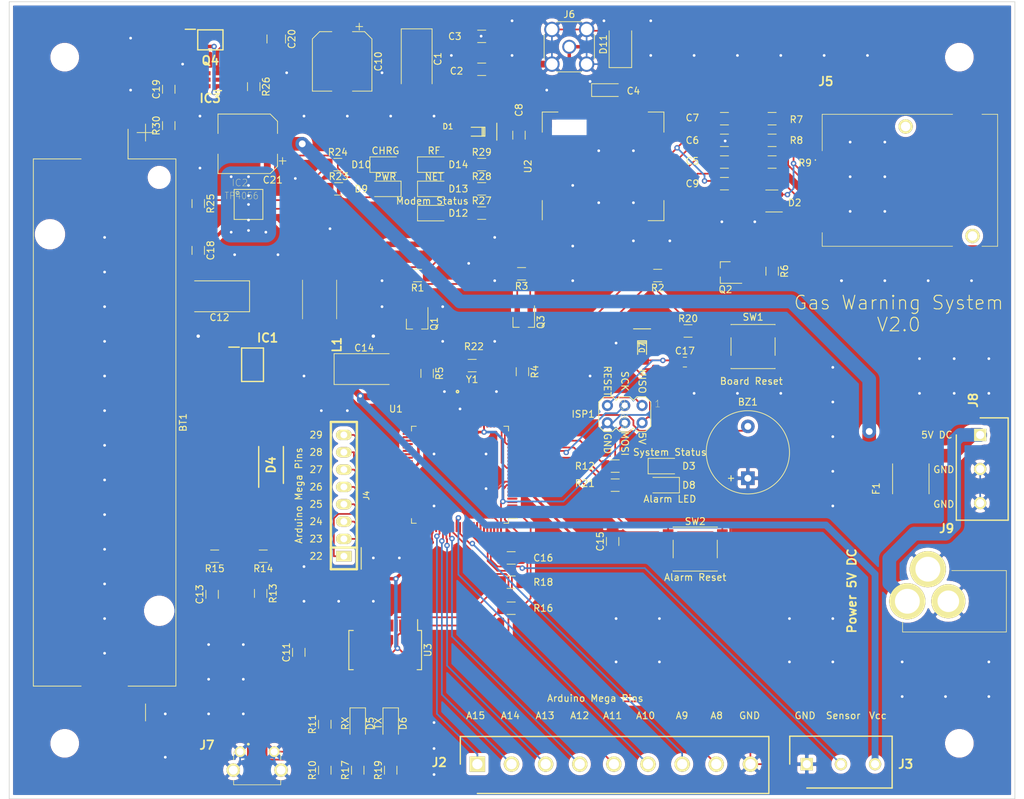
<source format=kicad_pcb>
(kicad_pcb (version 20171130) (host pcbnew "(5.1.4)-1")
  (title_block (title "Gas Warning System") (date 2019-12-09) (rev 1.0))
  (layers (0 F.Cu signal) (31 B.Cu signal) (34 B.Paste user) (35 F.Paste user) (36 B.SilkS user) (37 F.SilkS user) (38 B.Mask user) (39 F.Mask user) (44 Edge.Cuts user))
  (net 0 "")
  (net 1 +4V)
  (net 2 "Net-(BT1-Pad2)")
  (net 3 Earth)
  (net 4 "Net-(BZ1-Pad2)")
  (net 5 "Net-(C4-Pad1)")
  (net 6 "Net-(C5-Pad1)")
  (net 7 "Net-(C6-Pad1)")
  (net 8 "Net-(C7-Pad1)")
  (net 9 "Net-(C9-Pad1)")
  (net 10 "Net-(C11-Pad1)")
  (net 11 "Net-(C13-Pad1)")
  (net 12 +5V)
  (net 13 "Net-(C16-Pad1)")
  (net 14 "Net-(C17-Pad1)")
  (net 15 "Net-(C19-Pad2)")
  (net 16 "Net-(D2-Pad3)")
  (net 17 "Net-(D2-Pad4)")
  (net 18 "Net-(D2-Pad5)")
  (net 19 "Net-(D3-Pad2)")
  (net 20 "Net-(D5-Pad2)")
  (net 21 "Net-(D5-Pad1)")
  (net 22 "Net-(D6-Pad1)")
  (net 23 "Net-(D6-Pad2)")
  (net 24 "Net-(D8-Pad2)")
  (net 25 "Net-(D9-Pad1)")
  (net 26 "Net-(D10-Pad1)")
  (net 27 "Net-(D11-Pad1)")
  (net 28 "Net-(D12-Pad2)")
  (net 29 "Net-(D13-Pad2)")
  (net 30 "Net-(D14-Pad2)")
  (net 31 "Net-(F1-Pad1)")
  (net 32 "Net-(IC1-Pad1)")
  (net 33 "Net-(IC1-Pad2)")
  (net 34 "Net-(IC1-Pad7)")
  (net 35 "Net-(IC1-Pad8)")
  (net 36 "Net-(IC2-Pad7)")
  (net 37 "Net-(IC2-Pad6)")
  (net 38 "Net-(IC2-Pad2)")
  (net 39 "Net-(IC3-Pad1)")
  (net 40 "Net-(IC3-Pad2)")
  (net 41 "Net-(IC3-Pad3)")
  (net 42 "Net-(IC3-Pad4)")
  (net 43 "Net-(ISP1-Pad3)")
  (net 44 "Net-(ISP1-Pad4)")
  (net 45 "Net-(ISP1-Pad1)")
  (net 46 "Net-(J2-Pad1)")
  (net 47 "Net-(J2-Pad2)")
  (net 48 "Net-(J2-Pad3)")
  (net 49 "Net-(J2-Pad4)")
  (net 50 "Net-(J2-Pad5)")
  (net 51 "Net-(J2-Pad6)")
  (net 52 "Net-(J2-Pad7)")
  (net 53 "Net-(J2-Pad8)")
  (net 54 "Net-(J3-Pad2)")
  (net 55 "Net-(J4-Pad1)")
  (net 56 "Net-(J4-Pad2)")
  (net 57 "Net-(J4-Pad3)")
  (net 58 "Net-(J4-Pad4)")
  (net 59 "Net-(J4-Pad5)")
  (net 60 "Net-(J4-Pad6)")
  (net 61 "Net-(J4-Pad7)")
  (net 62 "Net-(J4-Pad8)")
  (net 63 "Net-(J5-Pad4)")
  (net 64 "Net-(J5-Pad6)")
  (net 65 "Net-(J5-Pad7)")
  (net 66 "Net-(J5-Pad8)")
  (net 67 "Net-(J5-PadMH1)")
  (net 68 "Net-(J5-PadMH2)")
  (net 69 "Net-(J7-Pad1)")
  (net 70 "Net-(J7-Pad2)")
  (net 71 "Net-(J7-Pad3)")
  (net 72 "Net-(J7-Pad4)")
  (net 73 "Net-(J7-Pad10)")
  (net 74 "Net-(J7-Pad11)")
  (net 75 "Net-(Q1-Pad1)")
  (net 76 "Net-(Q1-Pad2)")
  (net 77 UART_RXD)
  (net 78 "Net-(Q2-Pad3)")
  (net 79 "Net-(Q2-Pad1)")
  (net 80 "Net-(Q3-Pad2)")
  (net 81 UART_TXD)
  (net 82 "Net-(Q4-Pad1)")
  (net 83 "Net-(Q4-Pad8)")
  (net 84 "Net-(R2-Pad2)")
  (net 85 "Net-(R10-Pad2)")
  (net 86 "Net-(R12-Pad2)")
  (net 87 "Net-(R16-Pad2)")
  (net 88 "Net-(R16-Pad1)")
  (net 89 "Net-(R18-Pad1)")
  (net 90 "Net-(R18-Pad2)")
  (net 91 "Net-(R21-Pad2)")
  (net 92 "Net-(R22-Pad1)")
  (net 93 "Net-(R22-Pad2)")
  (net 94 "Net-(R27-Pad2)")
  (net 95 "Net-(R28-Pad2)")
  (net 96 "Net-(R29-Pad2)")
  (net 97 "Net-(SW2-Pad1)")
  (net 98 "Net-(U1-Pad1)")
  (net 99 "Net-(U1-Pad4)")
  (net 100 "Net-(U1-Pad5)")
  (net 101 "Net-(U1-Pad6)")
  (net 102 "Net-(U1-Pad7)")
  (net 103 "Net-(U1-Pad8)")
  (net 104 "Net-(U1-Pad9)")
  (net 105 "Net-(U1-Pad12)")
  (net 106 "Net-(U1-Pad13)")
  (net 107 "Net-(U1-Pad14)")
  (net 108 "Net-(U1-Pad16)")
  (net 109 "Net-(U1-Pad19)")
  (net 110 "Net-(U1-Pad25)")
  (net 111 "Net-(U1-Pad26)")
  (net 112 "Net-(U1-Pad27)")
  (net 113 "Net-(U1-Pad28)")
  (net 114 "Net-(U1-Pad29)")
  (net 115 "Net-(U1-Pad35)")
  (net 116 "Net-(U1-Pad36)")
  (net 117 "Net-(U1-Pad37)")
  (net 118 "Net-(U1-Pad38)")
  (net 119 "Net-(U1-Pad39)")
  (net 120 "Net-(U1-Pad40)")
  (net 121 "Net-(U1-Pad41)")
  (net 122 "Net-(U1-Pad42)")
  (net 123 "Net-(U1-Pad43)")
  (net 124 "Net-(U1-Pad44)")
  (net 125 "Net-(U1-Pad47)")
  (net 126 "Net-(U1-Pad48)")
  (net 127 "Net-(U1-Pad49)")
  (net 128 "Net-(U1-Pad50)")
  (net 129 "Net-(U1-Pad51)")
  (net 130 "Net-(U1-Pad52)")
  (net 131 "Net-(U1-Pad53)")
  (net 132 "Net-(U1-Pad54)")
  (net 133 "Net-(U1-Pad55)")
  (net 134 "Net-(U1-Pad56)")
  (net 135 "Net-(U1-Pad57)")
  (net 136 "Net-(U1-Pad58)")
  (net 137 "Net-(U1-Pad59)")
  (net 138 "Net-(U1-Pad60)")
  (net 139 "Net-(U1-Pad63)")
  (net 140 "Net-(U1-Pad64)")
  (net 141 "Net-(U1-Pad65)")
  (net 142 "Net-(U1-Pad66)")
  (net 143 "Net-(U1-Pad67)")
  (net 144 "Net-(U1-Pad68)")
  (net 145 "Net-(U1-Pad69)")
  (net 146 "Net-(U1-Pad70)")
  (net 147 "Net-(U1-Pad79)")
  (net 148 "Net-(U1-Pad90)")
  (net 149 "Net-(U1-Pad91)")
  (net 150 "Net-(U1-Pad92)")
  (net 151 "Net-(U1-Pad93)")
  (net 152 "Net-(U1-Pad94)")
  (net 153 "Net-(U1-Pad95)")
  (net 154 "Net-(U1-Pad96)")
  (net 155 "Net-(U2-Pad3)")
  (net 156 "Net-(U2-Pad4)")
  (net 157 "Net-(U2-Pad5)")
  (net 158 "Net-(U2-Pad6)")
  (net 159 "Net-(U2-Pad7)")
  (net 160 "Net-(U2-Pad9)")
  (net 161 "Net-(U2-Pad10)")
  (net 162 "Net-(U2-Pad11)")
  (net 163 "Net-(U2-Pad12)")
  (net 164 "Net-(U2-Pad14)")
  (net 165 "Net-(U2-Pad20)")
  (net 166 "Net-(U2-Pad22)")
  (net 167 "Net-(U2-Pad23)")
  (net 168 "Net-(U2-Pad24)")
  (net 169 "Net-(U2-Pad25)")
  (net 170 "Net-(U2-Pad26)")
  (net 171 "Net-(U2-Pad38)")
  (net 172 "Net-(U3-Pad2)")
  (net 173 "Net-(U3-Pad3)")
  (net 174 "Net-(U3-Pad6)")
  (net 175 "Net-(U3-Pad9)")
  (net 176 "Net-(U3-Pad10)")
  (net 177 "Net-(U3-Pad11)")
  (net 178 "Net-(U3-Pad12)")
  (net 179 "Net-(U3-Pad13)")
  (net 180 "Net-(U3-Pad14)")
  (net 181 "Net-(U3-Pad27)")
  (net 182 "Net-(U3-Pad28)")
  (net 183 +5VA)
  (net 184 "Net-(D4-Pad2)")
  (module Battery:BatteryHolder_Keystone_1042_1x18650 (layer F.Cu) (at 72.39 98.258 270)
    (fp_text reference BT1 (at 0 -11.5 90) (layer F.SilkS))
    (fp_text value Battery_Cell)
    (pad 1 smd rect (at -39.33 0 270) (size 7.34 6.35) (layers F.Cu F.Paste F.Mask) (net 1 +4V))
    (pad 2 smd rect (at 39.33 0 270) (size 7.34 6.35) (layers F.Cu F.Paste F.Mask) (net 2 "Net-(BT1-Pad2)"))
    (pad "" np_thru_hole circle (at 27.6 -8 270) (size 3.45 3.45) (drill 3.45) (layers *.Cu *.Mask))
    (pad "" np_thru_hole circle (at -27.6 8 270) (size 3.45 3.45) (drill 3.45) (layers *.Cu *.Mask))
    (pad "" np_thru_hole circle (at -35.93 -8 270) (size 2.39 2.39) (drill 2.39) (layers *.Cu *.Mask))
  )
  (module MountingHole:MountingHole_3.2mm_M3 (layer F.Cu) (at 197.612 145.288)
    (fp_text reference REF** hide)
    (fp_text value MountingHole_3.2mm_M3)
    (pad 1 np_thru_hole circle (at 0 0) (size 3.2 3.2) (drill 3.2) (layers *.Cu *.Mask))
  )
  (module MountingHole:MountingHole_3.2mm_M3 (layer F.Cu) (at 66.548 145.288)
    (fp_text reference REF** hide)
    (fp_text value MountingHole_3.2mm_M3)
    (pad 1 np_thru_hole circle (at 0 0) (size 3.2 3.2) (drill 3.2) (layers *.Cu *.Mask))
  )
  (module MountingHole:MountingHole_3.2mm_M3 (layer F.Cu) (at 66.548 44.704)
    (fp_text reference REF** hide)
    (fp_text value MountingHole_3.2mm_M3)
    (pad 1 np_thru_hole circle (at 0 0) (size 3.2 3.2) (drill 3.2) (layers *.Cu *.Mask))
  )
  (module MountingHole:MountingHole_3.2mm_M3 (layer F.Cu) (at 197.612 44.704)
    (fp_text reference REF** hide)
    (fp_text value MountingHole_3.2mm_M3)
    (pad 1 np_thru_hole circle (at 0 0) (size 3.2 3.2) (drill 3.2) (layers *.Cu *.Mask))
  )
  (module DW01A-G:SOT95P190X145-6N (layer F.Cu) (at 88.138 48.006 180)
    (fp_text reference IC3 (at 0.292 -2.728) (layer F.SilkS) (effects (font (size 1.27 1.27) (thickness 0.254))))
    (fp_text value DW01A-G hide)
    (pad 1 smd rect (at -0.8 -0.95 270) (size 0.6 1.15) (layers F.Cu F.Paste F.Mask) (net 39 "Net-(IC3-Pad1)"))
    (pad 2 smd rect (at -0.8 0 270) (size 0.6 1.15) (layers F.Cu F.Paste F.Mask) (net 40 "Net-(IC3-Pad2)"))
    (pad 3 smd rect (at -0.8 0.95 270) (size 0.6 1.15) (layers F.Cu F.Paste F.Mask) (net 41 "Net-(IC3-Pad3)"))
    (pad 4 smd rect (at 0.8 0.95 270) (size 0.6 1.15) (layers F.Cu F.Paste F.Mask) (net 42 "Net-(IC3-Pad4)"))
    (pad 5 smd rect (at 0.8 0 270) (size 0.6 1.15) (layers F.Cu F.Paste F.Mask) (net 15 "Net-(C19-Pad2)"))
    (pad 6 smd rect (at 0.8 -0.95 270) (size 0.6 1.15) (layers F.Cu F.Paste F.Mask) (net 2 "Net-(BT1-Pad2)"))
  )
  (module Capacitor_SMD:C_1206_3216Metric (layer F.Cu) (at 81.788 49.406 90)
    (fp_text reference C19 (at 0 -1.82 90) (layer F.SilkS))
    (fp_text value 100nF)
    (pad 2 smd roundrect (at 1.4 0 90) (size 1.25 1.75) (layers F.Cu F.Paste F.Mask) (roundrect_rratio 0.2) (net 15 "Net-(C19-Pad2)"))
    (pad 1 smd roundrect (at -1.4 0 90) (size 1.25 1.75) (layers F.Cu F.Paste F.Mask) (roundrect_rratio 0.2) (net 2 "Net-(BT1-Pad2)"))
  )
  (module Capacitor_Tantalum_SMD:CP_EIA-7343-31_Kemet-D (layer F.Cu) (at 89.218 79.756 180)
    (fp_text reference C12 (at 0 -3.1) (layer F.SilkS))
    (fp_text value 47uF)
    (pad 1 smd roundrect (at -3.1125 0 180) (size 2.075 2.55) (layers F.Cu F.Paste F.Mask) (roundrect_rratio 0.120482) (net 1 +4V))
    (pad 2 smd roundrect (at 3.1125 0 180) (size 2.075 2.55) (layers F.Cu F.Paste F.Mask) (roundrect_rratio 0.120482) (net 3 Earth))
  )
  (module smd-semi:SOD-80 (layer F.Cu) (at 151.13 87.279 270)
    (fp_text reference D7 (at 0 0 90) (layer F.SilkS) (effects (font (size 0.8 0.8))))
    (fp_text value LL4148)
    (pad 1 smd rect (at -1.875 0 270) (size 1.25 2) (layers F.Cu F.Paste F.Mask) (net 12 +5V))
    (pad 2 smd rect (at 1.875 0 270) (size 1.25 2) (layers F.Cu F.Paste F.Mask) (net 14 "Net-(C17-Pad1)"))
  )
  (module Diode_SMD:D_1206_3216Metric (layer F.Cu) (at 113.538 64.008 180)
    (fp_text reference D9 (at 3.556 0) (layer F.SilkS))
    (fp_text value PWR (at 0 1.778) (layer F.SilkS))
    (pad 1 smd roundrect (at -1.4 0 180) (size 1.25 1.75) (layers F.Cu F.Paste F.Mask) (roundrect_rratio 0.2) (net 25 "Net-(D9-Pad1)"))
    (pad 2 smd roundrect (at 1.4 0 180) (size 1.25 1.75) (layers F.Cu F.Paste F.Mask) (roundrect_rratio 0.2) (net 183 +5VA))
  )
  (module Capacitor_SMD:C_0805_2012Metric (layer F.Cu) (at 157.402 89.408)
    (fp_text reference C17 (at 0 -1.65) (layer F.SilkS))
    (fp_text value 22p)
    (pad 1 smd roundrect (at -0.9375 0) (size 0.975 1.4) (layers F.Cu F.Paste F.Mask) (net 14 "Net-(C17-Pad1)"))
    (pad 2 smd roundrect (at 0.9375 0) (size 0.975 1.4) (layers F.Cu F.Paste F.Mask) (net 3 Earth))
  )
  (module Capacitor_Tantalum_SMD:CP_EIA-7343-31_Kemet-D (layer F.Cu) (at 110.4255 90.424)
    (fp_text reference C14 (at 0 -3.1) (layer F.SilkS))
    (fp_text value 100uF)
    (pad 2 smd roundrect (at 3.1125 0) (size 2.075 2.55) (layers F.Cu F.Paste F.Mask) (roundrect_rratio 0.120482) (net 3 Earth))
    (pad 1 smd roundrect (at -3.1125 0) (size 2.075 2.55) (layers F.Cu F.Paste F.Mask) (roundrect_rratio 0.120482) (net 12 +5V))
  )
  (module Package_TO_SOT_SMD:SOT-23-6 (layer F.Cu) (at 170.137 65.786 180)
    (fp_text reference D2 (at -3.345 -0.254) (layer F.SilkS))
    (fp_text value ESD)
    (pad 1 smd rect (at -1.1 -0.95 180) (size 1.06 0.65) (layers F.Cu F.Paste F.Mask) (net 9 "Net-(C9-Pad1)"))
    (pad 2 smd rect (at -1.1 0 180) (size 1.06 0.65) (layers F.Cu F.Paste F.Mask) (net 3 Earth))
    (pad 3 smd rect (at -1.1 0.95 180) (size 1.06 0.65) (layers F.Cu F.Paste F.Mask) (net 16 "Net-(D2-Pad3)"))
    (pad 4 smd rect (at 1.1 0.95 180) (size 1.06 0.65) (layers F.Cu F.Paste F.Mask) (net 17 "Net-(D2-Pad4)"))
    (pad 6 smd rect (at 1.1 -0.95 180) (size 1.06 0.65) (layers F.Cu F.Paste F.Mask) (net 6 "Net-(C5-Pad1)"))
    (pad 5 smd rect (at 1.1 0 180) (size 1.06 0.65) (layers F.Cu F.Paste F.Mask) (net 18 "Net-(D2-Pad5)"))
  )
  (module smd-semi:SOD-80 (layer F.Cu) (at 127.097 55.626 180)
    (fp_text reference D1 (at 4.415 0.762) (layer F.SilkS) (effects (font (size 0.8 0.8))))
    (fp_text value 5V1)
    (pad 2 smd rect (at 1.875 0 180) (size 1.25 2) (layers F.Cu F.Paste F.Mask) (net 3 Earth))
    (pad 1 smd rect (at -1.875 0 180) (size 1.25 2) (layers F.Cu F.Paste F.Mask) (net 1 +4V))
  )
  (module Capacitor_SMD:C_1206_3216Metric (layer F.Cu) (at 86.106 73.028 270)
    (fp_text reference C18 (at 0 -1.82 90) (layer F.SilkS))
    (fp_text value 100nF)
    (pad 1 smd roundrect (at -1.4 0 270) (size 1.25 1.75) (layers F.Cu F.Paste F.Mask) (roundrect_rratio 0.2) (net 3 Earth))
    (pad 2 smd roundrect (at 1.4 0 270) (size 1.25 1.75) (layers F.Cu F.Paste F.Mask) (roundrect_rratio 0.2) (net 183 +5VA))
  )
  (module Capacitor_Tantalum_SMD:CP_EIA-7343-31_Kemet-D (layer F.Cu) (at 118.11 44.958 270)
    (fp_text reference C1 (at 0 -3.1 90) (layer F.SilkS))
    (fp_text value "100uF Tantal ESR")
    (pad 1 smd roundrect (at -3.1125 0 270) (size 2.075 2.55) (layers F.Cu F.Paste F.Mask) (roundrect_rratio 0.120482) (net 1 +4V))
    (pad 2 smd roundrect (at 3.1125 0 270) (size 2.075 2.55) (layers F.Cu F.Paste F.Mask) (roundrect_rratio 0.120482) (net 3 Earth))
  )
  (module Capacitor_Tantalum_SMD:CP_EIA-3216-18_Kemet-A (layer F.Cu) (at 146.05 49.53)
    (fp_text reference C4 (at 3.81 0.127) (layer F.SilkS))
    (fp_text value 4,7u)
    (pad 1 smd roundrect (at -1.35 0) (size 1.4 1.35) (layers F.Cu F.Paste F.Mask) (roundrect_rratio 0.185185) (net 5 "Net-(C4-Pad1)"))
    (pad 2 smd roundrect (at 1.35 0) (size 1.4 1.35) (layers F.Cu F.Paste F.Mask) (roundrect_rratio 0.185185) (net 3 Earth))
  )
  (module Capacitor_SMD:C_1206_3216Metric (layer F.Cu) (at 163.192 60.071)
    (fp_text reference C5 (at -4.696 -0.127) (layer F.SilkS))
    (fp_text value 22p)
    (pad 2 smd roundrect (at 1.4 0) (size 1.25 1.75) (layers F.Cu F.Paste F.Mask) (roundrect_rratio 0.2) (net 3 Earth))
    (pad 1 smd roundrect (at -1.4 0) (size 1.25 1.75) (layers F.Cu F.Paste F.Mask) (roundrect_rratio 0.2) (net 6 "Net-(C5-Pad1)"))
  )
  (module Capacitor_SMD:C_1206_3216Metric (layer F.Cu) (at 133.096 56.134 90)
    (fp_text reference C8 (at 3.68 0 90) (layer F.SilkS))
    (fp_text value 100nF)
    (pad 1 smd roundrect (at -1.4 0 90) (size 1.25 1.75) (layers F.Cu F.Paste F.Mask) (roundrect_rratio 0.2) (net 1 +4V))
    (pad 2 smd roundrect (at 1.4 0 90) (size 1.25 1.75) (layers F.Cu F.Paste F.Mask) (roundrect_rratio 0.2) (net 3 Earth))
  )
  (module Resistor_SMD:R_1206_3216Metric (layer F.Cu) (at 163.192 63.246)
    (fp_text reference C9 (at -4.696 0) (layer F.SilkS))
    (fp_text value 100nF)
    (pad 1 smd roundrect (at -1.4 0) (size 1.25 1.75) (layers F.Cu F.Paste F.Mask) (roundrect_rratio 0.2) (net 9 "Net-(C9-Pad1)"))
    (pad 2 smd roundrect (at 1.4 0) (size 1.25 1.75) (layers F.Cu F.Paste F.Mask) (roundrect_rratio 0.2) (net 3 Earth))
  )
  (module Capacitor_SMD:CP_Elec_8x10.5 (layer F.Cu) (at 107.188 45.322 270)
    (fp_text reference C10 (at 0 -5.3 90) (layer F.SilkS))
    (fp_text value "470uF ESR")
    (pad 1 smd roundrect (at -3.7 0 270) (size 4.4 2.5) (layers F.Cu F.Paste F.Mask) (roundrect_rratio 0.1) (net 1 +4V))
    (pad 2 smd roundrect (at 3.7 0 270) (size 4.4 2.5) (layers F.Cu F.Paste F.Mask) (roundrect_rratio 0.1) (net 3 Earth))
  )
  (module Capacitor_SMD:C_1206_3216Metric (layer F.Cu) (at 163.192 56.896)
    (fp_text reference C6 (at -4.696 0) (layer F.SilkS))
    (fp_text value 22p)
    (pad 2 smd roundrect (at 1.4 0) (size 1.25 1.75) (layers F.Cu F.Paste F.Mask) (roundrect_rratio 0.2) (net 3 Earth))
    (pad 1 smd roundrect (at -1.4 0) (size 1.25 1.75) (layers F.Cu F.Paste F.Mask) (roundrect_rratio 0.2) (net 7 "Net-(C6-Pad1)"))
  )
  (module Capacitor_SMD:C_1206_3216Metric (layer F.Cu) (at 127.632 46.482 180)
    (fp_text reference C2 (at 3.68 -0.254) (layer F.SilkS))
    (fp_text value 1uF)
    (pad 2 smd roundrect (at 1.4 0 180) (size 1.25 1.75) (layers F.Cu F.Paste F.Mask) (roundrect_rratio 0.2) (net 3 Earth))
    (pad 1 smd roundrect (at -1.4 0 180) (size 1.25 1.75) (layers F.Cu F.Paste F.Mask) (roundrect_rratio 0.2) (net 1 +4V))
  )
  (module Capacitor_SMD:C_1206_3216Metric (layer F.Cu) (at 163.192 53.721 180)
    (fp_text reference C7 (at 4.696 0.127) (layer F.SilkS))
    (fp_text value 22p)
    (pad 1 smd roundrect (at -1.4 0 180) (size 1.25 1.75) (layers F.Cu F.Paste F.Mask) (roundrect_rratio 0.2) (net 8 "Net-(C7-Pad1)"))
    (pad 2 smd roundrect (at 1.4 0 180) (size 1.25 1.75) (layers F.Cu F.Paste F.Mask) (roundrect_rratio 0.2) (net 3 Earth))
  )
  (module LT1308ACS8#PBF:SOIC127P599X175-8N (layer F.Cu) (at 94.062 89.789)
    (fp_text reference IC1 (at 2.204 -3.937) (layer F.SilkS) (effects (font (size 1.27 1.27) (thickness 0.254))))
    (fp_text value LT1308 hide)
    (pad 1 smd rect (at -2.712 -1.905 90) (size 0.65 1.526) (layers F.Cu F.Paste F.Mask) (net 32 "Net-(IC1-Pad1)"))
    (pad 2 smd rect (at -2.712 -0.635 90) (size 0.65 1.526) (layers F.Cu F.Paste F.Mask) (net 33 "Net-(IC1-Pad2)"))
    (pad 3 smd rect (at -2.712 0.635 90) (size 0.65 1.526) (layers F.Cu F.Paste F.Mask) (net 1 +4V))
    (pad 4 smd rect (at -2.712 1.905 90) (size 0.65 1.526) (layers F.Cu F.Paste F.Mask) (net 3 Earth))
    (pad 5 smd rect (at 2.712 1.905 90) (size 0.65 1.526) (layers F.Cu F.Paste F.Mask) (net 184 "Net-(D4-Pad2)"))
    (pad 6 smd rect (at 2.712 0.635 90) (size 0.65 1.526) (layers F.Cu F.Paste F.Mask) (net 1 +4V))
    (pad 7 smd rect (at 2.712 -0.635 90) (size 0.65 1.526) (layers F.Cu F.Paste F.Mask) (net 34 "Net-(IC1-Pad7)"))
    (pad 8 smd rect (at 2.712 -1.905 90) (size 0.65 1.526) (layers F.Cu F.Paste F.Mask) (net 35 "Net-(IC1-Pad8)"))
  )
  (module Diode_SMD:D_SMA (layer F.Cu) (at 147.955 42.831 90)
    (fp_text reference D11 (at 0 -2.5 90) (layer F.SilkS))
    (fp_text value LXES)
    (pad 1 smd rect (at -2 0 90) (size 2.5 1.8) (layers F.Cu F.Paste F.Mask) (net 27 "Net-(D11-Pad1)"))
    (pad 2 smd rect (at 2 0 90) (size 2.5 1.8) (layers F.Cu F.Paste F.Mask) (net 3 Earth))
  )
  (module Diode_SMD:D_1206_3216Metric (layer F.Cu) (at 120.52 67.564)
    (fp_text reference D12 (at 3.686 0) (layer F.SilkS))
    (fp_text value "Modem Status" (at -0.124 -1.778) (layer F.SilkS))
    (pad 1 smd roundrect (at -1.4 0) (size 1.25 1.75) (layers F.Cu F.Paste F.Mask) (roundrect_rratio 0.2) (net 3 Earth))
    (pad 2 smd roundrect (at 1.4 0) (size 1.25 1.75) (layers F.Cu F.Paste F.Mask) (roundrect_rratio 0.2) (net 28 "Net-(D12-Pad2)"))
  )
  (module Diode_SMD:D_1206_3216Metric (layer F.Cu) (at 120.52 64.008)
    (fp_text reference D13 (at 3.686 0) (layer F.SilkS))
    (fp_text value NET (at 0.13 -1.778) (layer F.SilkS))
    (pad 2 smd roundrect (at 1.4 0) (size 1.25 1.75) (layers F.Cu F.Paste F.Mask) (roundrect_rratio 0.2) (net 29 "Net-(D13-Pad2)"))
    (pad 1 smd roundrect (at -1.4 0) (size 1.25 1.75) (layers F.Cu F.Paste F.Mask) (roundrect_rratio 0.2) (net 3 Earth))
  )
  (module Diode_SMD:D_1206_3216Metric (layer F.Cu) (at 120.52 60.452)
    (fp_text reference D14 (at 3.686 0) (layer F.SilkS))
    (fp_text value RF (at 0.13 -2.032) (layer F.SilkS))
    (pad 1 smd roundrect (at -1.4 0) (size 1.25 1.75) (layers F.Cu F.Paste F.Mask) (roundrect_rratio 0.2) (net 3 Earth))
    (pad 2 smd roundrect (at 1.4 0) (size 1.25 1.75) (layers F.Cu F.Paste F.Mask) (roundrect_rratio 0.2) (net 30 "Net-(D14-Pad2)"))
  )
  (module Connector_Coaxial:SMA_Amphenol_132134_Vertical (layer F.Cu) (at 140.462 43.18)
    (fp_text reference J6 (at 0 -4.75) (layer F.SilkS))
    (fp_text value Conn_Coaxial)
    (pad 1 thru_hole circle (at 0 0) (size 2.05 2.05) (drill 1.5) (layers *.Cu *.Mask) (net 27 "Net-(D11-Pad1)"))
    (pad 2 thru_hole circle (at 2.54 2.54) (size 2.25 2.25) (drill 1.7) (layers *.Cu *.Mask) (net 3 Earth))
    (pad 2 thru_hole circle (at 2.54 -2.54) (size 2.25 2.25) (drill 1.7) (layers *.Cu *.Mask) (net 3 Earth))
    (pad 2 thru_hole circle (at -2.54 -2.54) (size 2.25 2.25) (drill 1.7) (layers *.Cu *.Mask) (net 3 Earth))
    (pad 2 thru_hole circle (at -2.54 2.54) (size 2.25 2.25) (drill 1.7) (layers *.Cu *.Mask) (net 3 Earth))
  )
  (module 47553-1001:475531001 (layer F.Cu) (at 189.843 62.749)
    (fp_text reference J5 (at -11.789 -14.489) (layer F.SilkS) (effects (font (size 1.27 1.27) (thickness 0.254))))
    (fp_text value SIM hide)
    (pad 1 smd rect (at -11.775 -2.985 90) (size 1 2.3) (layers F.Cu F.Paste F.Mask) (net 9 "Net-(C9-Pad1)"))
    (pad 2 smd rect (at -11.775 -1.715 90) (size 1 2.3) (layers F.Cu F.Paste F.Mask) (net 16 "Net-(D2-Pad3)"))
    (pad 3 smd rect (at -11.775 -0.445 90) (size 1 2.3) (layers F.Cu F.Paste F.Mask) (net 17 "Net-(D2-Pad4)"))
    (pad 4 smd rect (at -11.775 0.825 90) (size 1 2.3) (layers F.Cu F.Paste F.Mask) (net 63 "Net-(J5-Pad4)"))
    (pad 5 smd rect (at -11.775 2.095 90) (size 1 2.3) (layers F.Cu F.Paste F.Mask) (net 3 Earth))
    (pad 6 smd rect (at -11.775 3.365 90) (size 1 2.3) (layers F.Cu F.Paste F.Mask) (net 64 "Net-(J5-Pad6)"))
    (pad 7 smd rect (at -11.775 4.635 90) (size 1 2.3) (layers F.Cu F.Paste F.Mask) (net 65 "Net-(J5-Pad7)"))
    (pad 8 smd rect (at -11.775 5.905 90) (size 1 2.3) (layers F.Cu F.Paste F.Mask) (net 66 "Net-(J5-Pad8)"))
    (pad MH1 thru_hole circle (at 9.695 8.165 90) (size 2.1 2.1) (drill 1.4) (layers *.Cu *.Mask F.SilkS) (net 67 "Net-(J5-PadMH1)"))
    (pad MH2 thru_hole circle (at -0.105 -7.885 90) (size 2.1 2.1) (drill 1.4) (layers *.Cu *.Mask F.SilkS) (net 68 "Net-(J5-PadMH2)"))
    (pad MP1 smd rect (at 8.925 10.275 90) (size 1.5 2.95) (layers F.Cu F.Paste F.Mask) (net 3 Earth))
    (pad MP2 smd rect (at 8.925 -10.275 90) (size 1.5 2.95) (layers F.Cu F.Paste F.Mask) (net 3 Earth))
  )
  (module TP4056:SOP-8 (layer F.Cu) (at 93.472 66.294)
    (fp_text reference IC2 (at -1.27035 -3.1759) (layer F.SilkS) (effects (font (size 1.00028 1.00028) (thickness 0.05))))
    (fp_text value TP4056 (at -1.016 -1.27) (layer F.SilkS) (effects (font (size 1 0.9) (thickness 0.05))))
    (fp_poly (pts (xy -1.20026 -1.7) (xy 1.2 -1.7) (xy 1.2 1.70037) (xy -1.20026 1.70037)) (layer F.Cu) (width 0))
    (pad 7 smd rect (at 2.75 -0.635) (size 1.3 0.7) (layers F.Cu F.Paste F.Mask) (net 36 "Net-(IC2-Pad7)"))
    (pad 8 smd rect (at 2.75 -1.905) (size 1.3 0.7) (layers F.Cu F.Paste F.Mask) (net 183 +5VA))
    (pad 6 smd rect (at 2.75 0.635) (size 1.3 0.7) (layers F.Cu F.Paste F.Mask) (net 37 "Net-(IC2-Pad6)"))
    (pad 5 smd rect (at 2.75 1.905) (size 1.3 0.7) (layers F.Cu F.Paste F.Mask) (net 1 +4V))
    (pad 2 smd rect (at -2.75 -0.635) (size 1.3 0.7) (layers F.Cu F.Paste F.Mask) (net 38 "Net-(IC2-Pad2)"))
    (pad 1 smd rect (at -2.75 -1.905) (size 1.3 0.7) (layers F.Cu F.Paste F.Mask) (net 3 Earth))
    (pad 3 smd rect (at -2.75 0.635) (size 1.3 0.7) (layers F.Cu F.Paste F.Mask) (net 3 Earth))
    (pad 4 smd rect (at -2.75 1.905) (size 1.3 0.7) (layers F.Cu F.Paste F.Mask) (net 183 +5VA))
  )
  (module Diode_SMD:D_1206_3216Metric (layer F.Cu) (at 113.538 60.452)
    (fp_text reference D10 (at -3.556 0) (layer F.SilkS))
    (fp_text value CHRG (at 0 -2.032) (layer F.SilkS))
    (pad 2 smd roundrect (at 1.4 0) (size 1.25 1.75) (layers F.Cu F.Paste F.Mask) (roundrect_rratio 0.2) (net 183 +5VA))
    (pad 1 smd roundrect (at -1.4 0) (size 1.25 1.75) (layers F.Cu F.Paste F.Mask) (roundrect_rratio 0.2) (net 26 "Net-(D10-Pad1)"))
  )
  (module Resistor_SMD:R_1206_3216Metric (layer F.Cu) (at 118.24 76.708 180)
    (fp_text reference R1 (at 0 -1.82) (layer F.SilkS))
    (fp_text value 10k)
    (pad 2 smd roundrect (at 1.4 0 180) (size 1.25 1.75) (layers F.Cu F.Paste F.Mask) (roundrect_rratio 0.2) (net 76 "Net-(Q1-Pad2)"))
    (pad 1 smd roundrect (at -1.4 0 180) (size 1.25 1.75) (layers F.Cu F.Paste F.Mask) (roundrect_rratio 0.2) (net 75 "Net-(Q1-Pad1)"))
  )
  (module LQH55DN4R7M03L:LQH55DN100M03L (layer F.Cu) (at 103.886 80.224 270)
    (fp_text reference L1 (at 6.644 -2.54 90) (layer F.SilkS) (effects (font (size 1.27 1.27) (thickness 0.254))))
    (fp_text value 4,7uH hide)
    (pad 1 smd rect (at -2.5 0 270) (size 3 3.5) (layers F.Cu F.Paste F.Mask) (net 1 +4V))
    (pad 2 smd rect (at 2.5 0 270) (size 3 3.5) (layers F.Cu F.Paste F.Mask) (net 184 "Net-(D4-Pad2)"))
  )
  (module Resistor_SMD:R_1206_3216Metric (layer F.Cu) (at 133.604 90.808 270)
    (fp_text reference R4 (at 0 -1.82 90) (layer F.SilkS))
    (fp_text value 10k)
    (pad 2 smd roundrect (at 1.4 0 270) (size 1.25 1.75) (layers F.Cu F.Paste F.Mask) (roundrect_rratio 0.2) (net 12 +5V))
    (pad 1 smd roundrect (at -1.4 0 270) (size 1.25 1.75) (layers F.Cu F.Paste F.Mask) (roundrect_rratio 0.2) (net 81 UART_TXD))
  )
  (module Package_TO_SOT_SMD:SOT-23_Handsoldering (layer F.Cu) (at 163.346 76.266 180)
    (fp_text reference Q2 (at 0 -2.5) (layer F.SilkS))
    (fp_text value BC847)
    (pad 3 smd rect (at 1.5 0 180) (size 1.9 0.8) (layers F.Cu F.Paste F.Mask) (net 78 "Net-(Q2-Pad3)"))
    (pad 2 smd rect (at -1.5 0.95 180) (size 1.9 0.8) (layers F.Cu F.Paste F.Mask) (net 3 Earth))
    (pad 1 smd rect (at -1.5 -0.95 180) (size 1.9 0.8) (layers F.Cu F.Paste F.Mask) (net 79 "Net-(Q2-Pad1)"))
  )
  (module Package_TO_SOT_SMD:SOT-23_Handsoldering (layer F.Cu) (at 133.792 83.542 270)
    (fp_text reference Q3 (at 0 -2.5 90) (layer F.SilkS))
    (fp_text value BSS138)
    (pad 1 smd rect (at -1.5 -0.95 270) (size 1.9 0.8) (layers F.Cu F.Paste F.Mask) (net 75 "Net-(Q1-Pad1)"))
    (pad 2 smd rect (at -1.5 0.95 270) (size 1.9 0.8) (layers F.Cu F.Paste F.Mask) (net 80 "Net-(Q3-Pad2)"))
    (pad 3 smd rect (at 1.5 0 270) (size 1.9 0.8) (layers F.Cu F.Paste F.Mask) (net 81 UART_TXD))
  )
  (module Resistor_SMD:R_1206_3216Metric (layer F.Cu) (at 153.416 76.708 180)
    (fp_text reference R2 (at 0 -1.82) (layer F.SilkS))
    (fp_text value 4,7k)
    (pad 1 smd roundrect (at -1.4 0 180) (size 1.25 1.75) (layers F.Cu F.Paste F.Mask) (roundrect_rratio 0.2) (net 79 "Net-(Q2-Pad1)"))
    (pad 2 smd roundrect (at 1.4 0 180) (size 1.25 1.75) (layers F.Cu F.Paste F.Mask) (roundrect_rratio 0.2) (net 84 "Net-(R2-Pad2)"))
  )
  (module Resistor_SMD:R_1206_3216Metric (layer F.Cu) (at 133.474 76.454 180)
    (fp_text reference R3 (at 0 -1.82) (layer F.SilkS))
    (fp_text value 10k)
    (pad 1 smd roundrect (at -1.4 0 180) (size 1.25 1.75) (layers F.Cu F.Paste F.Mask) (roundrect_rratio 0.2) (net 75 "Net-(Q1-Pad1)"))
    (pad 2 smd roundrect (at 1.4 0 180) (size 1.25 1.75) (layers F.Cu F.Paste F.Mask) (roundrect_rratio 0.2) (net 80 "Net-(Q3-Pad2)"))
  )
  (module Resistor_SMD:R_1206_3216Metric (layer F.Cu) (at 170.18 76.076 270)
    (fp_text reference R6 (at 0 -1.82 90) (layer F.SilkS))
    (fp_text value 47k)
    (pad 2 smd roundrect (at 1.4 0 270) (size 1.25 1.75) (layers F.Cu F.Paste F.Mask) (roundrect_rratio 0.2) (net 79 "Net-(Q2-Pad1)"))
    (pad 1 smd roundrect (at -1.4 0 270) (size 1.25 1.75) (layers F.Cu F.Paste F.Mask) (roundrect_rratio 0.2) (net 3 Earth))
  )
  (module Resistor_SMD:R_1206_3216Metric (layer F.Cu) (at 170.177 60.071)
    (fp_text reference R9 (at 4.829 0.127) (layer F.SilkS))
    (fp_text value 51R)
    (pad 1 smd roundrect (at -1.4 0) (size 1.25 1.75) (layers F.Cu F.Paste F.Mask) (roundrect_rratio 0.2) (net 65 "Net-(J5-Pad7)"))
    (pad 2 smd roundrect (at 1.4 0) (size 1.25 1.75) (layers F.Cu F.Paste F.Mask) (roundrect_rratio 0.2) (net 6 "Net-(C5-Pad1)"))
  )
  (module Resistor_SMD:R_1206_3216Metric (layer F.Cu) (at 170.177 56.896 180)
    (fp_text reference R8 (at -3.559 0) (layer F.SilkS))
    (fp_text value 51R)
    (pad 2 smd roundrect (at 1.4 0 180) (size 1.25 1.75) (layers F.Cu F.Paste F.Mask) (roundrect_rratio 0.2) (net 7 "Net-(C6-Pad1)"))
    (pad 1 smd roundrect (at -1.4 0 180) (size 1.25 1.75) (layers F.Cu F.Paste F.Mask) (roundrect_rratio 0.2) (net 17 "Net-(D2-Pad4)"))
  )
  (module Resistor_SMD:R_1206_3216Metric (layer F.Cu) (at 170.177 53.721)
    (fp_text reference R7 (at 3.559 0.127) (layer F.SilkS))
    (fp_text value 51R)
    (pad 1 smd roundrect (at -1.4 0) (size 1.25 1.75) (layers F.Cu F.Paste F.Mask) (roundrect_rratio 0.2) (net 16 "Net-(D2-Pad3)"))
    (pad 2 smd roundrect (at 1.4 0) (size 1.25 1.75) (layers F.Cu F.Paste F.Mask) (roundrect_rratio 0.2) (net 8 "Net-(C7-Pad1)"))
  )
  (module Package_TO_SOT_SMD:SOT-23_Handsoldering (layer F.Cu) (at 118.176 83.796 270)
    (fp_text reference Q1 (at 0 -2.5 90) (layer F.SilkS))
    (fp_text value BSS138)
    (pad 1 smd rect (at -1.5 -0.95 270) (size 1.9 0.8) (layers F.Cu F.Paste F.Mask) (net 75 "Net-(Q1-Pad1)"))
    (pad 2 smd rect (at -1.5 0.95 270) (size 1.9 0.8) (layers F.Cu F.Paste F.Mask) (net 76 "Net-(Q1-Pad2)"))
    (pad 3 smd rect (at 1.5 0 270) (size 1.9 0.8) (layers F.Cu F.Paste F.Mask) (net 77 UART_RXD))
  )
  (module Resistor_SMD:R_1206_3216Metric (layer F.Cu) (at 119.634 91.056 270)
    (fp_text reference R5 (at 0 -1.82 90) (layer F.SilkS))
    (fp_text value 10k)
    (pad 1 smd roundrect (at -1.4 0 270) (size 1.25 1.75) (layers F.Cu F.Paste F.Mask) (roundrect_rratio 0.2) (net 77 UART_RXD))
    (pad 2 smd roundrect (at 1.4 0 270) (size 1.25 1.75) (layers F.Cu F.Paste F.Mask) (roundrect_rratio 0.2) (net 12 +5V))
  )
  (module Resistor_SMD:R_1206_3216Metric (layer F.Cu) (at 126.238 89.916 180)
    (fp_text reference R22 (at -0.254 2.794) (layer F.SilkS))
    (fp_text value 1M)
    (pad 1 smd roundrect (at -1.4 0 180) (size 1.25 1.75) (layers F.Cu F.Paste F.Mask) (roundrect_rratio 0.2) (net 92 "Net-(R22-Pad1)"))
    (pad 2 smd roundrect (at 1.4 0 180) (size 1.25 1.75) (layers F.Cu F.Paste F.Mask) (roundrect_rratio 0.2) (net 93 "Net-(R22-Pad2)"))
  )
  (module Resistor_SMD:R_1206_3216Metric (layer F.Cu) (at 86.106 66.164 270)
    (fp_text reference R25 (at 0 -1.82 90) (layer F.SilkS))
    (fp_text value 1k)
    (pad 1 smd roundrect (at -1.4 0 270) (size 1.25 1.75) (layers F.Cu F.Paste F.Mask) (roundrect_rratio 0.2) (net 3 Earth))
    (pad 2 smd roundrect (at 1.4 0 270) (size 1.25 1.75) (layers F.Cu F.Paste F.Mask) (roundrect_rratio 0.2) (net 38 "Net-(IC2-Pad2)"))
  )
  (module Resistor_SMD:R_1206_3216Metric (layer F.Cu) (at 94.234 49.022 270)
    (fp_text reference R26 (at 0 -1.82 90) (layer F.SilkS))
    (fp_text value 1k)
    (pad 2 smd roundrect (at 1.4 0 270) (size 1.25 1.75) (layers F.Cu F.Paste F.Mask) (roundrect_rratio 0.2) (net 40 "Net-(IC3-Pad2)"))
    (pad 1 smd roundrect (at -1.4 0 270) (size 1.25 1.75) (layers F.Cu F.Paste F.Mask) (roundrect_rratio 0.2) (net 3 Earth))
  )
  (module Resistor_SMD:R_1206_3216Metric (layer F.Cu) (at 127.632 67.564)
    (fp_text reference R27 (at 0 -1.82) (layer F.SilkS))
    (fp_text value 1k)
    (pad 2 smd roundrect (at 1.4 0) (size 1.25 1.75) (layers F.Cu F.Paste F.Mask) (roundrect_rratio 0.2) (net 94 "Net-(R27-Pad2)"))
    (pad 1 smd roundrect (at -1.4 0) (size 1.25 1.75) (layers F.Cu F.Paste F.Mask) (roundrect_rratio 0.2) (net 28 "Net-(D12-Pad2)"))
  )
  (module Resistor_SMD:R_1206_3216Metric (layer F.Cu) (at 127.632 64.008)
    (fp_text reference R28 (at 0 -1.82) (layer F.SilkS))
    (fp_text value 1k)
    (pad 1 smd roundrect (at -1.4 0) (size 1.25 1.75) (layers F.Cu F.Paste F.Mask) (roundrect_rratio 0.2) (net 29 "Net-(D13-Pad2)"))
    (pad 2 smd roundrect (at 1.4 0) (size 1.25 1.75) (layers F.Cu F.Paste F.Mask) (roundrect_rratio 0.2) (net 95 "Net-(R28-Pad2)"))
  )
  (module Resistor_SMD:R_1206_3216Metric (layer F.Cu) (at 127.632 60.452)
    (fp_text reference R29 (at 0 -1.82) (layer F.SilkS))
    (fp_text value 1k)
    (pad 1 smd roundrect (at -1.4 0) (size 1.25 1.75) (layers F.Cu F.Paste F.Mask) (roundrect_rratio 0.2) (net 30 "Net-(D14-Pad2)"))
    (pad 2 smd roundrect (at 1.4 0) (size 1.25 1.75) (layers F.Cu F.Paste F.Mask) (roundrect_rratio 0.2) (net 96 "Net-(R29-Pad2)"))
  )
  (module Resistor_SMD:R_1206_3216Metric (layer F.Cu) (at 81.788 54.734 90)
    (fp_text reference R30 (at 0 -1.82 90) (layer F.SilkS))
    (fp_text value 100R)
    (pad 1 smd roundrect (at -1.4 0 90) (size 1.25 1.75) (layers F.Cu F.Paste F.Mask) (roundrect_rratio 0.2) (net 1 +4V))
    (pad 2 smd roundrect (at 1.4 0 90) (size 1.25 1.75) (layers F.Cu F.Paste F.Mask) (roundrect_rratio 0.2) (net 15 "Net-(C19-Pad2)"))
  )
  (module Resistor_SMD:R_1206_3216Metric (layer F.Cu) (at 157.864 84.836)
    (fp_text reference R20 (at 0 -1.82) (layer F.SilkS))
    (fp_text value 10k)
    (pad 2 smd roundrect (at 1.4 0) (size 1.25 1.75) (layers F.Cu F.Paste F.Mask) (roundrect_rratio 0.2) (net 14 "Net-(C17-Pad1)"))
    (pad 1 smd roundrect (at -1.4 0) (size 1.25 1.75) (layers F.Cu F.Paste F.Mask) (roundrect_rratio 0.2) (net 12 +5V))
  )
  (module Button_Switch_SMD:SW_Push_1P1T_NO_6x6mm_H9.5mm (layer F.Cu) (at 167.386 87.122 180)
    (fp_text reference SW1 (at 0 4.318) (layer F.SilkS))
    (fp_text value SW_DIP_x01)
    (pad 2 smd rect (at -3.975 2.25 180) (size 1.55 1.3) (layers F.Cu F.Paste F.Mask) (net 14 "Net-(C17-Pad1)"))
    (pad 1 smd rect (at -3.975 -2.25 180) (size 1.55 1.3) (layers F.Cu F.Paste F.Mask) (net 3 Earth))
    (pad 1 smd rect (at 3.975 -2.25 180) (size 1.55 1.3) (layers F.Cu F.Paste F.Mask) (net 3 Earth))
    (pad 2 smd rect (at 3.975 2.25 180) (size 1.55 1.3) (layers F.Cu F.Paste F.Mask) (net 14 "Net-(C17-Pad1)"))
  )
  (module Resistor_SMD:R_1206_3216Metric (layer F.Cu) (at 106.68 64.008)
    (fp_text reference R23 (at 0 -1.82) (layer F.SilkS))
    (fp_text value 1k)
    (pad 2 smd roundrect (at 1.4 0) (size 1.25 1.75) (layers F.Cu F.Paste F.Mask) (roundrect_rratio 0.2) (net 25 "Net-(D9-Pad1)"))
    (pad 1 smd roundrect (at -1.4 0) (size 1.25 1.75) (layers F.Cu F.Paste F.Mask) (roundrect_rratio 0.2) (net 37 "Net-(IC2-Pad6)"))
  )
  (module Resistor_SMD:R_1206_3216Metric (layer F.Cu) (at 106.556 60.452)
    (fp_text reference R24 (at 0 -1.82) (layer F.SilkS))
    (fp_text value 1k)
    (pad 1 smd roundrect (at -1.4 0) (size 1.25 1.75) (layers F.Cu F.Paste F.Mask) (roundrect_rratio 0.2) (net 36 "Net-(IC2-Pad7)"))
    (pad 2 smd roundrect (at 1.4 0) (size 1.25 1.75) (layers F.Cu F.Paste F.Mask) (roundrect_rratio 0.2) (net 26 "Net-(D10-Pad1)"))
  )
  (module RF_GSM:SIMCom_SIM800C (layer F.Cu) (at 145.415 60.706 90)
    (fp_text reference U2 (at 0 -11 90) (layer F.SilkS))
    (fp_text value SIM800C)
    (pad 1 smd oval (at -7.85 -6.05 90) (size 1.6 0.6) (layers F.Cu F.Paste F.Mask) (net 80 "Net-(Q3-Pad2)"))
    (pad 2 smd oval (at -7.85 -4.95 90) (size 1.6 0.6) (layers F.Cu F.Paste F.Mask) (net 76 "Net-(Q1-Pad2)"))
    (pad 3 smd oval (at -7.85 -3.85 90) (size 1.6 0.6) (layers F.Cu F.Paste F.Mask) (net 155 "Net-(U2-Pad3)"))
    (pad 4 smd oval (at -7.85 -2.75 90) (size 1.6 0.6) (layers F.Cu F.Paste F.Mask) (net 156 "Net-(U2-Pad4)"))
    (pad 5 smd oval (at -7.85 -1.65 90) (size 1.6 0.6) (layers F.Cu F.Paste F.Mask) (net 157 "Net-(U2-Pad5)"))
    (pad 6 smd oval (at -7.85 -0.55 90) (size 1.6 0.6) (layers F.Cu F.Paste F.Mask) (net 158 "Net-(U2-Pad6)"))
    (pad 7 smd oval (at -7.85 0.55 90) (size 1.6 0.6) (layers F.Cu F.Paste F.Mask) (net 159 "Net-(U2-Pad7)"))
    (pad 8 smd oval (at -7.85 1.65 90) (size 1.6 0.6) (layers F.Cu F.Paste F.Mask) (net 3 Earth))
    (pad 9 smd oval (at -7.85 2.75 90) (size 1.6 0.6) (layers F.Cu F.Paste F.Mask) (net 160 "Net-(U2-Pad9)"))
    (pad 10 smd oval (at -7.85 3.85 90) (size 1.6 0.6) (layers F.Cu F.Paste F.Mask) (net 161 "Net-(U2-Pad10)"))
    (pad 11 smd oval (at -7.85 4.95 90) (size 1.6 0.6) (layers F.Cu F.Paste F.Mask) (net 162 "Net-(U2-Pad11)"))
    (pad 12 smd oval (at -7.85 6.05 90) (size 1.6 0.6) (layers F.Cu F.Paste F.Mask) (net 163 "Net-(U2-Pad12)"))
    (pad 13 smd oval (at -4.4 8.8 90) (size 0.6 1.6) (layers F.Cu F.Paste F.Mask) (net 3 Earth))
    (pad 14 smd oval (at -3.3 8.8 90) (size 0.6 1.6) (layers F.Cu F.Paste F.Mask) (net 164 "Net-(U2-Pad14)"))
    (pad 15 smd oval (at -2.2 8.8 90) (size 0.6 1.6) (layers F.Cu F.Paste F.Mask) (net 6 "Net-(C5-Pad1)"))
    (pad 16 smd oval (at -1.1 8.8 90) (size 0.6 1.6) (layers F.Cu F.Paste F.Mask) (net 7 "Net-(C6-Pad1)"))
    (pad 17 smd oval (at 0 8.8 90) (size 0.6 1.6) (layers F.Cu F.Paste F.Mask) (net 8 "Net-(C7-Pad1)"))
    (pad 18 smd oval (at 1.1 8.8 90) (size 0.6 1.6) (layers F.Cu F.Paste F.Mask) (net 9 "Net-(C9-Pad1)"))
    (pad 19 smd oval (at 2.2 8.8 90) (size 0.6 1.6) (layers F.Cu F.Paste F.Mask) (net 3 Earth))
    (pad 20 smd oval (at 3.3 8.8 90) (size 0.6 1.6) (layers F.Cu F.Paste F.Mask) (net 165 "Net-(U2-Pad20)"))
    (pad 21 smd oval (at 4.4 8.8 90) (size 0.6 1.6) (layers F.Cu F.Paste F.Mask) (net 3 Earth))
    (pad 22 smd oval (at 7.85 6.05 90) (size 1.6 0.6) (layers F.Cu F.Paste F.Mask) (net 166 "Net-(U2-Pad22)"))
    (pad 23 smd oval (at 7.85 4.95 90) (size 1.6 0.6) (layers F.Cu F.Paste F.Mask) (net 167 "Net-(U2-Pad23)"))
    (pad 24 smd oval (at 7.85 3.85 90) (size 1.6 0.6) (layers F.Cu F.Paste F.Mask) (net 168 "Net-(U2-Pad24)"))
    (pad 25 smd oval (at 7.85 2.75 90) (size 1.6 0.6) (layers F.Cu F.Paste F.Mask) (net 169 "Net-(U2-Pad25)"))
    (pad 26 smd oval (at 7.85 1.65 90) (size 1.6 0.6) (layers F.Cu F.Paste F.Mask) (net 170 "Net-(U2-Pad26)"))
    (pad 27 smd oval (at 7.85 0.55 90) (size 1.6 0.6) (layers F.Cu F.Paste F.Mask) (net 3 Earth))
    (pad 28 smd oval (at 7.85 -0.55 90) (size 1.6 0.6) (layers F.Cu F.Paste F.Mask) (net 5 "Net-(C4-Pad1)"))
    (pad 29 smd oval (at 7.85 -1.65 90) (size 1.6 0.6) (layers F.Cu F.Paste F.Mask) (net 96 "Net-(R29-Pad2)"))
    (pad 30 smd oval (at 7.85 -2.75 90) (size 1.6 0.6) (layers F.Cu F.Paste F.Mask) (net 3 Earth))
    (pad 31 smd oval (at 7.85 -3.85 90) (size 1.6 0.6) (layers F.Cu F.Paste F.Mask) (net 3 Earth))
    (pad 32 smd oval (at 7.85 -4.95 90) (size 1.6 0.6) (layers F.Cu F.Paste F.Mask) (net 27 "Net-(D11-Pad1)"))
    (pad 33 smd oval (at 7.85 -6.05 90) (size 1.6 0.6) (layers F.Cu F.Paste F.Mask) (net 3 Earth))
    (pad 34 smd oval (at 4.4 -8.8 90) (size 0.6 1.6) (layers F.Cu F.Paste F.Mask) (net 1 +4V))
    (pad 35 smd oval (at 3.3 -8.8 90) (size 0.6 1.6) (layers F.Cu F.Paste F.Mask) (net 1 +4V))
    (pad 36 smd oval (at 2.2 -8.8 90) (size 0.6 1.6) (layers F.Cu F.Paste F.Mask) (net 3 Earth))
    (pad 37 smd oval (at 1.1 -8.8 90) (size 0.6 1.6) (layers F.Cu F.Paste F.Mask) (net 3 Earth))
    (pad 38 smd oval (at 0 -8.8 90) (size 0.6 1.6) (layers F.Cu F.Paste F.Mask) (net 171 "Net-(U2-Pad38)"))
    (pad 39 smd oval (at -1.1 -8.8 90) (size 0.6 1.6) (layers F.Cu F.Paste F.Mask) (net 78 "Net-(Q2-Pad3)"))
    (pad 40 smd oval (at -2.2 -8.8 90) (size 0.6 1.6) (layers F.Cu F.Paste F.Mask) (net 75 "Net-(Q1-Pad1)"))
    (pad 41 smd oval (at -3.3 -8.8 90) (size 0.6 1.6) (layers F.Cu F.Paste F.Mask) (net 95 "Net-(R28-Pad2)"))
    (pad 42 smd oval (at -4.4 -8.8 90) (size 0.6 1.6) (layers F.Cu F.Paste F.Mask) (net 94 "Net-(R27-Pad2)"))
  )
  (module Capacitor_SMD:CP_Elec_8x10.5 (layer F.Cu) (at 93.362 57.404 180)
    (fp_text reference C21 (at -3.666 -5.3) (layer F.SilkS))
    (fp_text value "470uF ESR")
    (pad 1 smd roundrect (at -3.7 0 180) (size 4.4 2.5) (layers F.Cu F.Paste F.Mask) (roundrect_rratio 0.1) (net 183 +5VA))
    (pad 2 smd roundrect (at 3.7 0 180) (size 4.4 2.5) (layers F.Cu F.Paste F.Mask) (roundrect_rratio 0.1) (net 3 Earth))
  )
  (module CON-SOCJ-2155:CONSOCJ2155 (layer F.Cu) (at 189.992 124.46 180)
    (fp_text reference J9 (at -5.746 10.668) (layer F.SilkS) (effects (font (size 1.27 1.27) (thickness 0.254))))
    (fp_text value "Power 5V DC" (at 8.128 1.524 90) (layer F.SilkS) (effects (font (size 1.27 1.27) (thickness 0.254))))
    (pad 1 thru_hole circle (at 0 0 270) (size 5.3 5.3) (drill 3.6401) (layers *.Cu *.Mask F.SilkS) (net 31 "Net-(F1-Pad1)"))
    (pad 2 thru_hole circle (at -6 0 270) (size 5 5) (drill 3.1623) (layers *.Cu *.Mask F.SilkS) (net 3 Earth))
    (pad 3 thru_hole circle (at -3 4.7 270) (size 5.3 5.3) (drill 3.6401) (layers *.Cu *.Mask F.SilkS) (net 3 Earth))
  )
  (module Buzzer_Beeper:Buzzer_12x9.5RM7.6 (layer F.Cu) (at 166.624 106.426 90)
    (fp_text reference BZ1 (at 11.176 0 180) (layer F.SilkS))
    (fp_text value Buzzer)
    (fp_text user + (at -0.01 -2.54 90) (layer F.SilkS))
    (pad 1 thru_hole rect (at 0 0 90) (size 2 2) (drill 1) (layers *.Cu *.Mask) (net 3 Earth))
    (pad 2 thru_hole circle (at 7.6 0 90) (size 2 2) (drill 1) (layers *.Cu *.Mask) (net 4 "Net-(BZ1-Pad2)"))
  )
  (module Capacitor_SMD:C_1206_3216Metric (layer F.Cu) (at 127.632 41.656 180)
    (fp_text reference C3 (at 3.934 0) (layer F.SilkS))
    (fp_text value 33pF)
    (pad 1 smd roundrect (at -1.4 0 180) (size 1.25 1.75) (layers F.Cu F.Paste F.Mask) (roundrect_rratio 0.2) (net 1 +4V))
    (pad 2 smd roundrect (at 1.4 0 180) (size 1.25 1.75) (layers F.Cu F.Paste F.Mask) (roundrect_rratio 0.2) (net 3 Earth))
  )
  (module Capacitor_SMD:C_1206_3216Metric (layer F.Cu) (at 100.838 131.95 90)
    (fp_text reference C11 (at 0 -1.82 90) (layer F.SilkS))
    (fp_text value 100nF)
    (pad 1 smd roundrect (at -1.4 0 90) (size 1.25 1.75) (layers F.Cu F.Paste F.Mask) (roundrect_rratio 0.2) (net 10 "Net-(C11-Pad1)"))
    (pad 2 smd roundrect (at 1.4 0 90) (size 1.25 1.75) (layers F.Cu F.Paste F.Mask) (roundrect_rratio 0.2) (net 3 Earth))
  )
  (module Capacitor_SMD:C_1206_3216Metric (layer F.Cu) (at 88.138 123.444 90)
    (fp_text reference C13 (at 0 -1.82 90) (layer F.SilkS))
    (fp_text value 100p)
    (pad 2 smd roundrect (at 1.4 0 90) (size 1.25 1.75) (layers F.Cu F.Paste F.Mask) (roundrect_rratio 0.2) (net 3 Earth))
    (pad 1 smd roundrect (at -1.4 0 90) (size 1.25 1.75) (layers F.Cu F.Paste F.Mask) (roundrect_rratio 0.2) (net 11 "Net-(C13-Pad1)"))
  )
  (module Capacitor_SMD:C_1206_3216Metric (layer F.Cu) (at 146.812 115.694 90)
    (fp_text reference C15 (at 0 -1.82 90) (layer F.SilkS))
    (fp_text value 100nF)
    (pad 1 smd roundrect (at -1.4 0 90) (size 1.25 1.75) (layers F.Cu F.Paste F.Mask) (roundrect_rratio 0.2) (net 12 +5V))
    (pad 2 smd roundrect (at 1.4 0 90) (size 1.25 1.75) (layers F.Cu F.Paste F.Mask) (roundrect_rratio 0.2) (net 3 Earth))
  )
  (module Capacitor_SMD:C_1206_3216Metric (layer F.Cu) (at 131.95 118.11)
    (fp_text reference C16 (at 4.702 0) (layer F.SilkS))
    (fp_text value 100nF)
    (pad 2 smd roundrect (at 1.4 0) (size 1.25 1.75) (layers F.Cu F.Paste F.Mask) (roundrect_rratio 0.2) (net 3 Earth))
    (pad 1 smd roundrect (at -1.4 0) (size 1.25 1.75) (layers F.Cu F.Paste F.Mask) (roundrect_rratio 0.2) (net 13 "Net-(C16-Pad1)"))
  )
  (module Capacitor_SMD:C_1210_3225Metric (layer F.Cu) (at 97.536 42.034 270)
    (fp_text reference C20 (at 0 -2.28 90) (layer F.SilkS))
    (fp_text value 47uF)
    (pad 1 smd roundrect (at -1.4 0 270) (size 1.25 2.65) (layers F.Cu F.Paste F.Mask) (roundrect_rratio 0.2) (net 1 +4V))
    (pad 2 smd roundrect (at 1.4 0 270) (size 1.25 2.65) (layers F.Cu F.Paste F.Mask) (roundrect_rratio 0.2) (net 3 Earth))
  )
  (module Diode_SMD:D_1206_3216Metric (layer F.Cu) (at 154.302 104.648)
    (fp_text reference D3 (at 3.686 0) (layer F.SilkS))
    (fp_text value "Alarm LED" (at 0.892 4.826) (layer F.SilkS))
    (pad 1 smd roundrect (at -1.4 0) (size 1.25 1.75) (layers F.Cu F.Paste F.Mask) (roundrect_rratio 0.2) (net 3 Earth))
    (pad 2 smd roundrect (at 1.4 0) (size 1.25 1.75) (layers F.Cu F.Paste F.Mask) (roundrect_rratio 0.2) (net 19 "Net-(D3-Pad2)"))
  )
  (module Diode_SMD:D_1206_3216Metric (layer F.Cu) (at 109.474 142.37 270)
    (fp_text reference D5 (at 0 -1.82 90) (layer F.SilkS))
    (fp_text value RX (at 0 1.82 90) (layer F.SilkS))
    (pad 2 smd roundrect (at 1.4 0 270) (size 1.25 1.75) (layers F.Cu F.Paste F.Mask) (roundrect_rratio 0.2) (net 20 "Net-(D5-Pad2)"))
    (pad 1 smd roundrect (at -1.4 0 270) (size 1.25 1.75) (layers F.Cu F.Paste F.Mask) (roundrect_rratio 0.2) (net 21 "Net-(D5-Pad1)"))
  )
  (module Diode_SMD:D_1206_3216Metric (layer F.Cu) (at 114.3 142.37 270)
    (fp_text reference D6 (at 0 -1.82 90) (layer F.SilkS))
    (fp_text value TX (at 0 1.82 90) (layer F.SilkS))
    (pad 1 smd roundrect (at -1.4 0 270) (size 1.25 1.75) (layers F.Cu F.Paste F.Mask) (roundrect_rratio 0.2) (net 22 "Net-(D6-Pad1)"))
    (pad 2 smd roundrect (at 1.4 0 270) (size 1.25 1.75) (layers F.Cu F.Paste F.Mask) (roundrect_rratio 0.2) (net 23 "Net-(D6-Pad2)"))
  )
  (module Diode_SMD:D_1206_3216Metric (layer F.Cu) (at 154.308 107.442 180)
    (fp_text reference D8 (at -3.68 0) (layer F.SilkS))
    (fp_text value "System Status" (at -0.886 4.826) (layer F.SilkS))
    (pad 2 smd roundrect (at 1.4 0 180) (size 1.25 1.75) (layers F.Cu F.Paste F.Mask) (roundrect_rratio 0.2) (net 24 "Net-(D8-Pad2)"))
    (pad 1 smd roundrect (at -1.4 0 180) (size 1.25 1.75) (layers F.Cu F.Paste F.Mask) (roundrect_rratio 0.2) (net 3 Earth))
  )
  (module Fuse:Fuse_2920_7451Metric (layer F.Cu) (at 190.5 106.512 270)
    (fp_text reference F1 (at 1.438 5.08 90) (layer F.SilkS))
    (fp_text value 2A)
    (pad 1 smd roundrect (at -3.3875 0 270) (size 1.925 5.45) (layers F.Cu F.Paste F.Mask) (roundrect_rratio 0.12987) (net 31 "Net-(F1-Pad1)"))
    (pad 2 smd roundrect (at 3.3875 0 270) (size 1.925 5.45) (layers F.Cu F.Paste F.Mask) (roundrect_rratio 0.12987) (net 183 +5VA))
  )
  (module AVRISP:AVRISP (layer F.Cu) (at 148.59 97.028 270)
    (fp_text reference ISP1 (at 0 6.096) (layer F.SilkS))
    (fp_text value AVRISP (at 0 0 90) (layer F.SilkS) (effects (font (size 1 0.9) (thickness 0.05))))
    (fp_text user 1 (at -1.524 -4.826 180) (layer F.SilkS) (effects (font (thickness 0.05))))
    (pad 3 thru_hole circle (at -1.27 0 270) (size 1.6256 1.6256) (drill 0.9) (layers *.Cu *.Mask) (net 43 "Net-(ISP1-Pad3)"))
    (pad 4 thru_hole circle (at 1.27 0 270) (size 1.6256 1.6256) (drill 0.9) (layers *.Cu *.Mask) (net 44 "Net-(ISP1-Pad4)"))
    (pad 2 thru_hole circle (at 1.27 -2.54 270) (size 1.6256 1.6256) (drill 0.9) (layers *.Cu *.Mask) (net 12 +5V))
    (pad 1 thru_hole circle (at -1.27 -2.54 270) (size 1.6256 1.6256) (drill 0.9) (layers *.Cu *.Mask) (net 45 "Net-(ISP1-Pad1)"))
    (pad 5 thru_hole circle (at -1.27 2.54 270) (size 1.6256 1.6256) (drill 0.9) (layers *.Cu *.Mask) (net 14 "Net-(C17-Pad1)"))
    (pad 6 thru_hole circle (at 1.27 2.54 270) (size 1.6256 1.6256) (drill 0.9) (layers *.Cu *.Mask) (net 3 Earth))
  )
  (module 282836-9:SHDR9W130P0X500_1X9_4500X820X1020P (layer F.Cu) (at 127 148.336)
    (fp_text reference J2 (at -5.588 -0.254) (layer F.SilkS) (effects (font (size 1.27 1.27) (thickness 0.254))))
    (fp_text value 282836-9 hide)
    (pad 1 thru_hole rect (at 0 0 90) (size 2.25 2.25) (drill 1.5) (layers *.Cu *.Mask F.SilkS) (net 46 "Net-(J2-Pad1)"))
    (pad 2 thru_hole circle (at 5 0 90) (size 2.25 2.25) (drill 1.5) (layers *.Cu *.Mask F.SilkS) (net 47 "Net-(J2-Pad2)"))
    (pad 3 thru_hole circle (at 10 0 90) (size 2.25 2.25) (drill 1.5) (layers *.Cu *.Mask F.SilkS) (net 48 "Net-(J2-Pad3)"))
    (pad 4 thru_hole circle (at 15 0 90) (size 2.25 2.25) (drill 1.5) (layers *.Cu *.Mask F.SilkS) (net 49 "Net-(J2-Pad4)"))
    (pad 5 thru_hole circle (at 20 0 90) (size 2.25 2.25) (drill 1.5) (layers *.Cu *.Mask F.SilkS) (net 50 "Net-(J2-Pad5)"))
    (pad 6 thru_hole circle (at 25 0 90) (size 2.25 2.25) (drill 1.5) (layers *.Cu *.Mask F.SilkS) (net 51 "Net-(J2-Pad6)"))
    (pad 7 thru_hole circle (at 30 0 90) (size 2.25 2.25) (drill 1.5) (layers *.Cu *.Mask F.SilkS) (net 52 "Net-(J2-Pad7)"))
    (pad 8 thru_hole circle (at 35 0 90) (size 2.25 2.25) (drill 1.5) (layers *.Cu *.Mask F.SilkS) (net 53 "Net-(J2-Pad8)"))
    (pad 9 thru_hole circle (at 40 0 90) (size 2.25 2.25) (drill 1.5) (layers *.Cu *.Mask F.SilkS) (net 3 Earth))
  )
  (module CTB5202_3:SHDR3W100P0X500_1X3_1500X760X1020P (layer F.Cu) (at 175.26 148.336)
    (fp_text reference J3 (at 14.478 0) (layer F.SilkS) (effects (font (size 1.27 1.27) (thickness 0.254))))
    (fp_text value "Gas Sensor" hide)
    (pad 3 thru_hole circle (at 10 0 90) (size 1.8 1.8) (drill 1.2) (layers *.Cu *.Mask F.SilkS) (net 12 +5V))
    (pad 2 thru_hole circle (at 5 0 90) (size 1.8 1.8) (drill 1.2) (layers *.Cu *.Mask F.SilkS) (net 54 "Net-(J3-Pad2)"))
    (pad 1 thru_hole rect (at 0 0 90) (size 1.8 1.8) (drill 1.2) (layers *.Cu *.Mask F.SilkS) (net 3 Earth))
  )
  (module conn-100mil:CONN-100MIL-F-1x8 (layer F.Cu) (at 107.442 108.966 90)
    (fp_text reference J4 (at 0 3.302 90) (layer F.SilkS) (effects (font (size 0.8 0.8))))
    (fp_text value Digital)
    (pad 1 thru_hole rect (at -8.89 0 90) (size 1.524 2.286) (drill 1) (layers *.Cu *.Mask F.SilkS) (net 55 "Net-(J4-Pad1)"))
    (pad 2 thru_hole oval (at -6.35 0 90) (size 1.524 2.286) (drill 1) (layers *.Cu *.Mask F.SilkS) (net 56 "Net-(J4-Pad2)"))
    (pad 3 thru_hole oval (at -3.81 0 90) (size 1.524 2.286) (drill 1) (layers *.Cu *.Mask F.SilkS) (net 57 "Net-(J4-Pad3)"))
    (pad 4 thru_hole oval (at -1.27 0 90) (size 1.524 2.286) (drill 1) (layers *.Cu *.Mask F.SilkS) (net 58 "Net-(J4-Pad4)"))
    (pad 5 thru_hole oval (at 1.27 0 90) (size 1.524 2.286) (drill 1) (layers *.Cu *.Mask F.SilkS) (net 59 "Net-(J4-Pad5)"))
    (pad 6 thru_hole oval (at 3.81 0 90) (size 1.524 2.286) (drill 1) (layers *.Cu *.Mask F.SilkS) (net 60 "Net-(J4-Pad6)"))
    (pad 7 thru_hole oval (at 6.35 0 90) (size 1.524 2.286) (drill 1) (layers *.Cu *.Mask F.SilkS) (net 61 "Net-(J4-Pad7)"))
    (pad 8 thru_hole oval (at 8.89 0 90) (size 1.524 2.286) (drill 1) (layers *.Cu *.Mask F.SilkS) (net 62 "Net-(J4-Pad8)"))
  )
  (module 10118194-0011LF:101181940011LF (layer F.Cu) (at 94.742 148.336)
    (fp_text reference J7 (at -7.366 -2.794) (layer F.SilkS) (effects (font (size 1.27 1.27) (thickness 0.254))))
    (fp_text value USB hide)
    (pad 1 smd rect (at -1.3 -1.825) (size 0.4 1.35) (layers F.Cu F.Paste F.Mask) (net 69 "Net-(J7-Pad1)"))
    (pad 2 smd rect (at -0.65 -1.825) (size 0.4 1.35) (layers F.Cu F.Paste F.Mask) (net 70 "Net-(J7-Pad2)"))
    (pad 3 smd rect (at 0 -1.825) (size 0.4 1.35) (layers F.Cu F.Paste F.Mask) (net 71 "Net-(J7-Pad3)"))
    (pad 4 smd rect (at 0.65 -1.825) (size 0.4 1.35) (layers F.Cu F.Paste F.Mask) (net 72 "Net-(J7-Pad4)"))
    (pad 5 smd rect (at 1.3 -1.825) (size 0.4 1.35) (layers F.Cu F.Paste F.Mask) (net 3 Earth))
    (pad 6 thru_hole circle (at -2.5 -1.825 90) (size 1.582 1.582) (drill 1.0548) (layers *.Cu *.Mask F.SilkS) (net 3 Earth))
    (pad 7 thru_hole circle (at 2.5 -1.825 90) (size 1.582 1.582) (drill 1.0548) (layers *.Cu *.Mask F.SilkS) (net 3 Earth))
    (pad 8 thru_hole circle (at -3.5 0.875 90) (size 1.98 1.98) (drill 1.32) (layers *.Cu *.Mask F.SilkS) (net 3 Earth))
    (pad 9 thru_hole circle (at 3.5 0.875 90) (size 1.98 1.98) (drill 1.32) (layers *.Cu *.Mask F.SilkS) (net 3 Earth))
    (pad 10 smd rect (at -1 0.875) (size 1.5 1.55) (layers F.Cu F.Paste F.Mask) (net 73 "Net-(J7-Pad10)"))
    (pad 11 smd rect (at 1 0.875) (size 1.5 1.55) (layers F.Cu F.Paste F.Mask) (net 74 "Net-(J7-Pad11)"))
  )
  (module CTB5202_3:SHDR3W100P0X500_1X3_1500X760X1020P (layer F.Cu) (at 200.66 100.076 270)
    (fp_text reference J8 (at -5.08 1.016 90) (layer F.SilkS) (effects (font (size 1.27 1.27) (thickness 0.254))))
    (fp_text value Power hide)
    (pad 1 thru_hole rect (at 0 0) (size 1.8 1.8) (drill 1.2) (layers *.Cu *.Mask F.SilkS) (net 31 "Net-(F1-Pad1)"))
    (pad 2 thru_hole circle (at 5 0) (size 1.8 1.8) (drill 1.2) (layers *.Cu *.Mask F.SilkS) (net 3 Earth))
    (pad 3 thru_hole circle (at 10 0) (size 1.8 1.8) (drill 1.2) (layers *.Cu *.Mask F.SilkS) (net 3 Earth))
  )
  (module FS8205A:SOP65P640X120-8N (layer F.Cu) (at 87.884 42.164)
    (fp_text reference Q4 (at 0 3.048) (layer F.SilkS) (effects (font (size 1.27 1.27) (thickness 0.254))))
    (fp_text value FS8205A hide)
    (pad 1 smd rect (at -2.938 -0.975 90) (size 0.45 1.475) (layers F.Cu F.Paste F.Mask) (net 82 "Net-(Q4-Pad1)"))
    (pad 2 smd rect (at -2.938 -0.325 90) (size 0.45 1.475) (layers F.Cu F.Paste F.Mask) (net 2 "Net-(BT1-Pad2)"))
    (pad 3 smd rect (at -2.938 0.325 90) (size 0.45 1.475) (layers F.Cu F.Paste F.Mask) (net 2 "Net-(BT1-Pad2)"))
    (pad 4 smd rect (at -2.938 0.975 90) (size 0.45 1.475) (layers F.Cu F.Paste F.Mask) (net 39 "Net-(IC3-Pad1)"))
    (pad 5 smd rect (at 2.938 0.975 90) (size 0.45 1.475) (layers F.Cu F.Paste F.Mask) (net 41 "Net-(IC3-Pad3)"))
    (pad 6 smd rect (at 2.938 0.325 90) (size 0.45 1.475) (layers F.Cu F.Paste F.Mask) (net 3 Earth))
    (pad 7 smd rect (at 2.938 -0.325 90) (size 0.45 1.475) (layers F.Cu F.Paste F.Mask) (net 3 Earth))
    (pad 8 smd rect (at 2.938 -0.975 90) (size 0.45 1.475) (layers F.Cu F.Paste F.Mask) (net 83 "Net-(Q4-Pad8)"))
  )
  (module Resistor_SMD:R_1206_3216Metric (layer F.Cu) (at 104.648 149.228 90)
    (fp_text reference R10 (at 0 -1.82 90) (layer F.SilkS))
    (fp_text value 4,7k)
    (pad 2 smd roundrect (at 1.4 0 90) (size 1.25 1.75) (layers F.Cu F.Paste F.Mask) (roundrect_rratio 0.2) (net 85 "Net-(R10-Pad2)"))
    (pad 1 smd roundrect (at -1.4 0 90) (size 1.25 1.75) (layers F.Cu F.Paste F.Mask) (roundrect_rratio 0.2) (net 69 "Net-(J7-Pad1)"))
  )
  (module Resistor_SMD:R_1206_3216Metric (layer F.Cu) (at 104.648 142.494 90)
    (fp_text reference R11 (at 0 -1.82 90) (layer F.SilkS))
    (fp_text value 10k)
    (pad 2 smd roundrect (at 1.4 0 90) (size 1.25 1.75) (layers F.Cu F.Paste F.Mask) (roundrect_rratio 0.2) (net 3 Earth))
    (pad 1 smd roundrect (at -1.4 0 90) (size 1.25 1.75) (layers F.Cu F.Paste F.Mask) (roundrect_rratio 0.2) (net 85 "Net-(R10-Pad2)"))
  )
  (module Resistor_SMD:R_1206_3216Metric (layer F.Cu) (at 147.19 104.648 180)
    (fp_text reference R12 (at 4.442 0) (layer F.SilkS))
    (fp_text value 1k)
    (pad 2 smd roundrect (at 1.4 0 180) (size 1.25 1.75) (layers F.Cu F.Paste F.Mask) (roundrect_rratio 0.2) (net 86 "Net-(R12-Pad2)"))
    (pad 1 smd roundrect (at -1.4 0 180) (size 1.25 1.75) (layers F.Cu F.Paste F.Mask) (roundrect_rratio 0.2) (net 19 "Net-(D3-Pad2)"))
  )
  (module Resistor_SMD:R_1206_3216Metric (layer F.Cu) (at 95.25 123.314 270)
    (fp_text reference R13 (at 0 -1.82 90) (layer F.SilkS))
    (fp_text value 47k)
    (pad 1 smd roundrect (at -1.4 0 270) (size 1.25 1.75) (layers F.Cu F.Paste F.Mask) (roundrect_rratio 0.2) (net 32 "Net-(IC1-Pad1)"))
    (pad 2 smd roundrect (at 1.4 0 270) (size 1.25 1.75) (layers F.Cu F.Paste F.Mask) (roundrect_rratio 0.2) (net 11 "Net-(C13-Pad1)"))
  )
  (module Resistor_SMD:R_1206_3216Metric (layer F.Cu) (at 95.628 117.856 180)
    (fp_text reference R14 (at 0 -1.82) (layer F.SilkS))
    (fp_text value 309k)
    (pad 2 smd roundrect (at 1.4 0 180) (size 1.25 1.75) (layers F.Cu F.Paste F.Mask) (roundrect_rratio 0.2) (net 33 "Net-(IC1-Pad2)"))
    (pad 1 smd roundrect (at -1.4 0 180) (size 1.25 1.75) (layers F.Cu F.Paste F.Mask) (roundrect_rratio 0.2) (net 12 +5V))
  )
  (module Resistor_SMD:R_1206_3216Metric (layer F.Cu) (at 88.516 117.856 180)
    (fp_text reference R15 (at 0 -1.82) (layer F.SilkS))
    (fp_text value 100k)
    (pad 1 smd roundrect (at -1.4 0 180) (size 1.25 1.75) (layers F.Cu F.Paste F.Mask) (roundrect_rratio 0.2) (net 33 "Net-(IC1-Pad2)"))
    (pad 2 smd roundrect (at 1.4 0 180) (size 1.25 1.75) (layers F.Cu F.Paste F.Mask) (roundrect_rratio 0.2) (net 3 Earth))
  )
  (module Resistor_SMD:R_1206_3216Metric (layer F.Cu) (at 131.95 125.476)
    (fp_text reference R16 (at 4.702 0) (layer F.SilkS))
    (fp_text value 1k)
    (pad 2 smd roundrect (at 1.4 0) (size 1.25 1.75) (layers F.Cu F.Paste F.Mask) (roundrect_rratio 0.2) (net 87 "Net-(R16-Pad2)"))
    (pad 1 smd roundrect (at -1.4 0) (size 1.25 1.75) (layers F.Cu F.Paste F.Mask) (roundrect_rratio 0.2) (net 88 "Net-(R16-Pad1)"))
  )
  (module Resistor_SMD:R_1206_3216Metric (layer F.Cu) (at 109.474 149.228 90)
    (fp_text reference R17 (at 0 -1.82 90) (layer F.SilkS))
    (fp_text value 1k)
    (pad 2 smd roundrect (at 1.4 0 90) (size 1.25 1.75) (layers F.Cu F.Paste F.Mask) (roundrect_rratio 0.2) (net 20 "Net-(D5-Pad2)"))
    (pad 1 smd roundrect (at -1.4 0 90) (size 1.25 1.75) (layers F.Cu F.Paste F.Mask) (roundrect_rratio 0.2) (net 12 +5V))
  )
  (module Resistor_SMD:R_1206_3216Metric (layer F.Cu) (at 131.95 121.666)
    (fp_text reference R18 (at 4.702 0) (layer F.SilkS))
    (fp_text value 1k)
    (pad 1 smd roundrect (at -1.4 0) (size 1.25 1.75) (layers F.Cu F.Paste F.Mask) (roundrect_rratio 0.2) (net 89 "Net-(R18-Pad1)"))
    (pad 2 smd roundrect (at 1.4 0) (size 1.25 1.75) (layers F.Cu F.Paste F.Mask) (roundrect_rratio 0.2) (net 90 "Net-(R18-Pad2)"))
  )
  (module Resistor_SMD:R_1206_3216Metric (layer F.Cu) (at 114.3 149.228 90)
    (fp_text reference R19 (at 0 -1.82 90) (layer F.SilkS))
    (fp_text value 1k)
    (pad 1 smd roundrect (at -1.4 0 90) (size 1.25 1.75) (layers F.Cu F.Paste F.Mask) (roundrect_rratio 0.2) (net 12 +5V))
    (pad 2 smd roundrect (at 1.4 0 90) (size 1.25 1.75) (layers F.Cu F.Paste F.Mask) (roundrect_rratio 0.2) (net 23 "Net-(D6-Pad2)"))
  )
  (module Resistor_SMD:R_1206_3216Metric (layer F.Cu) (at 147.19 107.442 180)
    (fp_text reference R21 (at 4.442 0.254) (layer F.SilkS))
    (fp_text value 1k)
    (pad 2 smd roundrect (at 1.4 0 180) (size 1.25 1.75) (layers F.Cu F.Paste F.Mask) (roundrect_rratio 0.2) (net 91 "Net-(R21-Pad2)"))
    (pad 1 smd roundrect (at -1.4 0 180) (size 1.25 1.75) (layers F.Cu F.Paste F.Mask) (roundrect_rratio 0.2) (net 24 "Net-(D8-Pad2)"))
  )
  (module Button_Switch_SMD:SW_Push_1P1T_NO_6x6mm_H9.5mm (layer F.Cu) (at 158.915 116.804)
    (fp_text reference SW2 (at 0 -4.05) (layer F.SilkS))
    (fp_text value "Alarm Reset" (at 0 4.15) (layer F.SilkS))
    (pad 2 smd rect (at 3.975 2.25) (size 1.55 1.3) (layers F.Cu F.Paste F.Mask) (net 3 Earth))
    (pad 1 smd rect (at 3.975 -2.25) (size 1.55 1.3) (layers F.Cu F.Paste F.Mask) (net 97 "Net-(SW2-Pad1)"))
    (pad 1 smd rect (at -3.975 -2.25) (size 1.55 1.3) (layers F.Cu F.Paste F.Mask) (net 97 "Net-(SW2-Pad1)"))
    (pad 2 smd rect (at -3.975 2.25) (size 1.55 1.3) (layers F.Cu F.Paste F.Mask) (net 3 Earth))
  )
  (module Package_QFP:TQFP-100_14x14mm_P0.5mm (layer F.Cu) (at 124.46 105.918 180)
    (fp_text reference U1 (at 9.398 9.652) (layer F.SilkS))
    (fp_text value ATmega2560-16AU)
    (pad 1 smd roundrect (at -7.6625 -6 180) (size 1.475 0.3) (layers F.Cu F.Paste F.Mask) (net 98 "Net-(U1-Pad1)"))
    (pad 2 smd roundrect (at -7.6625 -5.5 180) (size 1.475 0.3) (layers F.Cu F.Paste F.Mask) (net 87 "Net-(R16-Pad2)"))
    (pad 3 smd roundrect (at -7.6625 -5 180) (size 1.475 0.3) (layers F.Cu F.Paste F.Mask) (net 90 "Net-(R18-Pad2)"))
    (pad 4 smd roundrect (at -7.6625 -4.5 180) (size 1.475 0.3) (layers F.Cu F.Paste F.Mask) (net 99 "Net-(U1-Pad4)"))
    (pad 5 smd roundrect (at -7.6625 -4 180) (size 1.475 0.3) (layers F.Cu F.Paste F.Mask) (net 100 "Net-(U1-Pad5)"))
    (pad 6 smd roundrect (at -7.6625 -3.5 180) (size 1.475 0.3) (layers F.Cu F.Paste F.Mask) (net 101 "Net-(U1-Pad6)"))
    (pad 7 smd roundrect (at -7.6625 -3 180) (size 1.475 0.3) (layers F.Cu F.Paste F.Mask) (net 102 "Net-(U1-Pad7)"))
    (pad 8 smd roundrect (at -7.6625 -2.5 180) (size 1.475 0.3) (layers F.Cu F.Paste F.Mask) (net 103 "Net-(U1-Pad8)"))
    (pad 9 smd roundrect (at -7.6625 -2 180) (size 1.475 0.3) (layers F.Cu F.Paste F.Mask) (net 104 "Net-(U1-Pad9)"))
    (pad 10 smd roundrect (at -7.6625 -1.5 180) (size 1.475 0.3) (layers F.Cu F.Paste F.Mask) (net 12 +5V))
    (pad 11 smd roundrect (at -7.6625 -1 180) (size 1.475 0.3) (layers F.Cu F.Paste F.Mask) (net 3 Earth))
    (pad 12 smd roundrect (at -7.6625 -0.5 180) (size 1.475 0.3) (layers F.Cu F.Paste F.Mask) (net 105 "Net-(U1-Pad12)"))
    (pad 13 smd roundrect (at -7.6625 0 180) (size 1.475 0.3) (layers F.Cu F.Paste F.Mask) (net 106 "Net-(U1-Pad13)"))
    (pad 14 smd roundrect (at -7.6625 0.5 180) (size 1.475 0.3) (layers F.Cu F.Paste F.Mask) (net 107 "Net-(U1-Pad14)"))
    (pad 15 smd roundrect (at -7.6625 1 180) (size 1.475 0.3) (layers F.Cu F.Paste F.Mask) (net 84 "Net-(R2-Pad2)"))
    (pad 16 smd roundrect (at -7.6625 1.5 180) (size 1.475 0.3) (layers F.Cu F.Paste F.Mask) (net 108 "Net-(U1-Pad16)"))
    (pad 17 smd roundrect (at -7.6625 2 180) (size 1.475 0.3) (layers F.Cu F.Paste F.Mask) (net 97 "Net-(SW2-Pad1)"))
    (pad 18 smd roundrect (at -7.6625 2.5 180) (size 1.475 0.3) (layers F.Cu F.Paste F.Mask) (net 91 "Net-(R21-Pad2)"))
    (pad 19 smd roundrect (at -7.6625 3 180) (size 1.475 0.3) (layers F.Cu F.Paste F.Mask) (net 109 "Net-(U1-Pad19)"))
    (pad 20 smd roundrect (at -7.6625 3.5 180) (size 1.475 0.3) (layers F.Cu F.Paste F.Mask) (net 43 "Net-(ISP1-Pad3)"))
    (pad 21 smd roundrect (at -7.6625 4 180) (size 1.475 0.3) (layers F.Cu F.Paste F.Mask) (net 44 "Net-(ISP1-Pad4)"))
    (pad 22 smd roundrect (at -7.6625 4.5 180) (size 1.475 0.3) (layers F.Cu F.Paste F.Mask) (net 45 "Net-(ISP1-Pad1)"))
    (pad 23 smd roundrect (at -7.6625 5 180) (size 1.475 0.3) (layers F.Cu F.Paste F.Mask) (net 86 "Net-(R12-Pad2)"))
    (pad 24 smd roundrect (at -7.6625 5.5 180) (size 1.475 0.3) (layers F.Cu F.Paste F.Mask) (net 4 "Net-(BZ1-Pad2)"))
    (pad 25 smd roundrect (at -7.6625 6 180) (size 1.475 0.3) (layers F.Cu F.Paste F.Mask) (net 110 "Net-(U1-Pad25)"))
    (pad 26 smd roundrect (at -6 7.6625 180) (size 0.3 1.475) (layers F.Cu F.Paste F.Mask) (net 111 "Net-(U1-Pad26)"))
    (pad 27 smd roundrect (at -5.5 7.6625 180) (size 0.3 1.475) (layers F.Cu F.Paste F.Mask) (net 112 "Net-(U1-Pad27)"))
    (pad 28 smd roundrect (at -5 7.6625 180) (size 0.3 1.475) (layers F.Cu F.Paste F.Mask) (net 113 "Net-(U1-Pad28)"))
    (pad 29 smd roundrect (at -4.5 7.6625 180) (size 0.3 1.475) (layers F.Cu F.Paste F.Mask) (net 114 "Net-(U1-Pad29)"))
    (pad 30 smd roundrect (at -4 7.6625 180) (size 0.3 1.475) (layers F.Cu F.Paste F.Mask) (net 14 "Net-(C17-Pad1)"))
    (pad 31 smd roundrect (at -3.5 7.6625 180) (size 0.3 1.475) (layers F.Cu F.Paste F.Mask) (net 12 +5V))
    (pad 32 smd roundrect (at -3 7.6625 180) (size 0.3 1.475) (layers F.Cu F.Paste F.Mask) (net 3 Earth))
    (pad 33 smd roundrect (at -2.5 7.6625 180) (size 0.3 1.475) (layers F.Cu F.Paste F.Mask) (net 92 "Net-(R22-Pad1)"))
    (pad 34 smd roundrect (at -2 7.6625 180) (size 0.3 1.475) (layers F.Cu F.Paste F.Mask) (net 93 "Net-(R22-Pad2)"))
    (pad 35 smd roundrect (at -1.5 7.6625 180) (size 0.3 1.475) (layers F.Cu F.Paste F.Mask) (net 115 "Net-(U1-Pad35)"))
    (pad 36 smd roundrect (at -1 7.6625 180) (size 0.3 1.475) (layers F.Cu F.Paste F.Mask) (net 116 "Net-(U1-Pad36)"))
    (pad 37 smd roundrect (at -0.5 7.6625 180) (size 0.3 1.475) (layers F.Cu F.Paste F.Mask) (net 117 "Net-(U1-Pad37)"))
    (pad 38 smd roundrect (at 0 7.6625 180) (size 0.3 1.475) (layers F.Cu F.Paste F.Mask) (net 118 "Net-(U1-Pad38)"))
    (pad 39 smd roundrect (at 0.5 7.6625 180) (size 0.3 1.475) (layers F.Cu F.Paste F.Mask) (net 119 "Net-(U1-Pad39)"))
    (pad 40 smd roundrect (at 1 7.6625 180) (size 0.3 1.475) (layers F.Cu F.Paste F.Mask) (net 120 "Net-(U1-Pad40)"))
    (pad 41 smd roundrect (at 1.5 7.6625 180) (size 0.3 1.475) (layers F.Cu F.Paste F.Mask) (net 121 "Net-(U1-Pad41)"))
    (pad 42 smd roundrect (at 2 7.6625 180) (size 0.3 1.475) (layers F.Cu F.Paste F.Mask) (net 122 "Net-(U1-Pad42)"))
    (pad 43 smd roundrect (at 2.5 7.6625 180) (size 0.3 1.475) (layers F.Cu F.Paste F.Mask) (net 123 "Net-(U1-Pad43)"))
    (pad 44 smd roundrect (at 3 7.6625 180) (size 0.3 1.475) (layers F.Cu F.Paste F.Mask) (net 124 "Net-(U1-Pad44)"))
    (pad 45 smd roundrect (at 3.5 7.6625 180) (size 0.3 1.475) (layers F.Cu F.Paste F.Mask) (net 81 UART_TXD))
    (pad 46 smd roundrect (at 4 7.6625 180) (size 0.3 1.475) (layers F.Cu F.Paste F.Mask) (net 77 UART_RXD))
    (pad 47 smd roundrect (at 4.5 7.6625 180) (size 0.3 1.475) (layers F.Cu F.Paste F.Mask) (net 125 "Net-(U1-Pad47)"))
    (pad 48 smd roundrect (at 5 7.6625 180) (size 0.3 1.475) (layers F.Cu F.Paste F.Mask) (net 126 "Net-(U1-Pad48)"))
    (pad 49 smd roundrect (at 5.5 7.6625 180) (size 0.3 1.475) (layers F.Cu F.Paste F.Mask) (net 127 "Net-(U1-Pad49)"))
    (pad 50 smd roundrect (at 6 7.6625 180) (size 0.3 1.475) (layers F.Cu F.Paste F.Mask) (net 128 "Net-(U1-Pad50)"))
    (pad 51 smd roundrect (at 7.6625 6 180) (size 1.475 0.3) (layers F.Cu F.Paste F.Mask) (net 129 "Net-(U1-Pad51)"))
    (pad 52 smd roundrect (at 7.6625 5.5 180) (size 1.475 0.3) (layers F.Cu F.Paste F.Mask) (net 130 "Net-(U1-Pad52)"))
    (pad 53 smd roundrect (at 7.6625 5 180) (size 1.475 0.3) (layers F.Cu F.Paste F.Mask) (net 131 "Net-(U1-Pad53)"))
    (pad 54 smd roundrect (at 7.6625 4.5 180) (size 1.475 0.3) (layers F.Cu F.Paste F.Mask) (net 132 "Net-(U1-Pad54)"))
    (pad 55 smd roundrect (at 7.6625 4 180) (size 1.475 0.3) (layers F.Cu F.Paste F.Mask) (net 133 "Net-(U1-Pad55)"))
    (pad 56 smd roundrect (at 7.6625 3.5 180) (size 1.475 0.3) (layers F.Cu F.Paste F.Mask) (net 134 "Net-(U1-Pad56)"))
    (pad 57 smd roundrect (at 7.6625 3 180) (size 1.475 0.3) (layers F.Cu F.Paste F.Mask) (net 135 "Net-(U1-Pad57)"))
    (pad 58 smd roundrect (at 7.6625 2.5 180) (size 1.475 0.3) (layers F.Cu F.Paste F.Mask) (net 136 "Net-(U1-Pad58)"))
    (pad 59 smd roundrect (at 7.6625 2 180) (size 1.475 0.3) (layers F.Cu F.Paste F.Mask) (net 137 "Net-(U1-Pad59)"))
    (pad 60 smd roundrect (at 7.6625 1.5 180) (size 1.475 0.3) (layers F.Cu F.Paste F.Mask) (net 138 "Net-(U1-Pad60)"))
    (pad 61 smd roundrect (at 7.6625 1 180) (size 1.475 0.3) (layers F.Cu F.Paste F.Mask) (net 12 +5V))
    (pad 62 smd roundrect (at 7.6625 0.5 180) (size 1.475 0.3) (layers F.Cu F.Paste F.Mask) (net 3 Earth))
    (pad 63 smd roundrect (at 7.6625 0 180) (size 1.475 0.3) (layers F.Cu F.Paste F.Mask) (net 139 "Net-(U1-Pad63)"))
    (pad 64 smd roundrect (at 7.6625 -0.5 180) (size 1.475 0.3) (layers F.Cu F.Paste F.Mask) (net 140 "Net-(U1-Pad64)"))
    (pad 65 smd roundrect (at 7.6625 -1 180) (size 1.475 0.3) (layers F.Cu F.Paste F.Mask) (net 141 "Net-(U1-Pad65)"))
    (pad 66 smd roundrect (at 7.6625 -1.5 180) (size 1.475 0.3) (layers F.Cu F.Paste F.Mask) (net 142 "Net-(U1-Pad66)"))
    (pad 67 smd roundrect (at 7.6625 -2 180) (size 1.475 0.3) (layers F.Cu F.Paste F.Mask) (net 143 "Net-(U1-Pad67)"))
    (pad 68 smd roundrect (at 7.6625 -2.5 180) (size 1.475 0.3) (layers F.Cu F.Paste F.Mask) (net 144 "Net-(U1-Pad68)"))
    (pad 69 smd roundrect (at 7.6625 -3 180) (size 1.475 0.3) (layers F.Cu F.Paste F.Mask) (net 145 "Net-(U1-Pad69)"))
    (pad 70 smd roundrect (at 7.6625 -3.5 180) (size 1.475 0.3) (layers F.Cu F.Paste F.Mask) (net 146 "Net-(U1-Pad70)"))
    (pad 71 smd roundrect (at 7.6625 -4 180) (size 1.475 0.3) (layers F.Cu F.Paste F.Mask) (net 62 "Net-(J4-Pad8)"))
    (pad 72 smd roundrect (at 7.6625 -4.5 180) (size 1.475 0.3) (layers F.Cu F.Paste F.Mask) (net 61 "Net-(J4-Pad7)"))
    (pad 73 smd roundrect (at 7.6625 -5 180) (size 1.475 0.3) (layers F.Cu F.Paste F.Mask) (net 60 "Net-(J4-Pad6)"))
    (pad 74 smd roundrect (at 7.6625 -5.5 180) (size 1.475 0.3) (layers F.Cu F.Paste F.Mask) (net 59 "Net-(J4-Pad5)"))
    (pad 75 smd roundrect (at 7.6625 -6 180) (size 1.475 0.3) (layers F.Cu F.Paste F.Mask) (net 58 "Net-(J4-Pad4)"))
    (pad 76 smd roundrect (at 6 -7.6625 180) (size 0.3 1.475) (layers F.Cu F.Paste F.Mask) (net 57 "Net-(J4-Pad3)"))
    (pad 77 smd roundrect (at 5.5 -7.6625 180) (size 0.3 1.475) (layers F.Cu F.Paste F.Mask) (net 56 "Net-(J4-Pad2)"))
    (pad 78 smd roundrect (at 5 -7.6625 180) (size 0.3 1.475) (layers F.Cu F.Paste F.Mask) (net 55 "Net-(J4-Pad1)"))
    (pad 79 smd roundrect (at 4.5 -7.6625 180) (size 0.3 1.475) (layers F.Cu F.Paste F.Mask) (net 147 "Net-(U1-Pad79)"))
    (pad 80 smd roundrect (at 4 -7.6625 180) (size 0.3 1.475) (layers F.Cu F.Paste F.Mask) (net 12 +5V))
    (pad 81 smd roundrect (at 3.5 -7.6625 180) (size 0.3 1.475) (layers F.Cu F.Paste F.Mask) (net 3 Earth))
    (pad 82 smd roundrect (at 3 -7.6625 180) (size 0.3 1.475) (layers F.Cu F.Paste F.Mask) (net 46 "Net-(J2-Pad1)"))
    (pad 83 smd roundrect (at 2.5 -7.6625 180) (size 0.3 1.475) (layers F.Cu F.Paste F.Mask) (net 47 "Net-(J2-Pad2)"))
    (pad 84 smd roundrect (at 2 -7.6625 180) (size 0.3 1.475) (layers F.Cu F.Paste F.Mask) (net 48 "Net-(J2-Pad3)"))
    (pad 85 smd roundrect (at 1.5 -7.6625 180) (size 0.3 1.475) (layers F.Cu F.Paste F.Mask) (net 49 "Net-(J2-Pad4)"))
    (pad 86 smd roundrect (at 1 -7.6625 180) (size 0.3 1.475) (layers F.Cu F.Paste F.Mask) (net 50 "Net-(J2-Pad5)"))
    (pad 87 smd roundrect (at 0.5 -7.6625 180) (size 0.3 1.475) (layers F.Cu F.Paste F.Mask) (net 51 "Net-(J2-Pad6)"))
    (pad 88 smd roundrect (at 0 -7.6625 180) (size 0.3 1.475) (layers F.Cu F.Paste F.Mask) (net 52 "Net-(J2-Pad7)"))
    (pad 89 smd roundrect (at -0.5 -7.6625 180) (size 0.3 1.475) (layers F.Cu F.Paste F.Mask) (net 53 "Net-(J2-Pad8)"))
    (pad 90 smd roundrect (at -1 -7.6625 180) (size 0.3 1.475) (layers F.Cu F.Paste F.Mask) (net 148 "Net-(U1-Pad90)"))
    (pad 91 smd roundrect (at -1.5 -7.6625 180) (size 0.3 1.475) (layers F.Cu F.Paste F.Mask) (net 149 "Net-(U1-Pad91)"))
    (pad 92 smd roundrect (at -2 -7.6625 180) (size 0.3 1.475) (layers F.Cu F.Paste F.Mask) (net 150 "Net-(U1-Pad92)"))
    (pad 93 smd roundrect (at -2.5 -7.6625 180) (size 0.3 1.475) (layers F.Cu F.Paste F.Mask) (net 151 "Net-(U1-Pad93)"))
    (pad 94 smd roundrect (at -3 -7.6625 180) (size 0.3 1.475) (layers F.Cu F.Paste F.Mask) (net 152 "Net-(U1-Pad94)"))
    (pad 95 smd roundrect (at -3.5 -7.6625 180) (size 0.3 1.475) (layers F.Cu F.Paste F.Mask) (net 153 "Net-(U1-Pad95)"))
    (pad 96 smd roundrect (at -4 -7.6625 180) (size 0.3 1.475) (layers F.Cu F.Paste F.Mask) (net 154 "Net-(U1-Pad96)"))
    (pad 97 smd roundrect (at -4.5 -7.6625 180) (size 0.3 1.475) (layers F.Cu F.Paste F.Mask) (net 54 "Net-(J3-Pad2)"))
    (pad 98 smd roundrect (at -5 -7.6625 180) (size 0.3 1.475) (layers F.Cu F.Paste F.Mask) (net 13 "Net-(C16-Pad1)"))
    (pad 99 smd roundrect (at -5.5 -7.6625 180) (size 0.3 1.475) (layers F.Cu F.Paste F.Mask) (net 3 Earth))
    (pad 100 smd roundrect (at -6 -7.6625 180) (size 0.3 1.475) (layers F.Cu F.Paste F.Mask) (net 12 +5V))
  )
  (module Package_SO:SSOP-28_5.3x10.2mm_P0.65mm (layer F.Cu) (at 113.497 131.616 270)
    (fp_text reference U3 (at 0 -6.25 90) (layer F.SilkS))
    (fp_text value FT232RL)
    (pad 1 smd rect (at -3.6 -4.225 270) (size 1.75 0.45) (layers F.Cu F.Paste F.Mask) (net 88 "Net-(R16-Pad1)"))
    (pad 2 smd rect (at -3.6 -3.575 270) (size 1.75 0.45) (layers F.Cu F.Paste F.Mask) (net 172 "Net-(U3-Pad2)"))
    (pad 3 smd rect (at -3.6 -2.925 270) (size 1.75 0.45) (layers F.Cu F.Paste F.Mask) (net 173 "Net-(U3-Pad3)"))
    (pad 4 smd rect (at -3.6 -2.275 270) (size 1.75 0.45) (layers F.Cu F.Paste F.Mask) (net 12 +5V))
    (pad 5 smd rect (at -3.6 -1.625 270) (size 1.75 0.45) (layers F.Cu F.Paste F.Mask) (net 89 "Net-(R18-Pad1)"))
    (pad 6 smd rect (at -3.6 -0.975 270) (size 1.75 0.45) (layers F.Cu F.Paste F.Mask) (net 174 "Net-(U3-Pad6)"))
    (pad 7 smd rect (at -3.6 -0.325 270) (size 1.75 0.45) (layers F.Cu F.Paste F.Mask) (net 3 Earth))
    (pad 8 smd rect (at -3.6 0.325 270) (size 1.75 0.45) (layers F.Cu F.Paste F.Mask))
    (pad 9 smd rect (at -3.6 0.975 270) (size 1.75 0.45) (layers F.Cu F.Paste F.Mask) (net 175 "Net-(U3-Pad9)"))
    (pad 10 smd rect (at -3.6 1.625 270) (size 1.75 0.45) (layers F.Cu F.Paste F.Mask) (net 176 "Net-(U3-Pad10)"))
    (pad 11 smd rect (at -3.6 2.275 270) (size 1.75 0.45) (layers F.Cu F.Paste F.Mask) (net 177 "Net-(U3-Pad11)"))
    (pad 12 smd rect (at -3.6 2.925 270) (size 1.75 0.45) (layers F.Cu F.Paste F.Mask) (net 178 "Net-(U3-Pad12)"))
    (pad 13 smd rect (at -3.6 3.575 270) (size 1.75 0.45) (layers F.Cu F.Paste F.Mask) (net 179 "Net-(U3-Pad13)"))
    (pad 14 smd rect (at -3.6 4.225 270) (size 1.75 0.45) (layers F.Cu F.Paste F.Mask) (net 180 "Net-(U3-Pad14)"))
    (pad 15 smd rect (at 3.6 4.225 270) (size 1.75 0.45) (layers F.Cu F.Paste F.Mask) (net 71 "Net-(J7-Pad3)"))
    (pad 16 smd rect (at 3.6 3.575 270) (size 1.75 0.45) (layers F.Cu F.Paste F.Mask) (net 70 "Net-(J7-Pad2)"))
    (pad 17 smd rect (at 3.6 2.925 270) (size 1.75 0.45) (layers F.Cu F.Paste F.Mask) (net 10 "Net-(C11-Pad1)"))
    (pad 18 smd rect (at 3.6 2.275 270) (size 1.75 0.45) (layers F.Cu F.Paste F.Mask) (net 3 Earth))
    (pad 19 smd rect (at 3.6 1.625 270) (size 1.75 0.45) (layers F.Cu F.Paste F.Mask) (net 85 "Net-(R10-Pad2)"))
    (pad 20 smd rect (at 3.6 0.975 270) (size 1.75 0.45) (layers F.Cu F.Paste F.Mask) (net 12 +5V))
    (pad 21 smd rect (at 3.6 0.325 270) (size 1.75 0.45) (layers F.Cu F.Paste F.Mask) (net 3 Earth))
    (pad 22 smd rect (at 3.6 -0.325 270) (size 1.75 0.45) (layers F.Cu F.Paste F.Mask) (net 21 "Net-(D5-Pad1)"))
    (pad 23 smd rect (at 3.6 -0.975 270) (size 1.75 0.45) (layers F.Cu F.Paste F.Mask) (net 22 "Net-(D6-Pad1)"))
    (pad 24 smd rect (at 3.6 -1.625 270) (size 1.75 0.45) (layers F.Cu F.Paste F.Mask))
    (pad 25 smd rect (at 3.6 -2.275 270) (size 1.75 0.45) (layers F.Cu F.Paste F.Mask) (net 3 Earth))
    (pad 26 smd rect (at 3.6 -2.925 270) (size 1.75 0.45) (layers F.Cu F.Paste F.Mask) (net 3 Earth))
    (pad 27 smd rect (at 3.6 -3.575 270) (size 1.75 0.45) (layers F.Cu F.Paste F.Mask) (net 181 "Net-(U3-Pad27)"))
    (pad 28 smd rect (at 3.6 -4.225 270) (size 1.75 0.45) (layers F.Cu F.Paste F.Mask) (net 182 "Net-(U3-Pad28)"))
  )
  (module CSTCE16M0V53-R0:OSC_CSTCE16M0V53-R0 (layer F.Cu) (at 126.238 93.726)
    (fp_text reference Y1 (at 0 -1.778) (layer F.SilkS))
    (fp_text value CSTCE16M0V53-R0 hide)
    (pad 1 smd rect (at -0.95 0) (size 0.3 1.6) (layers F.Cu F.Paste F.Mask) (net 93 "Net-(R22-Pad2)"))
    (pad 2 smd rect (at 0 0) (size 0.3 1.6) (layers F.Cu F.Paste F.Mask) (net 3 Earth))
    (pad 3 smd rect (at 0.95 0) (size 0.3 1.6) (layers F.Cu F.Paste F.Mask) (net 92 "Net-(R22-Pad1)"))
  )
  (module VS-10BQ015-M3_5BT:DIOM5436X244N (layer F.Cu) (at 96.774 104.48 90)
    (fp_text reference D4 (at 0 0 90) (layer F.SilkS) (effects (font (size 1.27 1.27) (thickness 0.254))))
    (fp_text value VS-10BQ015-M3_5BT hide)
    (pad 1 smd rect (at -2.2 0 180) (size 2.15 2.2) (layers F.Cu F.Paste F.Mask) (net 12 +5V))
    (pad 2 smd rect (at 2.2 0 180) (size 2.15 2.2) (layers F.Cu F.Paste F.Mask) (net 184 "Net-(D4-Pad2)"))
  )
  (gr_text "Board Reset" (at 167.132 92.202) (layer F.SilkS) (effects (font (size 1 1))))
  (gr_text 5V (at 151.13 100.584 270) (layer F.SilkS) (effects (font (size 1 1))))
  (gr_text MOSI (at 148.59 101.346 270) (layer F.SilkS) (effects (font (size 1 1))))
  (gr_text GND (at 146.05 101.346 270) (layer F.SilkS) (effects (font (size 1 1))))
  (gr_text RESET (at 146.05 92.202 270) (layer F.SilkS) (effects (font (size 1 1))))
  (gr_text SCK (at 148.59 92.202 270) (layer F.SilkS) (effects (font (size 1 1))))
  (gr_text MISO (at 151.13 92.202 270) (layer F.SilkS) (effects (font (size 1 1))))
  (gr_text "Gas Warning System\nV2.0" (at 188.722 82.296) (layer F.SilkS) (effects (font (size 2 2))))
  (gr_text "Arduino Mega Pins" (at 100.838 108.966 90) (layer F.SilkS) (effects (font (size 1 1))))
  (gr_text 22 (at 103.378 117.856) (layer F.SilkS) (effects (font (size 1 1))))
  (gr_text 23 (at 103.378 115.316) (layer F.SilkS) (effects (font (size 1 1))))
  (gr_text 24 (at 103.378 112.776) (layer F.SilkS) (effects (font (size 1 1))))
  (gr_text 25 (at 103.378 110.236) (layer F.SilkS) (effects (font (size 1 1))))
  (gr_text 26 (at 103.378 107.696) (layer F.SilkS) (effects (font (size 1 1))))
  (gr_text 27 (at 103.378 105.156) (layer F.SilkS) (effects (font (size 1 1))))
  (gr_text 28 (at 103.378 102.616) (layer F.SilkS) (effects (font (size 1 1))))
  (gr_text 29 (at 103.378 100.076) (layer F.SilkS) (effects (font (size 1 1))))
  (gr_text "Arduino Mega Pins" (at 144.272 138.684) (layer F.SilkS) (effects (font (size 1 1))))
  (gr_text A15 (at 126.746 141.224) (layer F.SilkS) (effects (font (size 1 1))))
  (gr_text A14 (at 131.826 141.224) (layer F.SilkS) (effects (font (size 1 1))))
  (gr_text A13 (at 136.906 141.224) (layer F.SilkS) (effects (font (size 1 1))))
  (gr_text A12 (at 141.986 141.224) (layer F.SilkS) (effects (font (size 1 1))))
  (gr_text A11 (at 146.812 141.224) (layer F.SilkS) (effects (font (size 1 1))))
  (gr_text A10 (at 151.638 141.224) (layer F.SilkS) (effects (font (size 1 1))))
  (gr_text A9 (at 156.972 141.224) (layer F.SilkS) (effects (font (size 1 1))))
  (gr_text A8 (at 162.052 141.224) (layer F.SilkS) (effects (font (size 1 1))))
  (gr_text GND (at 166.878 141.224) (layer F.SilkS) (effects (font (size 1 1))))
  (gr_text GND (at 195.326 110.236) (layer F.SilkS) (effects (font (size 1 1))))
  (gr_text GND (at 195.326 105.156) (layer F.SilkS) (effects (font (size 1 1))))
  (gr_text "5V DC" (at 194.31 100.076) (layer F.SilkS) (effects (font (size 1 1))))
  (gr_text GND (at 175.006 141.224) (layer F.SilkS) (effects (font (size 1 1))))
  (gr_text Sensor (at 180.594 141.224) (layer F.SilkS) (effects (font (size 1 1))))
  (gr_text Vcc (at 185.674 141.224) (layer F.SilkS) (effects (font (size 1 1))))
  (gr_line (start 205.74 153.416) (end 205.74 36.576) (layer Edge.Cuts) (width 0.1))
  (gr_line (start 58.42 153.416) (end 205.74 153.416) (layer Edge.Cuts) (width 0.1))
  (gr_line (start 58.42 36.576) (end 58.42 153.416) (layer Edge.Cuts) (width 0.1))
  (gr_line (start 205.74 36.576) (end 58.42 36.576) (layer Edge.Cuts) (width 0.1))
  (segment (start 118.11 41.8455) (end 117.886 41.622) (width 0.25) (layer F.Cu) (net 1))
  (segment (start 96.774 90.424) (end 95.6857 90.424) (width 0.25) (layer F.Cu) (net 1))
  (segment (start 96.222 68.199) (end 96.2171 68.199) (width 0.25) (layer F.Cu) (net 1))
  (segment (start 96.2171 68.199) (end 96.212 68.199) (width 0.25) (layer F.Cu) (net 1))
  (segment (start 96.212 68.199) (end 96.0346 68.3764) (width 0.25) (layer F.Cu) (net 1))
  (segment (start 97.536 40.634) (end 97.31 40.408) (width 0.25) (layer F.Cu) (net 1))
  (segment (start 97.31 40.408) (end 97.084 40.182) (width 0.25) (layer F.Cu) (net 1))
  (segment (start 103.886 75.224) (end 103.886 77.724) (width 1) (layer F.Cu) (net 1))
  (segment (start 103.886 74.213) (end 103.886 75.224) (width 1) (layer F.Cu) (net 1))
  (segment (start 97.872 68.199) (end 103.886 74.213) (width 1) (layer F.Cu) (net 1))
  (segment (start 96.222 68.199) (end 97.872 68.199) (width 1) (layer F.Cu) (net 1))
  (segment (start 92.3305 79.756) (end 92.3305 83.9485) (width 1) (layer F.Cu) (net 1))
  (segment (start 92.3305 83.9485) (end 94.234 85.852) (width 1) (layer F.Cu) (net 1))
  (segment (start 95.011 90.424) (end 96.774 90.424) (width 1) (layer F.Cu) (net 1))
  (segment (start 94.234 89.647) (end 95.011 90.424) (width 1) (layer F.Cu) (net 1))
  (segment (start 94.234 85.852) (end 94.234 89.647) (width 1) (layer F.Cu) (net 1))
  (segment (start 92.3305 79.756) (end 95.758 79.756) (width 1) (layer F.Cu) (net 1))
  (segment (start 97.79 77.724) (end 103.886 77.724) (width 1) (layer F.Cu) (net 1))
  (segment (start 95.758 79.756) (end 97.79 77.724) (width 1) (layer F.Cu) (net 1))
  (segment (start 96.84029 39.93829) (end 96.83429 39.93829) (width 1) (layer F.Cu) (net 1))
  (segment (start 96.84029 39.93829) (end 97.536 40.634) (width 1) (layer F.Cu) (net 1))
  (segment (start 96.83429 39.93829) (end 96.266 39.37) (width 1) (layer F.Cu) (net 1))
  (segment (start 96.266 39.37) (end 84.328 39.37) (width 1) (layer F.Cu) (net 1))
  (segment (start 84.328 39.37) (end 78.486 45.212) (width 1) (layer F.Cu) (net 1))
  (segment (start 80.813 56.134) (end 81.788 56.134) (width 1) (layer F.Cu) (net 1))
  (segment (start 78.486 53.807) (end 80.813 56.134) (width 1) (layer F.Cu) (net 1))
  (segment (start 78.486 45.212) (end 78.486 53.807) (width 1) (layer F.Cu) (net 1))
  (segment (start 72.39 58.433) (end 72.39 58.928) (width 1) (layer F.Cu) (net 1))
  (segment (start 77.016 53.807) (end 72.39 58.433) (width 1) (layer F.Cu) (net 1))
  (segment (start 78.486 53.807) (end 77.016 53.807) (width 1) (layer F.Cu) (net 1))
  (segment (start 106.2 40.634) (end 107.188 41.622) (width 1) (layer F.Cu) (net 1))
  (segment (start 97.536 40.634) (end 106.2 40.634) (width 1) (layer F.Cu) (net 1))
  (segment (start 107.4115 41.8455) (end 107.188 41.622) (width 1) (layer F.Cu) (net 1))
  (segment (start 118.11 41.8455) (end 107.4115 41.8455) (width 1) (layer F.Cu) (net 1))
  (segment (start 129.032 40.681) (end 129.032 41.656) (width 1) (layer F.Cu) (net 1))
  (segment (start 127.467 39.116) (end 129.032 40.681) (width 1) (layer F.Cu) (net 1))
  (segment (start 120.8395 39.116) (end 127.467 39.116) (width 1) (layer F.Cu) (net 1))
  (segment (start 118.11 41.8455) (end 120.8395 39.116) (width 1) (layer F.Cu) (net 1))
  (segment (start 129.032 41.656) (end 129.032 46.482) (width 1) (layer F.Cu) (net 1))
  (segment (start 129.032 51.308) (end 129.032 46.482) (width 1) (layer F.Cu) (net 1))
  (segment (start 128.972 51.368) (end 129.032 51.308) (width 1) (layer F.Cu) (net 1))
  (segment (start 128.972 55.626) (end 128.972 51.368) (width 1) (layer F.Cu) (net 1))
  (segment (start 128.972 57.4388) (end 128.972 55.626) (width 0.8128) (layer F.Cu) (net 1))
  (segment (start 127.508 58.9028) (end 128.972 57.4388) (width 0.8128) (layer F.Cu) (net 1))
  (segment (start 127 62.484) (end 127.508 61.976) (width 0.8128) (layer F.Cu) (net 1))
  (segment (start 127.508 61.976) (end 127.508 58.9028) (width 0.8128) (layer F.Cu) (net 1))
  (segment (start 120.904 62.484) (end 127 62.484) (width 0.8128) (layer F.Cu) (net 1))
  (segment (start 120.68859 62.69941) (end 120.904 62.484) (width 0.8128) (layer F.Cu) (net 1))
  (segment (start 120.68859 64.98541) (end 120.68859 62.69941) (width 0.8128) (layer F.Cu) (net 1))
  (segment (start 108.204 77.724) (end 113.792 72.136) (width 0.8128) (layer F.Cu) (net 1))
  (segment (start 113.792 72.136) (end 118.872 72.136) (width 0.8128) (layer F.Cu) (net 1))
  (segment (start 103.886 77.724) (end 108.204 77.724) (width 0.8128) (layer F.Cu) (net 1))
  (segment (start 118.872 72.136) (end 120.65 70.358) (width 0.8128) (layer F.Cu) (net 1))
  (segment (start 120.65 70.358) (end 120.65 65.024) (width 0.8128) (layer F.Cu) (net 1))
  (segment (start 120.65 65.024) (end 120.68859 64.98541) (width 0.8128) (layer F.Cu) (net 1))
  (segment (start 136.615 57.406) (end 136.615 56.306) (width 0.8128) (layer F.Cu) (net 1))
  (segment (start 130.4322 61.976) (end 127.508 61.976) (width 0.8128) (layer F.Cu) (net 1))
  (segment (start 133.224 57.406) (end 133.096 57.534) (width 1) (layer F.Cu) (net 1))
  (segment (start 136.615 57.406) (end 133.224 57.406) (width 1) (layer F.Cu) (net 1))
  (segment (start 130.44741 61.96079) (end 130.4322 61.96079) (width 1) (layer F.Cu) (net 1))
  (segment (start 132.40029 60.00791) (end 130.44741 61.96079) (width 1) (layer F.Cu) (net 1))
  (segment (start 133.096 57.534) (end 132.40029 58.22971) (width 1) (layer F.Cu) (net 1))
  (segment (start 132.40029 58.22971) (end 132.40029 60.00791) (width 1) (layer F.Cu) (net 1))
  (segment (start 90.912 90.424) (end 91.35 90.424) (width 0.25) (layer F.Cu) (net 1))
  (segment (start 89.662 89.174) (end 90.912 90.424) (width 0.25) (layer F.Cu) (net 1))
  (segment (start 89.662 86.106) (end 89.662 89.174) (width 0.25) (layer F.Cu) (net 1))
  (segment (start 91.8195 83.9485) (end 89.662 86.106) (width 0.25) (layer F.Cu) (net 1))
  (segment (start 92.3305 83.9485) (end 91.8195 83.9485) (width 0.25) (layer F.Cu) (net 1))
  (segment (start 84.946 41.839) (end 83.8832 41.839) (width 0.25) (layer F.Cu) (net 2))
  (segment (start 84.946 42.489) (end 83.9958 42.489) (width 0.25) (layer F.Cu) (net 2))
  (segment (start 83.9958 42.489) (end 83.8832 42.3764) (width 0.25) (layer F.Cu) (net 2))
  (segment (start 82.1669 50.806) (end 81.9775 50.806) (width 0.25) (layer F.Cu) (net 2))
  (segment (start 81.9775 50.806) (end 81.788 50.806) (width 0.25) (layer F.Cu) (net 2))
  (segment (start 79.756 53.594) (end 80.772 54.61) (width 0.508) (layer F.Cu) (net 2))
  (segment (start 79.756 51.863) (end 79.756 53.594) (width 0.508) (layer F.Cu) (net 2))
  (segment (start 81.788 50.806) (end 80.813 50.806) (width 0.508) (layer F.Cu) (net 2))
  (segment (start 80.813 50.806) (end 79.756 51.863) (width 0.508) (layer F.Cu) (net 2))
  (segment (start 80.772 54.61) (end 82.507622 54.61) (width 0.508) (layer F.Cu) (net 2))
  (segment (start 85.09 52.027622) (end 85.09 49.53) (width 0.508) (layer F.Cu) (net 2))
  (segment (start 85.664 48.956) (end 87.338 48.956) (width 0.508) (layer F.Cu) (net 2))
  (segment (start 85.09 49.53) (end 85.664 48.956) (width 0.508) (layer F.Cu) (net 2))
  (segment (start 82.507622 54.61) (end 83.290811 53.826811) (width 0.508) (layer F.Cu) (net 2))
  (segment (start 83.290811 53.826811) (end 83.290811 54.080811) (width 0.508) (layer F.Cu) (net 2))
  (segment (start 81.534 65.024) (end 84.433811 62.124189) (width 1) (layer F.Cu) (net 2))
  (segment (start 81.534 85.852) (end 81.534 65.024) (width 1) (layer F.Cu) (net 2))
  (segment (start 84.36799 88.68599) (end 81.534 85.852) (width 1) (layer F.Cu) (net 2))
  (segment (start 84.433811 62.124189) (end 84.433811 52.683811) (width 1) (layer F.Cu) (net 2))
  (segment (start 83.290811 53.826811) (end 84.433811 52.683811) (width 0.508) (layer F.Cu) (net 2))
  (segment (start 84.433811 52.683811) (end 85.09 52.027622) (width 0.508) (layer F.Cu) (net 2))
  (segment (start 72.39 137.588) (end 76.565 137.588) (width 1) (layer F.Cu) (net 2))
  (segment (start 76.565 137.588) (end 84.582 129.571) (width 1) (layer F.Cu) (net 2))
  (segment (start 84.582 129.571) (end 84.36799 129.35699) (width 1) (layer F.Cu) (net 2))
  (segment (start 84.36799 129.35699) (end 84.36799 88.68599) (width 1) (layer F.Cu) (net 2))
  (segment (start 81.788 50.806) (end 80.01 49.028) (width 1) (layer F.Cu) (net 2))
  (segment (start 83.648499 42.213999) (end 84.946 42.213999) (width 1) (layer F.Cu) (net 2))
  (segment (start 80.01 49.028) (end 80.01 45.852498) (width 1) (layer F.Cu) (net 2))
  (segment (start 80.01 45.852498) (end 83.648499 42.213999) (width 1) (layer F.Cu) (net 2))
  (via (at 111.76 85.598) (size 1) (drill 0.5) (layers F.Cu B.Cu) (net 3))
  (via (at 86.106 85.598) (size 1) (drill 0.5) (layers F.Cu B.Cu) (net 3))
  (segment (start 111.052894 85.598) (end 86.106 85.598) (width 1) (layer B.Cu) (net 3))
  (segment (start 111.76 85.598) (end 111.052894 85.598) (width 1) (layer B.Cu) (net 3))
  (segment (start 122.995 110.738) (end 120.96 112.774) (width 0.25) (layer F.Cu) (net 3))
  (segment (start 120.96 112.774) (end 120.96 113.58) (width 0.25) (layer F.Cu) (net 3))
  (segment (start 127.676 110.397) (end 127.676 110.33) (width 0.25) (layer F.Cu) (net 3))
  (segment (start 127.676 110.33) (end 131.088 106.918) (width 0.25) (layer F.Cu) (net 3))
  (segment (start 131.088 106.918) (end 132.1225 106.918) (width 0.25) (layer F.Cu) (net 3))
  (segment (start 129.96 113.5805) (end 129.96 112.681) (width 0.25) (layer F.Cu) (net 3))
  (segment (start 129.96 112.681) (end 127.676 110.397) (width 0.25) (layer F.Cu) (net 3))
  (segment (start 166.624 106.426) (end 165.299 106.426) (width 0.25) (layer B.Cu) (net 3))
  (segment (start 165.299 106.426) (end 156.02 97.147) (width 0.25) (layer B.Cu) (net 3))
  (segment (start 156.02 97.147) (end 147.985 97.147) (width 0.25) (layer B.Cu) (net 3))
  (segment (start 147.985 97.147) (end 146.834 98.298) (width 0.25) (layer B.Cu) (net 3))
  (segment (start 146.834 98.298) (end 146.05 98.298) (width 0.25) (layer B.Cu) (net 3))
  (segment (start 155.708 107.442) (end 152.914 104.648) (width 0.25) (layer F.Cu) (net 3))
  (segment (start 152.914 104.648) (end 152.902 104.648) (width 0.25) (layer F.Cu) (net 3))
  (segment (start 143.002 40.64) (end 143.002 45.72) (width 0.25) (layer B.Cu) (net 3))
  (segment (start 111.222 135.216) (end 111.222 136.416) (width 0.25) (layer F.Cu) (net 3))
  (segment (start 111.222 136.416) (end 106.544 141.094) (width 0.25) (layer F.Cu) (net 3))
  (segment (start 106.544 141.094) (end 104.648 141.094) (width 0.25) (layer F.Cu) (net 3))
  (segment (start 111.222 135.216) (end 111.222 130.55) (width 0.25) (layer F.Cu) (net 3))
  (segment (start 102.006 146.511) (end 97.242 146.511) (width 0.25) (layer F.Cu) (net 3))
  (segment (start 97.242 146.511) (end 97.242 146.261) (width 0.25) (layer F.Cu) (net 3))
  (segment (start 97.242 146.261) (end 96.4919 145.511) (width 0.25) (layer F.Cu) (net 3))
  (segment (start 96.4919 145.511) (end 96.042 145.511) (width 0.25) (layer F.Cu) (net 3))
  (segment (start 96.042 145.511) (end 96.042 146.511) (width 0.25) (layer F.Cu) (net 3))
  (segment (start 195.58 124.139) (end 195.58 124.636) (width 0.25) (layer F.Cu) (net 3))
  (segment (start 195.58 122.936) (end 195.58 124.139) (width 0.25) (layer F.Cu) (net 3))
  (segment (start 167 124.139) (end 167 148.336) (width 0.25) (layer F.Cu) (net 3))
  (segment (start 162.89 119.054) (end 162.89 120.029) (width 0.25) (layer F.Cu) (net 3))
  (segment (start 162.89 120.029) (end 167 124.139) (width 0.25) (layer F.Cu) (net 3))
  (segment (start 115.772 135.216) (end 115.772 136.416) (width 0.25) (layer F.Cu) (net 3))
  (segment (start 116.422 135.216) (end 116.422 136.416) (width 0.25) (layer F.Cu) (net 3))
  (segment (start 116.422 136.416) (end 115.772 136.416) (width 0.25) (layer F.Cu) (net 3))
  (segment (start 115.772 135.216) (end 115.772 134.016) (width 0.25) (layer F.Cu) (net 3))
  (segment (start 115.772 134.016) (end 113.172 134.016) (width 0.25) (layer F.Cu) (net 3))
  (segment (start 113.172 134.016) (end 113.172 135.216) (width 0.25) (layer F.Cu) (net 3))
  (segment (start 146.812 114.294) (end 151.572 119.054) (width 0.25) (layer F.Cu) (net 3))
  (segment (start 151.572 119.054) (end 154.94 119.054) (width 0.25) (layer F.Cu) (net 3))
  (segment (start 137.922 41.6212) (end 137.922 40.64) (width 0.25) (layer B.Cu) (net 3))
  (segment (start 127.549 41.6212) (end 126.267 41.6212) (width 0.25) (layer F.Cu) (net 3))
  (segment (start 126.267 41.6212) (end 126.232 41.656) (width 0.25) (layer F.Cu) (net 3))
  (segment (start 97.242 147.361) (end 97.242 146.511) (width 0.25) (layer B.Cu) (net 3))
  (segment (start 98.242 149.211) (end 97.242 148.211) (width 0.25) (layer B.Cu) (net 3))
  (segment (start 97.242 148.211) (end 97.242 147.361) (width 0.25) (layer B.Cu) (net 3))
  (segment (start 92.242 147.361) (end 92.242 146.511) (width 0.25) (layer B.Cu) (net 3))
  (segment (start 91.242 149.211) (end 92.242 148.211) (width 0.25) (layer B.Cu) (net 3))
  (segment (start 92.242 148.211) (end 92.242 147.361) (width 0.25) (layer B.Cu) (net 3))
  (segment (start 97.242 147.361) (end 92.242 147.361) (width 0.25) (layer B.Cu) (net 3))
  (segment (start 175.26 148.336) (end 167 148.336) (width 0.25) (layer F.Cu) (net 3))
  (segment (start 162.89 119.054) (end 162.89 118.566) (width 0.25) (layer F.Cu) (net 3))
  (segment (start 162.89 118.566) (end 156.528 118.566) (width 0.25) (layer F.Cu) (net 3))
  (segment (start 156.528 118.566) (end 156.04 119.054) (width 0.25) (layer F.Cu) (net 3))
  (segment (start 156.04 119.054) (end 154.94 119.054) (width 0.25) (layer F.Cu) (net 3))
  (segment (start 164.036 107.442) (end 155.708 107.442) (width 0.25) (layer F.Cu) (net 3))
  (segment (start 162.89 118.566) (end 162.89 118.079) (width 0.25) (layer F.Cu) (net 3))
  (segment (start 162.89 118.079) (end 164.036 116.932) (width 0.25) (layer F.Cu) (net 3))
  (segment (start 164.036 116.932) (end 164.036 107.442) (width 0.25) (layer F.Cu) (net 3))
  (segment (start 100.838 130.55) (end 111.222 130.55) (width 0.25) (layer F.Cu) (net 3))
  (segment (start 113.822 128.016) (end 113.822 129.216) (width 0.25) (layer F.Cu) (net 3))
  (segment (start 113.822 129.216) (end 112.488 130.55) (width 0.25) (layer F.Cu) (net 3))
  (segment (start 112.488 130.55) (end 111.222 130.55) (width 0.25) (layer F.Cu) (net 3))
  (segment (start 88.138 122.044) (end 89.408 123.314) (width 0.25) (layer F.Cu) (net 3))
  (segment (start 89.408 123.314) (end 95.6858 123.314) (width 0.25) (layer F.Cu) (net 3))
  (segment (start 95.6858 123.314) (end 100.838 128.466) (width 0.25) (layer F.Cu) (net 3))
  (segment (start 100.838 128.466) (end 100.838 130.55) (width 0.25) (layer F.Cu) (net 3))
  (segment (start 166.624 106.426) (end 165.052 106.426) (width 0.25) (layer F.Cu) (net 3))
  (segment (start 165.052 106.426) (end 164.036 107.442) (width 0.25) (layer F.Cu) (net 3))
  (segment (start 200.66 110.076) (end 200.66 105.076) (width 0.25) (layer B.Cu) (net 3))
  (segment (start 149.94 48.641) (end 150.428 48.641) (width 0.25) (layer F.Cu) (net 3))
  (segment (start 150.428 48.641) (end 155.508 53.721) (width 0.25) (layer F.Cu) (net 3))
  (segment (start 149.94 48.641) (end 149.94 41.5907) (width 0.25) (layer F.Cu) (net 3))
  (segment (start 149.94 41.5907) (end 149.18 40.831) (width 0.25) (layer F.Cu) (net 3))
  (segment (start 149.18 40.831) (end 147.955 40.831) (width 0.25) (layer F.Cu) (net 3))
  (segment (start 155.508 53.721) (end 161.792 53.721) (width 0.25) (layer F.Cu) (net 3))
  (segment (start 119.12 64.008) (end 119.12 60.452) (width 0.25) (layer F.Cu) (net 3))
  (segment (start 126.232 41.656) (end 126.232 46.482) (width 0.25) (layer F.Cu) (net 3))
  (segment (start 126.232 48.0705) (end 126.232 51.308) (width 0.25) (layer F.Cu) (net 3))
  (segment (start 171.361 89.372) (end 171.361 88.3967) (width 0.25) (layer F.Cu) (net 3))
  (segment (start 171.361 88.3967) (end 172.521 87.2363) (width 0.25) (layer F.Cu) (net 3))
  (segment (start 172.521 87.2363) (end 172.521 77.6574) (width 0.25) (layer F.Cu) (net 3))
  (segment (start 172.521 77.6574) (end 170.18 75.316) (width 0.25) (layer F.Cu) (net 3))
  (segment (start 119.12 67.564) (end 119.12 64.008) (width 0.25) (layer F.Cu) (net 3))
  (segment (start 136.615 59.606) (end 136.615 58.506) (width 0.25) (layer F.Cu) (net 3))
  (segment (start 149.055 48.641) (end 149.94 48.641) (width 0.25) (layer F.Cu) (net 3))
  (segment (start 136.615 58.506) (end 141.44 58.506) (width 0.25) (layer F.Cu) (net 3))
  (segment (start 141.44 58.506) (end 145.965 53.9813) (width 0.25) (layer F.Cu) (net 3))
  (segment (start 145.965 53.9813) (end 145.965 52.856) (width 0.25) (layer F.Cu) (net 3))
  (segment (start 141.565 52.856) (end 141.565 53.4186) (width 0.25) (layer F.Cu) (net 3))
  (segment (start 126.238 93.726) (end 126.238 89.4286) (width 0.25) (layer F.Cu) (net 3))
  (segment (start 126.238 89.4286) (end 126.983 88.6839) (width 0.25) (layer F.Cu) (net 3))
  (segment (start 126.983 88.6839) (end 128.288 88.6839) (width 0.25) (layer F.Cu) (net 3))
  (segment (start 128.288 88.6839) (end 128.59 88.9852) (width 0.25) (layer F.Cu) (net 3))
  (segment (start 128.59 88.9852) (end 128.59 90.4098) (width 0.25) (layer F.Cu) (net 3))
  (segment (start 170.18 75.316) (end 164.846 75.316) (width 0.25) (layer F.Cu) (net 3))
  (segment (start 163.571 75.316) (end 154.215 65.9603) (width 0.25) (layer F.Cu) (net 3))
  (segment (start 154.215 65.9603) (end 154.215 65.106) (width 0.25) (layer F.Cu) (net 3))
  (segment (start 171.237 65.786) (end 172.092 65.786) (width 0.25) (layer F.Cu) (net 3))
  (segment (start 172.092 65.786) (end 172.092 69.492) (width 0.25) (layer F.Cu) (net 3))
  (segment (start 170.18 75.316) (end 170.18 74.676) (width 0.25) (layer F.Cu) (net 3))
  (segment (start 170.18 74.676) (end 172.092 72.7637) (width 0.25) (layer F.Cu) (net 3))
  (segment (start 172.092 72.7637) (end 172.092 69.492) (width 0.25) (layer F.Cu) (net 3))
  (segment (start 178.068 64.844) (end 179.543 64.844) (width 0.25) (layer F.Cu) (net 3))
  (segment (start 188.788 64.844) (end 179.543 64.844) (width 0.25) (layer F.Cu) (net 3))
  (segment (start 172.092 69.492) (end 179.386 69.492) (width 0.25) (layer F.Cu) (net 3))
  (segment (start 179.386 69.492) (end 179.543 69.3352) (width 0.25) (layer F.Cu) (net 3))
  (segment (start 179.543 69.3352) (end 179.543 64.844) (width 0.25) (layer F.Cu) (net 3))
  (segment (start 164.592 63.246) (end 164.592 60.071) (width 0.25) (layer F.Cu) (net 3))
  (segment (start 164.503 56.9846) (end 164.592 56.896) (width 0.25) (layer F.Cu) (net 3))
  (segment (start 163.3 56.9846) (end 164.503 56.9846) (width 0.25) (layer F.Cu) (net 3))
  (segment (start 147.065 74.9848) (end 147.065 68.556) (width 0.25) (layer F.Cu) (net 3))
  (segment (start 128.59 90.4098) (end 128.59 95.162) (width 0.25) (layer F.Cu) (net 3))
  (segment (start 128.59 95.162) (end 127.46 96.2916) (width 0.25) (layer F.Cu) (net 3))
  (segment (start 127.46 96.2916) (end 127.46 98.2555) (width 0.25) (layer F.Cu) (net 3))
  (segment (start 171.361 89.372) (end 163.411 89.372) (width 0.25) (layer F.Cu) (net 3))
  (segment (start 128.59 90.4098) (end 134.43 90.4098) (width 0.25) (layer F.Cu) (net 3))
  (segment (start 134.43 90.4098) (end 147.065 77.7745) (width 0.25) (layer F.Cu) (net 3))
  (segment (start 147.065 77.7745) (end 147.065 74.9848) (width 0.25) (layer F.Cu) (net 3))
  (segment (start 125.222 55.626) (end 125.222 52.318) (width 0.25) (layer F.Cu) (net 3))
  (segment (start 125.222 52.318) (end 126.232 51.308) (width 0.25) (layer F.Cu) (net 3))
  (segment (start 198.768 73.024) (end 197.868 73.024) (width 0.25) (layer F.Cu) (net 3))
  (segment (start 152.036 45.72) (end 163.3 56.9846) (width 0.25) (layer B.Cu) (net 3))
  (segment (start 164.503 56.9846) (end 164.503 59.9824) (width 0.25) (layer F.Cu) (net 3))
  (segment (start 164.503 59.9824) (end 164.592 60.071) (width 0.25) (layer F.Cu) (net 3))
  (segment (start 164.846 75.316) (end 163.571 75.316) (width 0.25) (layer F.Cu) (net 3))
  (segment (start 147.065 74.9848) (end 156.963 74.9848) (width 0.25) (layer F.Cu) (net 3))
  (segment (start 156.963 74.9848) (end 158.97 76.9914) (width 0.25) (layer F.Cu) (net 3))
  (segment (start 158.97 76.9914) (end 162.978 76.9914) (width 0.25) (layer F.Cu) (net 3))
  (segment (start 162.978 76.9914) (end 163.571 76.3992) (width 0.25) (layer F.Cu) (net 3))
  (segment (start 163.571 76.3992) (end 163.571 75.316) (width 0.25) (layer F.Cu) (net 3))
  (segment (start 125.222 55.626) (end 123.946 55.626) (width 0.25) (layer F.Cu) (net 3))
  (segment (start 123.946 55.626) (end 119.12 60.452) (width 0.25) (layer F.Cu) (net 3))
  (segment (start 197.868 73.024) (end 196.968 73.024) (width 0.25) (layer F.Cu) (net 3))
  (segment (start 196.968 73.024) (end 188.788 64.844) (width 0.25) (layer F.Cu) (net 3))
  (segment (start 188.788 64.844) (end 188.788 60.654) (width 0.25) (layer F.Cu) (net 3))
  (segment (start 188.788 60.654) (end 196.968 52.474) (width 0.25) (layer F.Cu) (net 3))
  (segment (start 196.968 52.474) (end 198.768 52.474) (width 0.25) (layer F.Cu) (net 3))
  (segment (start 126.232 46.482) (end 126.232 48.0705) (width 0.25) (layer F.Cu) (net 3))
  (segment (start 126.232 48.0705) (end 118.11 48.0705) (width 0.25) (layer F.Cu) (net 3))
  (segment (start 137.922 45.72) (end 137.922 41.6212) (width 0.25) (layer B.Cu) (net 3))
  (segment (start 104.648 141.094) (end 102.006 143.736) (width 0.25) (layer F.Cu) (net 3))
  (segment (start 102.006 143.736) (end 102.006 146.511) (width 0.25) (layer F.Cu) (net 3))
  (segment (start 102.006 146.511) (end 102.006 147.008) (width 0.25) (layer F.Cu) (net 3))
  (segment (start 102.006 147.008) (end 103.802 148.804) (width 0.25) (layer F.Cu) (net 3))
  (segment (start 103.802 148.804) (end 110.342 148.804) (width 0.25) (layer F.Cu) (net 3))
  (segment (start 110.342 148.804) (end 112.58 146.567) (width 0.25) (layer F.Cu) (net 3))
  (segment (start 112.58 146.567) (end 112.58 143.664) (width 0.25) (layer F.Cu) (net 3))
  (segment (start 112.58 143.664) (end 113.973 142.27) (width 0.25) (layer F.Cu) (net 3))
  (segment (start 113.973 142.27) (end 114.873 142.27) (width 0.25) (layer F.Cu) (net 3))
  (segment (start 114.873 142.27) (end 115.772 141.371) (width 0.25) (layer F.Cu) (net 3))
  (segment (start 115.772 141.371) (end 115.772 136.416) (width 0.25) (layer F.Cu) (net 3))
  (segment (start 146.812 114.294) (end 139.436 106.918) (width 0.25) (layer F.Cu) (net 3))
  (segment (start 139.436 106.918) (end 132.1225 106.918) (width 0.25) (layer F.Cu) (net 3))
  (segment (start 133.35 118.11) (end 129.96 114.72) (width 0.25) (layer F.Cu) (net 3))
  (segment (start 129.96 114.72) (end 129.96 113.5805) (width 0.25) (layer F.Cu) (net 3))
  (segment (start 127.676 110.397) (end 123.336 110.397) (width 0.25) (layer F.Cu) (net 3))
  (segment (start 123.336 110.397) (end 122.995 110.738) (width 0.25) (layer F.Cu) (net 3))
  (segment (start 122.995 110.738) (end 117.675 105.418) (width 0.25) (layer F.Cu) (net 3))
  (segment (start 117.675 105.418) (end 116.798 105.418) (width 0.25) (layer F.Cu) (net 3))
  (segment (start 116.798 105.418) (end 116.7975 105.418) (width 0.25) (layer F.Cu) (net 3))
  (segment (start 155.508 53.721) (end 155.508 55.0135) (width 0.25) (layer F.Cu) (net 3))
  (segment (start 155.508 55.0135) (end 154.215 56.306) (width 0.25) (layer F.Cu) (net 3))
  (segment (start 86.481 64.389) (end 86.106 64.764) (width 0.25) (layer F.Cu) (net 3))
  (segment (start 120.96 113.5805) (end 120.96 113.58) (width 0.25) (layer F.Cu) (net 3))
  (segment (start 86.106 71.628) (end 86.106 70.8229) (width 0.25) (layer F.Cu) (net 3))
  (segment (start 89.7467 66.929) (end 89.7467 67.1822) (width 0.25) (layer F.Cu) (net 3))
  (segment (start 89.7467 67.1822) (end 86.106 70.8229) (width 0.25) (layer F.Cu) (net 3))
  (segment (start 154.215 65.106) (end 153.09 65.106) (width 0.25) (layer F.Cu) (net 3))
  (segment (start 153.09 65.106) (end 153.0897 65.1057) (width 0.25) (layer F.Cu) (net 3))
  (segment (start 153.0897 65.1057) (end 153.0897 58.506) (width 0.25) (layer F.Cu) (net 3))
  (segment (start 154.215 58.506) (end 153.0897 58.506) (width 0.25) (layer F.Cu) (net 3))
  (segment (start 90.347 66.929) (end 89.7467 66.929) (width 0.25) (layer F.Cu) (net 3))
  (segment (start 90.347 66.929) (end 90.722 66.929) (width 0.25) (layer F.Cu) (net 3))
  (segment (start 91.6973 66.929) (end 91.6973 64.389) (width 0.25) (layer F.Cu) (net 3))
  (segment (start 90.722 66.929) (end 91.6973 66.929) (width 0.25) (layer F.Cu) (net 3))
  (segment (start 90.722 64.389) (end 91.6973 64.389) (width 0.25) (layer F.Cu) (net 3))
  (segment (start 90.822 41.839) (end 91.8848 41.839) (width 0.25) (layer F.Cu) (net 3))
  (segment (start 91.35 91.694) (end 90.2617 91.694) (width 0.25) (layer F.Cu) (net 3))
  (segment (start 88.138 122.044) (end 87.116 121.022) (width 0.25) (layer F.Cu) (net 3))
  (segment (start 87.116 121.022) (end 87.116 117.856) (width 0.25) (layer F.Cu) (net 3))
  (segment (start 87.116 117.856) (end 87.116 94.8397) (width 0.25) (layer F.Cu) (net 3))
  (segment (start 87.116 94.8397) (end 90.2617 91.694) (width 0.25) (layer F.Cu) (net 3))
  (segment (start 154.215 56.306) (end 153.09 56.306) (width 0.25) (layer F.Cu) (net 3))
  (segment (start 153.09 56.306) (end 153.0897 56.3063) (width 0.25) (layer F.Cu) (net 3))
  (segment (start 153.0897 56.3063) (end 153.0897 58.506) (width 0.25) (layer F.Cu) (net 3))
  (segment (start 163.411 89.372) (end 158.376 89.372) (width 0.25) (layer F.Cu) (net 3))
  (segment (start 158.376 89.372) (end 158.358 89.39) (width 0.25) (layer F.Cu) (net 3))
  (segment (start 158.358 89.39) (end 158.34 89.408) (width 0.25) (layer F.Cu) (net 3))
  (segment (start 158.358 89.39) (end 158.3575 89.39) (width 0.25) (layer F.Cu) (net 3))
  (segment (start 158.3575 89.39) (end 158.3395 89.408) (width 0.25) (layer F.Cu) (net 3))
  (segment (start 95.3455 45.6245) (end 97.536 43.434) (width 0.25) (layer F.Cu) (net 3))
  (segment (start 95.3455 45.6245) (end 95.3455 46.5105) (width 0.25) (layer F.Cu) (net 3))
  (segment (start 95.3455 46.5105) (end 94.234 47.622) (width 0.25) (layer F.Cu) (net 3))
  (segment (start 91.8848 42.489) (end 92.21 42.489) (width 0.25) (layer F.Cu) (net 3))
  (segment (start 92.21 42.489) (end 95.3455 45.6245) (width 0.25) (layer F.Cu) (net 3))
  (segment (start 91.8848 41.839) (end 91.8848 42.489) (width 0.25) (layer F.Cu) (net 3))
  (segment (start 91.8848 42.489) (end 90.822 42.489) (width 0.25) (layer F.Cu) (net 3))
  (segment (start 90.722 64.389) (end 89.7467 64.389) (width 0.25) (layer F.Cu) (net 3))
  (segment (start 118.11 48.0705) (end 117.158 49.022) (width 0.25) (layer F.Cu) (net 3))
  (segment (start 117.158 49.022) (end 107.188 49.022) (width 0.25) (layer F.Cu) (net 3))
  (segment (start 89.662 64.3046) (end 89.662 57.404) (width 0.25) (layer F.Cu) (net 3))
  (segment (start 86.481 64.389) (end 86.5654 64.3046) (width 0.25) (layer F.Cu) (net 3))
  (segment (start 86.5654 64.3046) (end 89.662 64.3046) (width 0.25) (layer F.Cu) (net 3))
  (segment (start 89.662 64.3046) (end 89.6623 64.3046) (width 0.25) (layer F.Cu) (net 3))
  (segment (start 89.6623 64.3046) (end 89.7467 64.389) (width 0.25) (layer F.Cu) (net 3))
  (segment (start 95.634 49.022) (end 95.634 51.432) (width 0.25) (layer F.Cu) (net 3))
  (segment (start 95.634 51.432) (end 89.662 57.404) (width 0.25) (layer F.Cu) (net 3))
  (segment (start 107.188 49.022) (end 95.634 49.022) (width 0.25) (layer F.Cu) (net 3))
  (segment (start 95.634 49.022) (end 94.234 47.622) (width 0.25) (layer F.Cu) (net 3))
  (via (at 127.549 41.6212) (size 0.8) (layers F.Cu B.Cu) (net 3))
  (via (at 163.3 56.9846) (size 0.8) (layers F.Cu B.Cu) (net 3))
  (segment (start 201.885 77.0415) (end 197.868 73.024) (width 0.25) (layer F.Cu) (net 3))
  (segment (start 203.708 78.8645) (end 201.885 77.0415) (width 0.25) (layer F.Cu) (net 3))
  (segment (start 203.708 102.028) (end 203.708 78.8645) (width 0.25) (layer F.Cu) (net 3))
  (segment (start 200.66 105.076) (end 203.708 102.028) (width 0.25) (layer F.Cu) (net 3))
  (segment (start 85.131 71.628) (end 83.82 72.939) (width 0.25) (layer F.Cu) (net 3))
  (segment (start 86.106 71.628) (end 85.131 71.628) (width 0.25) (layer F.Cu) (net 3))
  (segment (start 83.82 77.4705) (end 86.1055 79.756) (width 0.25) (layer F.Cu) (net 3))
  (segment (start 83.82 72.939) (end 83.82 77.4705) (width 0.25) (layer F.Cu) (net 3))
  (segment (start 111.76 88.646) (end 113.538 90.424) (width 1) (layer F.Cu) (net 3))
  (segment (start 111.76 85.598) (end 111.76 88.646) (width 1) (layer F.Cu) (net 3))
  (segment (start 86.106 79.7565) (end 86.1055 79.756) (width 1) (layer F.Cu) (net 3))
  (segment (start 86.106 85.598) (end 86.106 79.7565) (width 1) (layer F.Cu) (net 3))
  (segment (start 133.096 48.514) (end 135.89 45.72) (width 1) (layer F.Cu) (net 3))
  (segment (start 133.096 54.734) (end 133.096 48.514) (width 1) (layer F.Cu) (net 3))
  (via (at 122.174 93.726) (size 0.8) (drill 0.4) (layers F.Cu B.Cu) (net 3))
  (via (at 129.794 93.726) (size 0.8) (drill 0.4) (layers F.Cu B.Cu) (net 3))
  (via (at 72.39 71.12) (size 0.8) (drill 0.4) (layers F.Cu B.Cu) (net 3))
  (via (at 72.39 76.2) (size 0.8) (drill 0.4) (layers F.Cu B.Cu) (net 3))
  (via (at 72.39 81.28) (size 0.8) (drill 0.4) (layers F.Cu B.Cu) (net 3))
  (via (at 72.39 86.36) (size 0.8) (drill 0.4) (layers F.Cu B.Cu) (net 3))
  (via (at 72.39 91.44) (size 0.8) (drill 0.4) (layers F.Cu B.Cu) (net 3))
  (via (at 72.39 96.52) (size 0.8) (drill 0.4) (layers F.Cu B.Cu) (net 3))
  (via (at 72.39 101.6) (size 0.8) (drill 0.4) (layers F.Cu B.Cu) (net 3))
  (via (at 72.39 106.68) (size 0.8) (drill 0.4) (layers F.Cu B.Cu) (net 3))
  (via (at 72.39 111.76) (size 0.8) (drill 0.4) (layers F.Cu B.Cu) (net 3))
  (via (at 72.39 116.84) (size 0.8) (drill 0.4) (layers F.Cu B.Cu) (net 3))
  (via (at 72.39 121.92) (size 0.8) (drill 0.4) (layers F.Cu B.Cu) (net 3))
  (via (at 72.39 127) (size 0.8) (drill 0.4) (layers F.Cu B.Cu) (net 3))
  (via (at 72.39 132.08) (size 0.8) (drill 0.4) (layers F.Cu B.Cu) (net 3))
  (via (at 92.71 140.97) (size 0.8) (drill 0.4) (layers F.Cu B.Cu) (net 3))
  (via (at 92.71 135.89) (size 0.8) (drill 0.4) (layers F.Cu B.Cu) (net 3))
  (via (at 92.71 130.81) (size 0.8) (drill 0.4) (layers F.Cu B.Cu) (net 3))
  (via (at 87.63 130.81) (size 0.8) (drill 0.4) (layers F.Cu B.Cu) (net 3))
  (via (at 87.63 135.89) (size 0.8) (drill 0.4) (layers F.Cu B.Cu) (net 3))
  (via (at 87.63 140.97) (size 0.8) (drill 0.4) (layers F.Cu B.Cu) (net 3))
  (via (at 147.32 127) (size 0.8) (drill 0.4) (layers F.Cu B.Cu) (net 3))
  (via (at 147.32 133.35) (size 0.8) (drill 0.4) (layers F.Cu B.Cu) (net 3))
  (via (at 153.67 127) (size 0.8) (drill 0.4) (layers F.Cu B.Cu) (net 3))
  (via (at 153.67 133.35) (size 0.8) (drill 0.4) (layers F.Cu B.Cu) (net 3))
  (via (at 172.72 127) (size 0.8) (drill 0.4) (layers F.Cu B.Cu) (net 3))
  (via (at 179.07 127) (size 0.8) (drill 0.4) (layers F.Cu B.Cu) (net 3))
  (via (at 179.07 133.35) (size 0.8) (drill 0.4) (layers F.Cu B.Cu) (net 3))
  (via (at 172.72 133.35) (size 0.8) (drill 0.4) (layers F.Cu B.Cu) (net 3))
  (via (at 201.93 133.35) (size 0.8) (drill 0.4) (layers F.Cu B.Cu) (net 3))
  (via (at 201.93 138.43) (size 0.8) (drill 0.4) (layers F.Cu B.Cu) (net 3))
  (via (at 195.58 138.43) (size 0.8) (drill 0.4) (layers F.Cu B.Cu) (net 3))
  (via (at 189.23 138.43) (size 0.8) (drill 0.4) (layers F.Cu B.Cu) (net 3))
  (via (at 189.23 133.35) (size 0.8) (drill 0.4) (layers F.Cu B.Cu) (net 3))
  (via (at 201.93 93.98) (size 0.8) (drill 0.4) (layers F.Cu B.Cu) (net 3))
  (via (at 196.85 93.98) (size 0.8) (drill 0.4) (layers F.Cu B.Cu) (net 3))
  (via (at 191.77 93.98) (size 0.8) (drill 0.4) (layers F.Cu B.Cu) (net 3))
  (via (at 191.77 88.9) (size 0.8) (drill 0.4) (layers F.Cu B.Cu) (net 3))
  (via (at 196.85 88.9) (size 0.8) (drill 0.4) (layers F.Cu B.Cu) (net 3))
  (via (at 201.93 88.9) (size 0.8) (drill 0.4) (layers F.Cu B.Cu) (net 3))
  (via (at 181.61 62.23) (size 0.8) (drill 0.4) (layers F.Cu B.Cu) (net 3))
  (via (at 186.69 62.23) (size 0.8) (drill 0.4) (layers F.Cu B.Cu) (net 3))
  (via (at 181.61 67.31) (size 0.8) (drill 0.4) (layers F.Cu B.Cu) (net 3))
  (via (at 186.69 67.31) (size 0.8) (drill 0.4) (layers F.Cu B.Cu) (net 3))
  (via (at 181.61 57.15) (size 0.8) (drill 0.4) (layers F.Cu B.Cu) (net 3))
  (via (at 186.69 57.15) (size 0.8) (drill 0.4) (layers F.Cu B.Cu) (net 3))
  (via (at 132.08 44.45) (size 0.8) (drill 0.4) (layers F.Cu B.Cu) (net 3))
  (via (at 137.16 49.53) (size 0.8) (drill 0.4) (layers F.Cu B.Cu) (net 3))
  (via (at 143.51 48.26) (size 0.8) (drill 0.4) (layers F.Cu B.Cu) (net 3))
  (via (at 145.542 39.37) (size 0.8) (drill 0.4) (layers F.Cu B.Cu) (net 3))
  (via (at 132.08 39.37) (size 0.8) (drill 0.4) (layers F.Cu B.Cu) (net 3))
  (via (at 99.06 46.99) (size 0.8) (drill 0.4) (layers F.Cu B.Cu) (net 3))
  (via (at 113.03 46.99) (size 0.8) (drill 0.4) (layers F.Cu B.Cu) (net 3))
  (via (at 123.19 44.45) (size 0.8) (drill 0.4) (layers F.Cu B.Cu) (net 3))
  (via (at 120.65 53.34) (size 0.8) (drill 0.4) (layers F.Cu B.Cu) (net 3))
  (via (at 114.3 53.34) (size 0.8) (drill 0.4) (layers F.Cu B.Cu) (net 3))
  (via (at 107.95 53.34) (size 0.8) (drill 0.4) (layers F.Cu B.Cu) (net 3))
  (via (at 101.6 53.34) (size 0.8) (drill 0.4) (layers F.Cu B.Cu) (net 3))
  (via (at 86.36 53.34) (size 0.8) (drill 0.4) (layers F.Cu B.Cu) (net 3))
  (via (at 86.36 60.96) (size 0.8) (drill 0.4) (layers F.Cu B.Cu) (net 3))
  (via (at 105.41 69.85) (size 0.8) (drill 0.4) (layers F.Cu B.Cu) (net 3))
  (via (at 91.44 73.66) (size 0.8) (drill 0.4) (layers F.Cu B.Cu) (net 3))
  (via (at 97.79 73.66) (size 0.8) (drill 0.4) (layers F.Cu B.Cu) (net 3))
  (via (at 83.82 45.72) (size 0.8) (drill 0.4) (layers F.Cu B.Cu) (net 3))
  (via (at 76.2 41.91) (size 0.8) (drill 0.4) (layers F.Cu B.Cu) (net 3))
  (via (at 76.2 49.53) (size 0.8) (drill 0.4) (layers F.Cu B.Cu) (net 3))
  (via (at 152.4 39.37) (size 0.8) (drill 0.4) (layers F.Cu B.Cu) (net 3))
  (via (at 152.4 44.45) (size 0.8) (drill 0.4) (layers F.Cu B.Cu) (net 3))
  (via (at 158.75 44.45) (size 0.8) (drill 0.4) (layers F.Cu B.Cu) (net 3))
  (via (at 165.1 44.45) (size 0.8) (drill 0.4) (layers F.Cu B.Cu) (net 3))
  (via (at 171.45 44.45) (size 0.8) (drill 0.4) (layers F.Cu B.Cu) (net 3))
  (via (at 177.8 44.45) (size 0.8) (drill 0.4) (layers F.Cu B.Cu) (net 3))
  (via (at 184.15 44.45) (size 0.8) (drill 0.4) (layers F.Cu B.Cu) (net 3))
  (via (at 121.92 86.36) (size 0.8) (drill 0.4) (layers F.Cu B.Cu) (net 3))
  (via (at 129.54 86.36) (size 0.8) (drill 0.4) (layers F.Cu B.Cu) (net 3))
  (segment (start 122.174 86.614) (end 121.92 86.36) (width 0.25) (layer F.Cu) (net 3))
  (via (at 124.46 96.266) (size 0.8) (drill 0.4) (layers F.Cu B.Cu) (net 3))
  (via (at 107.95 96.52) (size 0.8) (drill 0.4) (layers F.Cu B.Cu) (net 3))
  (via (at 104.14 96.52) (size 0.8) (drill 0.4) (layers F.Cu B.Cu) (net 3))
  (via (at 111.76 118.11) (size 0.8) (drill 0.4) (layers F.Cu B.Cu) (net 3))
  (via (at 115.57 118.11) (size 0.8) (drill 0.4) (layers F.Cu B.Cu) (net 3))
  (via (at 101.6 119.38) (size 0.8) (drill 0.4) (layers F.Cu B.Cu) (net 3))
  (via (at 101.6 91.44) (size 0.8) (drill 0.4) (layers F.Cu B.Cu) (net 3))
  (via (at 129.54 77.47) (size 0.8) (drill 0.4) (layers F.Cu B.Cu) (net 3))
  (via (at 121.92 81.28) (size 0.8) (drill 0.4) (layers F.Cu B.Cu) (net 3))
  (via (at 125.73 74.93) (size 0.8) (drill 0.4) (layers F.Cu B.Cu) (net 3))
  (via (at 129.54 71.12) (size 0.8) (drill 0.4) (layers F.Cu B.Cu) (net 3))
  (via (at 140.97 77.47) (size 0.8) (drill 0.4) (layers F.Cu B.Cu) (net 3))
  (via (at 140.97 72.39) (size 0.8) (drill 0.4) (layers F.Cu B.Cu) (net 3))
  (via (at 113.03 81.28) (size 0.8) (drill 0.4) (layers F.Cu B.Cu) (net 3))
  (via (at 113.03 77.47) (size 0.8) (drill 0.4) (layers F.Cu B.Cu) (net 3))
  (via (at 144.78 58.42) (size 0.8) (drill 0.4) (layers F.Cu B.Cu) (net 3))
  (via (at 149.86 58.42) (size 0.8) (drill 0.4) (layers F.Cu B.Cu) (net 3))
  (via (at 149.86 66.04) (size 0.8) (drill 0.4) (layers F.Cu B.Cu) (net 3))
  (via (at 144.78 66.04) (size 0.8) (drill 0.4) (layers F.Cu B.Cu) (net 3))
  (via (at 140.97 63.5) (size 0.8) (drill 0.4) (layers F.Cu B.Cu) (net 3))
  (via (at 120.65 102.87) (size 0.8) (drill 0.4) (layers F.Cu B.Cu) (net 3))
  (via (at 128.27 102.87) (size 0.8) (drill 0.4) (layers F.Cu B.Cu) (net 3))
  (via (at 128.27 107.95) (size 0.8) (drill 0.4) (layers F.Cu B.Cu) (net 3))
  (via (at 120.65 110.49) (size 0.8) (drill 0.4) (layers F.Cu B.Cu) (net 3))
  (via (at 179.07 110.49) (size 0.8) (drill 0.4) (layers F.Cu B.Cu) (net 3))
  (via (at 179.07 105.41) (size 0.8) (drill 0.4) (layers F.Cu B.Cu) (net 3))
  (via (at 179.07 100.33) (size 0.8) (drill 0.4) (layers F.Cu B.Cu) (net 3))
  (via (at 179.07 95.25) (size 0.8) (drill 0.4) (layers F.Cu B.Cu) (net 3))
  (via (at 179.07 90.17) (size 0.8) (drill 0.4) (layers F.Cu B.Cu) (net 3))
  (via (at 158.75 93.98) (size 0.8) (drill 0.4) (layers F.Cu B.Cu) (net 3))
  (via (at 165.1 93.98) (size 0.8) (drill 0.4) (layers F.Cu B.Cu) (net 3))
  (via (at 171.45 93.98) (size 0.8) (drill 0.4) (layers F.Cu B.Cu) (net 3))
  (via (at 180.34 77.47) (size 0.8) (drill 0.4) (layers F.Cu B.Cu) (net 3))
  (via (at 180.34 77.47) (size 0.8) (drill 0.4) (layers F.Cu B.Cu) (net 3))
  (via (at 186.69 77.47) (size 0.8) (drill 0.4) (layers F.Cu B.Cu) (net 3))
  (via (at 193.04 77.47) (size 0.8) (drill 0.4) (layers F.Cu B.Cu) (net 3))
  (via (at 199.39 77.47) (size 0.8) (drill 0.4) (layers F.Cu B.Cu) (net 3))
  (via (at 120.65 149.86) (size 0.8) (drill 0.4) (layers F.Cu B.Cu) (net 3))
  (via (at 120.65 146.05) (size 0.8) (drill 0.4) (layers F.Cu B.Cu) (net 3))
  (via (at 120.65 142.24) (size 0.8) (drill 0.4) (layers F.Cu B.Cu) (net 3))
  (via (at 81.28 147.32) (size 0.8) (drill 0.4) (layers F.Cu B.Cu) (net 3))
  (via (at 81.28 140.97) (size 0.8) (drill 0.4) (layers F.Cu B.Cu) (net 3))
  (via (at 101.6 124.46) (size 0.8) (drill 0.4) (layers F.Cu B.Cu) (net 3))
  (via (at 106.68 124.46) (size 0.8) (drill 0.4) (layers F.Cu B.Cu) (net 3))
  (via (at 111.76 124.46) (size 0.8) (drill 0.4) (layers F.Cu B.Cu) (net 3))
  (via (at 143.51 91.44) (size 0.8) (drill 0.4) (layers F.Cu B.Cu) (net 3))
  (via (at 147.32 86.614) (size 0.8) (drill 0.4) (layers F.Cu B.Cu) (net 3))
  (segment (start 145.965 50.965) (end 145.965 52.856) (width 0.25) (layer F.Cu) (net 3))
  (segment (start 147.4 49.53) (end 145.965 50.965) (width 0.25) (layer F.Cu) (net 3))
  (segment (start 148.289 48.641) (end 149.055 48.641) (width 0.25) (layer F.Cu) (net 3))
  (segment (start 147.4 49.53) (end 148.289 48.641) (width 0.25) (layer F.Cu) (net 3))
  (segment (start 143.002 45.72) (end 152.036 45.72) (width 0.25) (layer B.Cu) (net 3))
  (segment (start 137.8524 40.64) (end 137.922 40.64) (width 0.25) (layer B.Cu) (net 3))
  (segment (start 127.549 41.6212) (end 136.8712 41.6212) (width 0.25) (layer B.Cu) (net 3))
  (segment (start 136.8712 41.6212) (end 137.8524 40.64) (width 0.25) (layer B.Cu) (net 3))
  (segment (start 143.193 40.831) (end 143.002 40.64) (width 0.25) (layer F.Cu) (net 3))
  (segment (start 147.955 40.831) (end 143.193 40.831) (width 0.25) (layer F.Cu) (net 3))
  (segment (start 137.922 40.64) (end 143.002 40.64) (width 0.25) (layer F.Cu) (net 3))
  (segment (start 137.922 45.72) (end 135.89 45.72) (width 1) (layer F.Cu) (net 3))
  (segment (start 139.365 49.195) (end 139.365 52.856) (width 0.25) (layer F.Cu) (net 3))
  (segment (start 137.922 45.72) (end 139.365 47.163) (width 0.25) (layer F.Cu) (net 3))
  (segment (start 139.365 47.163) (end 139.365 49.195) (width 0.25) (layer F.Cu) (net 3))
  (via (at 167.64 68.834) (size 0.8) (drill 0.4) (layers F.Cu B.Cu) (net 3))
  (via (at 162.814 68.834) (size 0.8) (drill 0.4) (layers F.Cu B.Cu) (net 3))
  (via (at 155.194 71.628) (size 0.8) (drill 0.4) (layers F.Cu B.Cu) (net 3))
  (via (at 149.86 71.628) (size 0.8) (drill 0.4) (layers F.Cu B.Cu) (net 3))
  (via (at 100.33 62.484) (size 0.8) (drill 0.4) (layers F.Cu B.Cu) (net 3))
  (segment (start 132.122 100.418) (end 132.1225 100.418) (width 0.25) (layer F.Cu) (net 4))
  (segment (start 132.1225 100.418) (end 134.45 100.418) (width 0.25) (layer F.Cu) (net 4))
  (segment (start 134.45 100.418) (end 137.708 97.1598) (width 0.25) (layer F.Cu) (net 4))
  (segment (start 137.708 97.1598) (end 149.063 97.1598) (width 0.25) (layer F.Cu) (net 4))
  (segment (start 149.063 97.1598) (end 149.86 97.9568) (width 0.25) (layer F.Cu) (net 4))
  (segment (start 149.86 97.9568) (end 149.86 98.6443) (width 0.25) (layer F.Cu) (net 4))
  (segment (start 149.86 98.6443) (end 150.684 99.4687) (width 0.25) (layer F.Cu) (net 4))
  (segment (start 150.684 99.4687) (end 165.981 99.4687) (width 0.25) (layer F.Cu) (net 4))
  (segment (start 165.981 99.4687) (end 166.624 98.826) (width 0.25) (layer F.Cu) (net 4))
  (segment (start 144.865 49.695) (end 144.7 49.53) (width 0.25) (layer F.Cu) (net 5))
  (segment (start 144.865 52.856) (end 144.865 49.695) (width 0.25) (layer F.Cu) (net 5))
  (segment (start 154.215 62.906) (end 158.143 62.906) (width 0.25) (layer F.Cu) (net 6))
  (segment (start 158.143 62.906) (end 159.267 61.7823) (width 0.25) (layer F.Cu) (net 6))
  (segment (start 159.267 61.7823) (end 161.792 61.7823) (width 0.25) (layer F.Cu) (net 6))
  (segment (start 161.792 61.7823) (end 162.143 61.7823) (width 0.25) (layer F.Cu) (net 6))
  (segment (start 162.143 61.7823) (end 163.63 63.2695) (width 0.25) (layer F.Cu) (net 6))
  (segment (start 163.63 63.2695) (end 163.63 64.159) (width 0.25) (layer F.Cu) (net 6))
  (segment (start 163.63 64.159) (end 163.972 64.501) (width 0.25) (layer F.Cu) (net 6))
  (segment (start 161.792 61.7823) (end 161.792 60.071) (width 0.25) (layer F.Cu) (net 6))
  (segment (start 171.577 60.071) (end 169.897 58.3914) (width 0.25) (layer F.Cu) (net 6))
  (segment (start 167.267 65.8211) (end 168.182 66.736) (width 0.25) (layer F.Cu) (net 6))
  (segment (start 168.182 66.736) (end 169.037 66.736) (width 0.25) (layer F.Cu) (net 6))
  (segment (start 169.897 58.3914) (end 167.4146 58.3914) (width 0.25) (layer F.Cu) (net 6))
  (segment (start 167.4146 58.3914) (end 166.37 59.436) (width 0.25) (layer F.Cu) (net 6))
  (segment (start 166.37 64.9241) (end 167.267 65.8211) (width 0.25) (layer F.Cu) (net 6))
  (segment (start 166.37 59.436) (end 166.37 64.9241) (width 0.25) (layer F.Cu) (net 6))
  (segment (start 165.9469 64.501) (end 166.37 64.9241) (width 0.25) (layer F.Cu) (net 6))
  (segment (start 163.972 64.501) (end 165.9469 64.501) (width 0.25) (layer F.Cu) (net 6))
  (segment (start 163.4 55.6868) (end 167.568 55.6868) (width 0.25) (layer F.Cu) (net 7))
  (segment (start 167.568 55.6868) (end 168.777 56.896) (width 0.25) (layer F.Cu) (net 7))
  (segment (start 154.215 61.806) (end 156.882 61.806) (width 0.25) (layer F.Cu) (net 7))
  (segment (start 156.882 61.806) (end 161.792 56.896) (width 0.25) (layer F.Cu) (net 7))
  (segment (start 161.792 56.896) (end 162.1908 56.896) (width 0.25) (layer F.Cu) (net 7))
  (segment (start 162.1908 56.896) (end 163.4 55.6868) (width 0.25) (layer F.Cu) (net 7))
  (segment (start 164.592 53.721) (end 165.799 52.5144) (width 0.25) (layer F.Cu) (net 8))
  (segment (start 165.799 52.5144) (end 170.37 52.5144) (width 0.25) (layer F.Cu) (net 8))
  (segment (start 170.37 52.5144) (end 171.577 53.721) (width 0.25) (layer F.Cu) (net 8))
  (segment (start 154.215 60.706) (end 155.34 60.706) (width 0.25) (layer F.Cu) (net 8))
  (segment (start 155.34 60.706) (end 160.66 55.3858) (width 0.25) (layer F.Cu) (net 8))
  (segment (start 160.66 55.3858) (end 162.927 55.3858) (width 0.25) (layer F.Cu) (net 8))
  (segment (start 162.927 55.3858) (end 164.592 53.721) (width 0.25) (layer F.Cu) (net 8))
  (segment (start 156.255 57.9929) (end 160.279 62.0169) (width 0.25) (layer B.Cu) (net 9))
  (segment (start 160.279 62.0169) (end 160.279 62.8455) (width 0.25) (layer B.Cu) (net 9))
  (segment (start 154.215 59.606) (end 155.34 59.606) (width 0.25) (layer F.Cu) (net 9))
  (segment (start 155.34 59.606) (end 155.34 58.9076) (width 0.25) (layer F.Cu) (net 9))
  (segment (start 155.34 58.9076) (end 156.255 57.9929) (width 0.25) (layer F.Cu) (net 9))
  (segment (start 178.068 59.764) (end 176.705 59.764) (width 0.25) (layer F.Cu) (net 9))
  (segment (start 176.705 59.764) (end 176.705 57.0287) (width 0.25) (layer F.Cu) (net 9))
  (segment (start 176.705 57.0287) (end 171.736 52.0589) (width 0.25) (layer F.Cu) (net 9))
  (segment (start 171.736 52.0589) (end 164.383 52.0589) (width 0.25) (layer F.Cu) (net 9))
  (segment (start 164.383 52.0589) (end 163.192 53.2503) (width 0.25) (layer F.Cu) (net 9))
  (segment (start 163.192 53.2503) (end 163.192 54.1899) (width 0.25) (layer F.Cu) (net 9))
  (segment (start 163.192 54.1899) (end 162.449 54.9327) (width 0.25) (layer F.Cu) (net 9))
  (segment (start 162.449 54.9327) (end 159.315 54.9327) (width 0.25) (layer F.Cu) (net 9))
  (segment (start 159.315 54.9327) (end 156.255 57.9929) (width 0.25) (layer F.Cu) (net 9))
  (segment (start 160.279 62.8455) (end 161.392 62.8455) (width 0.25) (layer F.Cu) (net 9))
  (segment (start 161.392 62.8455) (end 161.792 63.246) (width 0.25) (layer F.Cu) (net 9))
  (segment (start 171.237 66.736) (end 170.382 66.736) (width 0.25) (layer F.Cu) (net 9))
  (segment (start 170.382 66.736) (end 169.731 67.3864) (width 0.25) (layer F.Cu) (net 9))
  (segment (start 169.731 67.3864) (end 165.932 67.3864) (width 0.25) (layer F.Cu) (net 9))
  (segment (start 165.932 67.3864) (end 161.792 63.246) (width 0.25) (layer F.Cu) (net 9))
  (via (at 156.255 57.9929) (size 0.8) (layers F.Cu B.Cu) (net 9))
  (via (at 160.279 62.8455) (size 0.8) (layers F.Cu B.Cu) (net 9))
  (segment (start 110.572 135.216) (end 110.572 134.016) (width 0.25) (layer F.Cu) (net 10))
  (segment (start 110.572 134.016) (end 109.906 133.35) (width 0.25) (layer F.Cu) (net 10))
  (segment (start 109.906 133.35) (end 100.838 133.35) (width 0.25) (layer F.Cu) (net 10))
  (segment (start 95.25 124.714) (end 88.268 124.714) (width 0.25) (layer F.Cu) (net 11))
  (segment (start 88.268 124.714) (end 88.138 124.844) (width 0.25) (layer F.Cu) (net 11))
  (segment (start 131.292 107.418) (end 132.1225 107.418) (width 0.25) (layer F.Cu) (net 12))
  (segment (start 133.604 92.208) (end 133.025 92.208) (width 0.25) (layer F.Cu) (net 12))
  (segment (start 133.025 92.208) (end 127.96 97.2731) (width 0.25) (layer F.Cu) (net 12))
  (segment (start 127.96 97.2731) (end 127.96 98.2555) (width 0.25) (layer F.Cu) (net 12))
  (segment (start 130.736 109.834) (end 139.594 109.834) (width 0.25) (layer B.Cu) (net 12))
  (segment (start 139.594 109.834) (end 151.13 98.298) (width 0.25) (layer B.Cu) (net 12))
  (segment (start 114.3 150.628) (end 109.474 150.628) (width 0.25) (layer F.Cu) (net 12))
  (segment (start 151.13 85.404) (end 151.13 85.8791) (width 0.25) (layer F.Cu) (net 12))
  (segment (start 151.13 85.8791) (end 151.13 86.3543) (width 0.25) (layer F.Cu) (net 12))
  (segment (start 151.13 86.3543) (end 149.805 87.6797) (width 0.25) (layer F.Cu) (net 12))
  (segment (start 149.805 87.6797) (end 149.805 89.9907) (width 0.25) (layer F.Cu) (net 12))
  (segment (start 149.805 89.9907) (end 152.271 92.457) (width 0.25) (layer F.Cu) (net 12))
  (segment (start 152.271 92.457) (end 152.271 97.4891) (width 0.25) (layer F.Cu) (net 12))
  (segment (start 152.271 97.4891) (end 151.939 97.4891) (width 0.25) (layer F.Cu) (net 12))
  (segment (start 151.939 97.4891) (end 151.13 98.298) (width 0.25) (layer F.Cu) (net 12))
  (segment (start 151.13 85.8791) (end 155.421 85.8791) (width 0.25) (layer F.Cu) (net 12))
  (segment (start 155.421 85.8791) (end 156.464 84.836) (width 0.25) (layer F.Cu) (net 12))
  (segment (start 120.46 113.5805) (end 120.46 113.58) (width 0.25) (layer F.Cu) (net 12))
  (segment (start 115.297 131.36) (end 115.297 129.499) (width 0.25) (layer F.Cu) (net 12))
  (segment (start 115.297 129.499) (end 115.58 129.216) (width 0.25) (layer F.Cu) (net 12))
  (segment (start 115.58 129.216) (end 115.772 129.216) (width 0.25) (layer F.Cu) (net 12))
  (segment (start 115.772 129.216) (end 115.772 128.016) (width 0.25) (layer F.Cu) (net 12))
  (segment (start 115.297 131.36) (end 115.447 131.36) (width 0.25) (layer F.Cu) (net 12))
  (segment (start 115.447 131.36) (end 118.324 134.237) (width 0.25) (layer F.Cu) (net 12))
  (segment (start 118.324 134.237) (end 118.324 146.604) (width 0.25) (layer F.Cu) (net 12))
  (segment (start 118.324 146.604) (end 114.8335 150.0945) (width 0.25) (layer F.Cu) (net 12))
  (segment (start 114.8335 150.0945) (end 114.3 150.628) (width 0.25) (layer F.Cu) (net 12))
  (segment (start 120.46 114.435) (end 120.46 113.5805) (width 0.25) (layer F.Cu) (net 12))
  (segment (start 130.46 113.58) (end 130.46 110.111) (width 0.25) (layer F.Cu) (net 12))
  (segment (start 130.46 110.111) (end 130.736 109.834) (width 0.25) (layer F.Cu) (net 12))
  (segment (start 130.46 113.58) (end 130.46 113.5805) (width 0.25) (layer F.Cu) (net 12))
  (segment (start 117.867 104.69) (end 117.638 104.918) (width 0.25) (layer F.Cu) (net 12))
  (segment (start 117.638 104.918) (end 116.798 104.918) (width 0.25) (layer F.Cu) (net 12))
  (segment (start 116.798 104.918) (end 116.7975 104.918) (width 0.25) (layer F.Cu) (net 12))
  (segment (start 127.96 98.2555) (end 127.96 99.0599) (width 0.25) (layer F.Cu) (net 12))
  (segment (start 127.9843 99.6581) (end 127.9843 99.5833) (width 0.25) (layer F.Cu) (net 12))
  (segment (start 112.522 135.216) (end 112.522 134.016) (width 0.25) (layer F.Cu) (net 12))
  (segment (start 112.522 134.016) (end 115.178 131.36) (width 0.25) (layer F.Cu) (net 12))
  (segment (start 115.178 131.36) (end 115.297 131.36) (width 0.25) (layer F.Cu) (net 12))
  (segment (start 117.473 94.6166) (end 117.5744 94.5152) (width 0.25) (layer F.Cu) (net 12))
  (via (at 130.736 109.834) (size 0.8) (layers F.Cu B.Cu) (net 12))
  (via (at 127.9843 99.6581) (size 0.8) (layers F.Cu B.Cu) (net 12))
  (segment (start 98.849 106.68) (end 101.092 104.437) (width 1) (layer F.Cu) (net 12))
  (segment (start 96.774 106.68) (end 98.849 106.68) (width 1) (layer F.Cu) (net 12))
  (segment (start 101.092 96.645) (end 107.313 90.424) (width 1) (layer F.Cu) (net 12))
  (segment (start 101.092 104.437) (end 101.092 96.645) (width 1) (layer F.Cu) (net 12))
  (segment (start 117.473 94.617) (end 117.473 94.6166) (width 0.25) (layer F.Cu) (net 12))
  (segment (start 97.028 106.934) (end 96.774 106.68) (width 0.508) (layer F.Cu) (net 12))
  (segment (start 146.812 117.094) (end 145.837 117.094) (width 0.381) (layer F.Cu) (net 12))
  (segment (start 145.837 117.094) (end 143.256 117.094) (width 0.381) (layer F.Cu) (net 12))
  (segment (start 143.256 117.094) (end 133.604 107.442) (width 0.381) (layer F.Cu) (net 12))
  (segment (start 133.58 107.418) (end 132.1225 107.418) (width 0.25) (layer F.Cu) (net 12))
  (segment (start 133.604 107.442) (end 133.58 107.418) (width 0.25) (layer F.Cu) (net 12))
  (segment (start 97.028 118.831) (end 99.355 121.158) (width 0.508) (layer F.Cu) (net 12))
  (segment (start 97.028 117.856) (end 97.028 118.831) (width 0.508) (layer F.Cu) (net 12))
  (segment (start 99.355 121.158) (end 115.062 121.158) (width 0.508) (layer F.Cu) (net 12))
  (segment (start 115.062 121.158) (end 120.396 115.824) (width 0.508) (layer F.Cu) (net 12))
  (segment (start 120.346999 114.548001) (end 120.46 114.435) (width 0.25) (layer F.Cu) (net 12))
  (segment (start 120.346999 115.273001) (end 120.346999 114.548001) (width 0.25) (layer F.Cu) (net 12))
  (segment (start 120.396 115.322002) (end 120.346999 115.273001) (width 0.25) (layer F.Cu) (net 12))
  (segment (start 120.396 115.824) (end 120.396 115.322002) (width 0.25) (layer F.Cu) (net 12))
  (segment (start 96.774 117.602) (end 97.028 117.856) (width 1) (layer F.Cu) (net 12))
  (segment (start 96.774 106.68) (end 96.774 117.602) (width 1) (layer F.Cu) (net 12))
  (segment (start 107.313 90.424) (end 107.313 91.819) (width 1) (layer F.Cu) (net 12))
  (segment (start 107.313 91.819) (end 109.855 94.361) (width 1) (layer F.Cu) (net 12))
  (segment (start 117.602 94.488) (end 119.634 92.456) (width 1) (layer F.Cu) (net 12))
  (segment (start 109.982 94.488) (end 117.602 94.488) (width 1) (layer F.Cu) (net 12))
  (segment (start 117.92551 104.685822) (end 117.894166 104.717166) (width 0.381) (layer F.Cu) (net 12))
  (segment (start 118.364 104.247332) (end 117.92551 104.685822) (width 0.381) (layer F.Cu) (net 12))
  (segment (start 118.364 100.076) (end 118.364 104.247332) (width 0.381) (layer F.Cu) (net 12))
  (segment (start 117.602 94.488) (end 117.602 99.314) (width 0.381) (layer F.Cu) (net 12))
  (segment (start 118.11 99.822) (end 127 99.822) (width 0.381) (layer F.Cu) (net 12))
  (segment (start 118.11 99.822) (end 118.364 100.076) (width 0.381) (layer F.Cu) (net 12))
  (segment (start 117.602 99.314) (end 118.11 99.822) (width 0.381) (layer F.Cu) (net 12))
  (segment (start 127.1639 99.6581) (end 127.9843 99.6581) (width 0.381) (layer F.Cu) (net 12))
  (segment (start 127 99.822) (end 127.1639 99.6581) (width 0.381) (layer F.Cu) (net 12))
  (segment (start 127.9843 99.0842) (end 127.96 99.0599) (width 0.25) (layer F.Cu) (net 12))
  (segment (start 127.9843 99.6581) (end 127.9843 99.0842) (width 0.25) (layer F.Cu) (net 12))
  (segment (start 127.9843 99.6581) (end 129.6301 99.6581) (width 0.381) (layer B.Cu) (net 12))
  (segment (start 130.736 100.764) (end 130.736 109.834) (width 0.381) (layer B.Cu) (net 12))
  (segment (start 129.6301 99.6581) (end 130.736 100.764) (width 0.381) (layer B.Cu) (net 12))
  (segment (start 130.736 107.99904) (end 130.99449 107.74055) (width 0.381) (layer F.Cu) (net 12))
  (segment (start 130.736 109.834) (end 130.736 107.99904) (width 0.381) (layer F.Cu) (net 12))
  (segment (start 130.996748 107.74055) (end 130.99449 107.74055) (width 0.25) (layer F.Cu) (net 12))
  (segment (start 131.292 107.445298) (end 130.996748 107.74055) (width 0.25) (layer F.Cu) (net 12))
  (segment (start 131.292 107.418) (end 131.292 107.445298) (width 0.25) (layer F.Cu) (net 12))
  (via (at 115.062 121.158) (size 0.8) (drill 0.4) (layers F.Cu B.Cu) (net 12))
  (via (at 115.297 131.36) (size 0.8) (drill 0.4) (layers F.Cu B.Cu) (net 12))
  (segment (start 115.062 131.125) (end 115.297 131.36) (width 0.508) (layer B.Cu) (net 12))
  (segment (start 115.062 121.158) (end 115.062 131.125) (width 0.508) (layer B.Cu) (net 12))
  (segment (start 109.855 94.361) (end 109.982 94.488) (width 1) (layer F.Cu) (net 12))
  (via (at 109.855 94.361) (size 1) (drill 0.5) (layers F.Cu B.Cu) (net 12))
  (segment (start 109.855 94.926685) (end 128.212315 113.284) (width 1) (layer B.Cu) (net 12))
  (segment (start 109.855 94.361) (end 109.855 94.926685) (width 1) (layer B.Cu) (net 12))
  (segment (start 128.212315 113.284) (end 178.054 113.284) (width 1) (layer B.Cu) (net 12))
  (segment (start 185.26 120.49) (end 185.26 148.336) (width 1) (layer B.Cu) (net 12))
  (segment (start 178.054 113.284) (end 185.26 120.49) (width 1) (layer B.Cu) (net 12))
  (segment (start 129.46 113.58) (end 129.46 113.5805) (width 0.25) (layer F.Cu) (net 13))
  (segment (start 129.46 113.5805) (end 129.46 117.02) (width 0.25) (layer F.Cu) (net 13))
  (segment (start 129.46 117.02) (end 130.55 118.11) (width 0.25) (layer F.Cu) (net 13))
  (segment (start 163.411 84.872) (end 171.361 84.872) (width 0.25) (layer F.Cu) (net 14))
  (segment (start 159.264 84.836) (end 153.416 78.988) (width 0.25) (layer F.Cu) (net 14))
  (segment (start 153.416 78.988) (end 153.416 76.2872) (width 0.25) (layer F.Cu) (net 14))
  (segment (start 153.416 76.2872) (end 152.588 75.4597) (width 0.25) (layer F.Cu) (net 14))
  (segment (start 152.588 75.4597) (end 151.428 75.4597) (width 0.25) (layer F.Cu) (net 14))
  (segment (start 151.428 75.4597) (end 135.387 91.5008) (width 0.25) (layer F.Cu) (net 14))
  (segment (start 135.387 91.5008) (end 135.387 92.3301) (width 0.25) (layer F.Cu) (net 14))
  (segment (start 135.387 92.3301) (end 130.786 96.9304) (width 0.25) (layer F.Cu) (net 14))
  (segment (start 130.786 96.9304) (end 128.962 96.9304) (width 0.25) (layer F.Cu) (net 14))
  (segment (start 128.962 96.9304) (end 128.46 97.4323) (width 0.25) (layer F.Cu) (net 14))
  (segment (start 128.46 97.4323) (end 128.46 98.2555) (width 0.25) (layer F.Cu) (net 14))
  (segment (start 159.264 84.836) (end 159.3 84.872) (width 0.25) (layer F.Cu) (net 14))
  (segment (start 159.3 84.872) (end 163.411 84.872) (width 0.25) (layer F.Cu) (net 14))
  (segment (start 151.13 89.154) (end 154.178 89.154) (width 0.25) (layer F.Cu) (net 14))
  (segment (start 156.338 89.154) (end 156.338 87.7625) (width 0.25) (layer F.Cu) (net 14))
  (segment (start 156.338 87.7625) (end 159.264 84.836) (width 0.25) (layer F.Cu) (net 14))
  (segment (start 156.401 89.3445) (end 156.4645 89.408) (width 0.25) (layer F.Cu) (net 14))
  (segment (start 156.464 89.408) (end 156.401 89.3445) (width 0.25) (layer F.Cu) (net 14))
  (segment (start 156.401 89.3445) (end 156.338 89.281) (width 0.25) (layer F.Cu) (net 14))
  (segment (start 156.338 89.281) (end 156.338 89.154) (width 0.25) (layer F.Cu) (net 14))
  (segment (start 154.178 89.154) (end 156.338 89.154) (width 0.25) (layer F.Cu) (net 14))
  (via (at 154.178 89.154) (size 0.8) (drill 0.4) (layers F.Cu B.Cu) (net 14))
  (segment (start 152.654 89.154) (end 146.05 95.758) (width 0.25) (layer B.Cu) (net 14))
  (segment (start 154.178 89.154) (end 152.654 89.154) (width 0.25) (layer B.Cu) (net 14))
  (segment (start 81.788 53.334) (end 83.566 51.556) (width 0.8128) (layer F.Cu) (net 15))
  (segment (start 83.566 49.784) (end 81.788 48.006) (width 0.8128) (layer F.Cu) (net 15))
  (segment (start 83.566 51.556) (end 83.566 49.784) (width 0.8128) (layer F.Cu) (net 15))
  (segment (start 87.338 48.006) (end 81.788 48.006) (width 0.8128) (layer F.Cu) (net 15))
  (segment (start 171.237 64.836) (end 172.092 64.836) (width 0.25) (layer F.Cu) (net 16))
  (segment (start 172.092 64.836) (end 172.109 64.8524) (width 0.25) (layer F.Cu) (net 16))
  (segment (start 172.109 64.8524) (end 172.43 64.8524) (width 0.25) (layer F.Cu) (net 16))
  (segment (start 173.318 60.2831) (end 173.318 56.7868) (width 0.25) (layer F.Cu) (net 16))
  (segment (start 173.318 56.7868) (end 171.775 55.2443) (width 0.25) (layer F.Cu) (net 16))
  (segment (start 171.775 55.2443) (end 170.3 55.2443) (width 0.25) (layer F.Cu) (net 16))
  (segment (start 170.3 55.2443) (end 168.777 53.721) (width 0.25) (layer F.Cu) (net 16))
  (segment (start 178.068 61.034) (end 174.069 61.034) (width 0.25) (layer F.Cu) (net 16))
  (segment (start 174.069 61.034) (end 173.318 60.2831) (width 0.25) (layer F.Cu) (net 16))
  (segment (start 172.43 64.8524) (end 173.318 63.9647) (width 0.25) (layer B.Cu) (net 16))
  (segment (start 173.318 63.9647) (end 173.318 60.2831) (width 0.25) (layer B.Cu) (net 16))
  (via (at 172.43 64.8524) (size 0.8) (layers F.Cu B.Cu) (net 16))
  (via (at 173.318 60.2831) (size 0.8) (layers F.Cu B.Cu) (net 16))
  (segment (start 178.068 62.304) (end 174.293 62.304) (width 0.25) (layer F.Cu) (net 17))
  (segment (start 174.293 62.304) (end 172.746 60.7569) (width 0.25) (layer F.Cu) (net 17))
  (segment (start 172.746 60.7569) (end 172.528 60.5397) (width 0.25) (layer F.Cu) (net 17))
  (segment (start 172.528 60.5397) (end 172.528 57.8475) (width 0.25) (layer F.Cu) (net 17))
  (segment (start 172.528 57.8475) (end 171.577 56.896) (width 0.25) (layer F.Cu) (net 17))
  (segment (start 169.037 64.836) (end 168.182 64.836) (width 0.25) (layer F.Cu) (net 17))
  (segment (start 168.182 64.836) (end 167.746 64.4005) (width 0.25) (layer F.Cu) (net 17))
  (segment (start 167.746 64.4005) (end 167.746 59.238) (width 0.25) (layer F.Cu) (net 17))
  (segment (start 167.746 59.238) (end 168.142 58.8417) (width 0.25) (layer F.Cu) (net 17))
  (segment (start 168.142 58.8417) (end 169.391 58.8417) (width 0.25) (layer F.Cu) (net 17))
  (segment (start 169.391 58.8417) (end 170.615 60.0664) (width 0.25) (layer F.Cu) (net 17))
  (segment (start 170.615 60.0664) (end 170.615 60.9927) (width 0.25) (layer F.Cu) (net 17))
  (segment (start 170.615 60.9927) (end 170.927 61.3048) (width 0.25) (layer F.Cu) (net 17))
  (segment (start 170.927 61.3048) (end 172.198 61.3048) (width 0.25) (layer F.Cu) (net 17))
  (segment (start 172.198 61.3048) (end 172.746 60.7569) (width 0.25) (layer F.Cu) (net 17))
  (segment (start 155.702 104.648) (end 154.493 103.439) (width 0.25) (layer F.Cu) (net 19))
  (segment (start 154.493 103.439) (end 149.799 103.439) (width 0.25) (layer F.Cu) (net 19))
  (segment (start 149.799 103.439) (end 148.59 104.648) (width 0.25) (layer F.Cu) (net 19))
  (segment (start 109.474 143.77) (end 109.474 147.828) (width 0.25) (layer F.Cu) (net 20))
  (segment (start 113.822 135.216) (end 113.822 136.622) (width 0.25) (layer F.Cu) (net 21))
  (segment (start 113.822 136.622) (end 109.474 140.97) (width 0.25) (layer F.Cu) (net 21))
  (segment (start 114.472 135.216) (end 114.472 136.416) (width 0.25) (layer F.Cu) (net 22))
  (segment (start 114.472 136.416) (end 114.3 136.588) (width 0.25) (layer F.Cu) (net 22))
  (segment (start 114.3 136.588) (end 114.3 140.97) (width 0.25) (layer F.Cu) (net 22))
  (segment (start 114.3 143.77) (end 114.3 147.828) (width 0.25) (layer F.Cu) (net 23))
  (segment (start 152.908 107.442) (end 148.59 107.442) (width 0.25) (layer F.Cu) (net 24))
  (segment (start 114.938 64.008) (end 113.71 65.2363) (width 0.25) (layer F.Cu) (net 25))
  (segment (start 113.71 65.2363) (end 109.308 65.2363) (width 0.25) (layer F.Cu) (net 25))
  (segment (start 109.308 65.2363) (end 108.08 64.008) (width 0.25) (layer F.Cu) (net 25))
  (segment (start 112.138 60.452) (end 107.956 60.452) (width 0.25) (layer F.Cu) (net 26))
  (segment (start 140.465 43.183) (end 140.462 43.18) (width 0.508) (layer F.Cu) (net 27))
  (segment (start 140.465 52.856) (end 140.465 43.183) (width 0.508) (layer F.Cu) (net 27))
  (segment (start 146.547 44.831) (end 147.955 44.831) (width 0.508) (layer F.Cu) (net 27))
  (segment (start 144.896 43.18) (end 146.547 44.831) (width 0.508) (layer F.Cu) (net 27))
  (segment (start 140.462 43.18) (end 144.896 43.18) (width 0.508) (layer F.Cu) (net 27))
  (segment (start 121.92 67.564) (end 126.232 67.564) (width 0.25) (layer F.Cu) (net 28))
  (segment (start 121.92 64.008) (end 126.232 64.008) (width 0.25) (layer F.Cu) (net 29))
  (segment (start 121.92 60.452) (end 126.232 60.452) (width 0.25) (layer F.Cu) (net 30))
  (segment (start 190.5005 103.124) (end 190.5 103.124) (width 2) (layer F.Cu) (net 31))
  (segment (start 200.66 100.076) (end 199.435 100.076) (width 2) (layer F.Cu) (net 31))
  (segment (start 199.435 100.076) (end 196.386 103.124) (width 2) (layer F.Cu) (net 31))
  (segment (start 196.386 103.124) (end 190.5005 103.124) (width 2) (layer F.Cu) (net 31))
  (segment (start 190.5005 103.124) (end 190.5 103.1245) (width 0.25) (layer F.Cu) (net 31))
  (segment (start 187.342001 121.810001) (end 189.992 124.46) (width 2) (layer B.Cu) (net 31))
  (segment (start 187.342001 118.219999) (end 187.342001 121.810001) (width 2) (layer B.Cu) (net 31))
  (segment (start 191.008 114.554) (end 187.342001 118.219999) (width 2) (layer B.Cu) (net 31))
  (segment (start 191.008 114.554) (end 195.58 114.554) (width 2) (layer B.Cu) (net 31))
  (segment (start 195.58 114.554) (end 196.85 113.284) (width 2) (layer B.Cu) (net 31))
  (segment (start 197.76 100.076) (end 200.66 100.076) (width 2) (layer B.Cu) (net 31))
  (segment (start 196.85 100.986) (end 197.76 100.076) (width 2) (layer B.Cu) (net 31))
  (segment (start 196.85 113.284) (end 196.85 100.986) (width 2) (layer B.Cu) (net 31))
  (segment (start 95.25 120.142) (end 95.25 121.914) (width 0.25) (layer F.Cu) (net 32))
  (segment (start 91.80471 87.884) (end 93.218 89.29729) (width 0.25) (layer F.Cu) (net 32))
  (segment (start 91.35 87.884) (end 91.80471 87.884) (width 0.25) (layer F.Cu) (net 32))
  (segment (start 93.218 89.29729) (end 93.218 112.776) (width 0.25) (layer F.Cu) (net 32))
  (segment (start 93.218 112.776) (end 95.504 115.062) (width 0.25) (layer F.Cu) (net 32))
  (segment (start 95.504 115.062) (end 95.504 119.888) (width 0.25) (layer F.Cu) (net 32))
  (segment (start 95.504 119.888) (end 95.25 120.142) (width 0.25) (layer F.Cu) (net 32))
  (segment (start 94.228 117.856) (end 92.072 117.856) (width 0.25) (layer F.Cu) (net 33))
  (segment (start 92.072 117.856) (end 89.916 117.856) (width 0.25) (layer F.Cu) (net 33))
  (segment (start 92.072 117.856) (end 92.4383 117.4897) (width 0.25) (layer F.Cu) (net 33))
  (segment (start 92.4383 117.4897) (end 92.4383 89.154) (width 0.25) (layer F.Cu) (net 33))
  (segment (start 91.35 89.154) (end 92.4383 89.154) (width 0.25) (layer F.Cu) (net 33))
  (segment (start 104.521 61.087) (end 105.156 60.452) (width 0.25) (layer F.Cu) (net 36))
  (segment (start 104.521 61.087) (end 99.949 65.659) (width 0.25) (layer F.Cu) (net 36))
  (segment (start 99.949 65.659) (end 96.222 65.659) (width 0.25) (layer F.Cu) (net 36))
  (segment (start 96.222 66.929) (end 102.359 66.929) (width 0.25) (layer F.Cu) (net 37))
  (segment (start 102.359 66.929) (end 105.28 64.008) (width 0.25) (layer F.Cu) (net 37))
  (segment (start 90.722 65.659) (end 88.011 65.659) (width 0.25) (layer F.Cu) (net 38))
  (segment (start 88.011 65.659) (end 86.106 67.564) (width 0.25) (layer F.Cu) (net 38))
  (via (at 88.424 43.139) (size 0.8) (layers F.Cu B.Cu) (net 39))
  (via (at 88.424 49.8582) (size 0.8) (layers F.Cu B.Cu) (net 39))
  (segment (start 86.046701 43.168001) (end 84.946 43.168001) (width 0.508) (layer F.Cu) (net 39))
  (segment (start 88.424 43.139) (end 86.075702 43.139) (width 0.508) (layer F.Cu) (net 39))
  (segment (start 86.075702 43.139) (end 86.046701 43.168001) (width 0.508) (layer F.Cu) (net 39))
  (segment (start 88.424 49.47) (end 88.938 48.956) (width 0.508) (layer F.Cu) (net 39))
  (segment (start 88.424 49.8582) (end 88.424 49.47) (width 0.508) (layer F.Cu) (net 39))
  (segment (start 88.424 43.139) (end 88.424 49.8582) (width 0.508) (layer B.Cu) (net 39))
  (segment (start 88.938 48.006) (end 91.818 48.006) (width 0.25) (layer F.Cu) (net 40))
  (segment (start 91.818 48.006) (end 94.234 50.422) (width 0.25) (layer F.Cu) (net 40))
  (segment (start 90.792999 43.168001) (end 90.822 43.168001) (width 0.508) (layer F.Cu) (net 41))
  (segment (start 88.938 46.248) (end 88.9 46.21) (width 0.508) (layer F.Cu) (net 41))
  (segment (start 88.938 47.056) (end 88.938 46.248) (width 0.508) (layer F.Cu) (net 41))
  (segment (start 88.9 46.21) (end 88.9 43.942) (width 0.508) (layer F.Cu) (net 41))
  (segment (start 89.721299 43.168001) (end 90.822 43.168001) (width 0.508) (layer F.Cu) (net 41))
  (segment (start 88.9 43.942) (end 89.697649 43.144351) (width 0.508) (layer F.Cu) (net 41))
  (segment (start 89.697649 43.144351) (end 89.721299 43.168001) (width 0.508) (layer F.Cu) (net 41))
  (segment (start 148.59 95.758) (end 147.452 96.8964) (width 0.25) (layer B.Cu) (net 43))
  (segment (start 147.452 96.8964) (end 145.774 96.8964) (width 0.25) (layer B.Cu) (net 43))
  (segment (start 145.774 96.8964) (end 140.014 102.656) (width 0.25) (layer B.Cu) (net 43))
  (segment (start 132.122 102.418) (end 132.1225 102.418) (width 0.25) (layer F.Cu) (net 43))
  (segment (start 132.1225 102.418) (end 139.776 102.418) (width 0.25) (layer F.Cu) (net 43))
  (segment (start 139.776 102.418) (end 140.014 102.656) (width 0.25) (layer F.Cu) (net 43))
  (via (at 140.014 102.656) (size 0.8) (layers F.Cu B.Cu) (net 43))
  (segment (start 132.122 101.918) (end 132.1225 101.918) (width 0.25) (layer F.Cu) (net 44))
  (segment (start 132.1225 101.918) (end 141.132 101.918) (width 0.25) (layer F.Cu) (net 44))
  (segment (start 141.132 101.918) (end 145.091 105.877) (width 0.25) (layer F.Cu) (net 44))
  (segment (start 145.091 105.877) (end 146.388 105.877) (width 0.25) (layer F.Cu) (net 44))
  (segment (start 146.388 105.877) (end 147.188 105.076) (width 0.25) (layer F.Cu) (net 44))
  (segment (start 147.188 105.076) (end 147.188 99.6998) (width 0.25) (layer F.Cu) (net 44))
  (segment (start 147.188 99.6998) (end 148.59 98.298) (width 0.25) (layer F.Cu) (net 44))
  (segment (start 132.122 101.418) (end 131.308 101.418) (width 0.25) (layer F.Cu) (net 45))
  (segment (start 131.308 101.418) (end 131.018 101.127) (width 0.25) (layer F.Cu) (net 45))
  (segment (start 131.018 101.127) (end 131.018 99.6626) (width 0.25) (layer F.Cu) (net 45))
  (segment (start 131.018 99.6626) (end 136.106 94.5739) (width 0.25) (layer F.Cu) (net 45))
  (segment (start 136.106 94.5739) (end 149.946 94.5739) (width 0.25) (layer F.Cu) (net 45))
  (segment (start 149.946 94.5739) (end 151.13 95.758) (width 0.25) (layer F.Cu) (net 45))
  (segment (start 132.122 101.418) (end 132.1225 101.418) (width 0.25) (layer F.Cu) (net 45))
  (segment (start 127 148.336) (end 127 146.886) (width 0.25) (layer B.Cu) (net 46))
  (segment (start 127 146.886) (end 121.072 140.957) (width 0.25) (layer B.Cu) (net 46))
  (segment (start 121.072 140.957) (end 121.072 114.925) (width 0.25) (layer B.Cu) (net 46))
  (segment (start 121.46 113.58) (end 121.46 113.5805) (width 0.25) (layer F.Cu) (net 46))
  (segment (start 121.46 113.5805) (end 121.46 114.537) (width 0.25) (layer F.Cu) (net 46))
  (segment (start 121.46 114.537) (end 121.072 114.925) (width 0.25) (layer F.Cu) (net 46))
  (via (at 121.072 114.925) (size 0.8) (layers F.Cu B.Cu) (net 46))
  (segment (start 132 148.336) (end 121.798 138.134) (width 0.25) (layer B.Cu) (net 47))
  (segment (start 121.798 138.134) (end 121.798 115.62) (width 0.25) (layer B.Cu) (net 47))
  (segment (start 121.96 113.58) (end 121.96 113.5805) (width 0.25) (layer F.Cu) (net 47))
  (segment (start 121.96 113.5805) (end 121.96 115.458) (width 0.25) (layer F.Cu) (net 47))
  (segment (start 121.96 115.458) (end 121.798 115.62) (width 0.25) (layer F.Cu) (net 47))
  (via (at 121.798 115.62) (size 0.8) (layers F.Cu B.Cu) (net 47))
  (segment (start 137 148.336) (end 122.557 133.893) (width 0.25) (layer B.Cu) (net 48))
  (segment (start 122.557 133.893) (end 122.557 116.277) (width 0.25) (layer B.Cu) (net 48))
  (segment (start 122.46 113.58) (end 122.46 113.5805) (width 0.25) (layer F.Cu) (net 48))
  (segment (start 122.46 113.5805) (end 122.46 115.256) (width 0.25) (layer F.Cu) (net 48))
  (segment (start 122.46 115.256) (end 122.557 115.353) (width 0.25) (layer F.Cu) (net 48))
  (segment (start 122.557 115.353) (end 122.557 116.277) (width 0.25) (layer F.Cu) (net 48))
  (via (at 122.557 116.277) (size 0.8) (layers F.Cu B.Cu) (net 48))
  (segment (start 142 148.336) (end 123.282 129.618) (width 0.25) (layer B.Cu) (net 49))
  (segment (start 123.282 129.618) (end 123.282 115.267) (width 0.25) (layer B.Cu) (net 49))
  (segment (start 122.96 113.58) (end 122.96 113.5805) (width 0.25) (layer F.Cu) (net 49))
  (segment (start 122.96 113.5805) (end 122.96 114.945) (width 0.25) (layer F.Cu) (net 49))
  (segment (start 122.96 114.945) (end 123.282 115.267) (width 0.25) (layer F.Cu) (net 49))
  (via (at 123.282 115.267) (size 0.8) (layers F.Cu B.Cu) (net 49))
  (segment (start 123.46 113.58) (end 123.46 113.5805) (width 0.25) (layer F.Cu) (net 50))
  (segment (start 123.46 113.5805) (end 123.46 114.384) (width 0.25) (layer F.Cu) (net 50))
  (segment (start 123.46 114.384) (end 129.54 120.465) (width 0.25) (layer F.Cu) (net 50))
  (segment (start 129.54 120.465) (end 131.179 120.465) (width 0.25) (layer F.Cu) (net 50))
  (segment (start 131.179 120.465) (end 131.552 120.838) (width 0.25) (layer F.Cu) (net 50))
  (segment (start 131.552 120.838) (end 131.552 132.888) (width 0.25) (layer F.Cu) (net 50))
  (segment (start 131.552 132.888) (end 147 148.336) (width 0.25) (layer F.Cu) (net 50))
  (segment (start 124.22 112.239) (end 124.22 120.556) (width 0.25) (layer B.Cu) (net 51))
  (segment (start 124.22 120.556) (end 152 148.336) (width 0.25) (layer B.Cu) (net 51))
  (segment (start 123.96 113.58) (end 123.96 112.498) (width 0.25) (layer F.Cu) (net 51))
  (segment (start 123.96 112.498) (end 124.22 112.239) (width 0.25) (layer F.Cu) (net 51))
  (segment (start 123.96 113.58) (end 123.96 113.5805) (width 0.25) (layer F.Cu) (net 51))
  (via (at 124.22 112.239) (size 0.8) (layers F.Cu B.Cu) (net 51))
  (segment (start 157 148.336) (end 157 146.735) (width 0.25) (layer B.Cu) (net 52))
  (segment (start 157 146.735) (end 126.263 115.998) (width 0.25) (layer B.Cu) (net 52))
  (segment (start 126.263 115.998) (end 125.906 115.998) (width 0.25) (layer F.Cu) (net 52))
  (segment (start 125.906 115.998) (end 124.46 114.552) (width 0.25) (layer F.Cu) (net 52))
  (segment (start 124.46 114.552) (end 124.46 113.5805) (width 0.25) (layer F.Cu) (net 52))
  (segment (start 124.46 113.5805) (end 124.46 113.58) (width 0.25) (layer F.Cu) (net 52))
  (via (at 126.263 115.998) (size 0.8) (layers F.Cu B.Cu) (net 52))
  (segment (start 124.96 113.58) (end 124.96 113.5805) (width 0.25) (layer F.Cu) (net 53))
  (segment (start 124.96 113.5805) (end 124.96 114.415) (width 0.25) (layer F.Cu) (net 53))
  (segment (start 124.96 114.415) (end 125.344 114.799) (width 0.25) (layer F.Cu) (net 53))
  (segment (start 125.344 114.799) (end 126.166 114.799) (width 0.25) (layer F.Cu) (net 53))
  (segment (start 126.166 114.799) (end 128.51 117.142) (width 0.25) (layer F.Cu) (net 53))
  (segment (start 128.51 117.142) (end 128.51 118.562) (width 0.25) (layer F.Cu) (net 53))
  (segment (start 128.51 118.562) (end 129.937 119.989) (width 0.25) (layer F.Cu) (net 53))
  (segment (start 129.937 119.989) (end 131.34 119.989) (width 0.25) (layer F.Cu) (net 53))
  (segment (start 131.34 119.989) (end 132.054 120.703) (width 0.25) (layer F.Cu) (net 53))
  (segment (start 132.054 120.703) (end 132.054 125.996) (width 0.25) (layer F.Cu) (net 53))
  (segment (start 132.054 125.996) (end 145.19 139.133) (width 0.25) (layer F.Cu) (net 53))
  (segment (start 145.19 139.133) (end 152.797 139.133) (width 0.25) (layer F.Cu) (net 53))
  (segment (start 152.797 139.133) (end 162 148.336) (width 0.25) (layer F.Cu) (net 53))
  (segment (start 180.26 148.336) (end 151.529 119.605) (width 0.25) (layer B.Cu) (net 54))
  (segment (start 151.529 119.605) (end 133.576 119.605) (width 0.25) (layer B.Cu) (net 54))
  (segment (start 128.96 113.58) (end 128.96 113.5805) (width 0.25) (layer F.Cu) (net 54))
  (segment (start 128.96 113.5805) (end 128.96 118.375) (width 0.25) (layer F.Cu) (net 54))
  (segment (start 128.96 118.375) (end 129.947 119.362) (width 0.25) (layer F.Cu) (net 54))
  (segment (start 129.947 119.362) (end 133.333 119.362) (width 0.25) (layer F.Cu) (net 54))
  (segment (start 133.333 119.362) (end 133.576 119.605) (width 0.25) (layer F.Cu) (net 54))
  (via (at 133.576 119.605) (size 0.8) (layers F.Cu B.Cu) (net 54))
  (segment (start 119.46 113.58) (end 119.46 112.767) (width 0.25) (layer F.Cu) (net 55))
  (segment (start 119.46 112.767) (end 119.087 112.394) (width 0.25) (layer F.Cu) (net 55))
  (segment (start 119.087 112.394) (end 110.406 112.394) (width 0.25) (layer F.Cu) (net 55))
  (segment (start 110.406 112.394) (end 109.67 111.657) (width 0.25) (layer F.Cu) (net 55))
  (segment (start 109.67 111.657) (end 106.629 111.657) (width 0.25) (layer F.Cu) (net 55))
  (segment (start 106.629 111.657) (end 105.974 112.313) (width 0.25) (layer F.Cu) (net 55))
  (segment (start 105.974 112.313) (end 105.974 117.856) (width 0.25) (layer F.Cu) (net 55))
  (segment (start 105.974 117.856) (end 107.442 117.856) (width 0.25) (layer F.Cu) (net 55))
  (segment (start 119.46 113.58) (end 119.46 113.5805) (width 0.25) (layer F.Cu) (net 55))
  (segment (start 118.96 113.58) (end 118.96 113.5805) (width 0.25) (layer F.Cu) (net 56))
  (segment (start 118.96 113.5805) (end 118.96 114.391) (width 0.25) (layer F.Cu) (net 56))
  (segment (start 118.96 114.391) (end 118.035 115.316) (width 0.25) (layer F.Cu) (net 56))
  (segment (start 118.035 115.316) (end 107.442 115.316) (width 0.25) (layer F.Cu) (net 56))
  (segment (start 118.46 113.58) (end 118.4595 113.58) (width 0.25) (layer F.Cu) (net 57))
  (segment (start 118.4595 113.58) (end 109.715 113.58) (width 0.25) (layer F.Cu) (net 57))
  (segment (start 109.715 113.58) (end 108.91 112.776) (width 0.25) (layer F.Cu) (net 57))
  (segment (start 108.91 112.776) (end 107.442 112.776) (width 0.25) (layer F.Cu) (net 57))
  (segment (start 118.4595 113.58) (end 118.46 113.5805) (width 0.25) (layer F.Cu) (net 57))
  (segment (start 107.442 110.236) (end 108.91 110.236) (width 0.25) (layer F.Cu) (net 58))
  (segment (start 108.91 110.236) (end 110.592 111.918) (width 0.25) (layer F.Cu) (net 58))
  (segment (start 110.592 111.918) (end 116.7975 111.918) (width 0.25) (layer F.Cu) (net 58))
  (segment (start 116.798 111.918) (end 116.7975 111.918) (width 0.25) (layer F.Cu) (net 58))
  (segment (start 107.442 107.696) (end 108.91 107.696) (width 0.25) (layer F.Cu) (net 59))
  (segment (start 108.91 107.696) (end 112.632 111.418) (width 0.25) (layer F.Cu) (net 59))
  (segment (start 112.632 111.418) (end 116.7975 111.418) (width 0.25) (layer F.Cu) (net 59))
  (segment (start 116.798 111.418) (end 116.7975 111.418) (width 0.25) (layer F.Cu) (net 59))
  (segment (start 107.442 105.156) (end 108.91 105.156) (width 0.25) (layer F.Cu) (net 60))
  (segment (start 108.91 105.156) (end 114.672 110.918) (width 0.25) (layer F.Cu) (net 60))
  (segment (start 114.672 110.918) (end 116.7975 110.918) (width 0.25) (layer F.Cu) (net 60))
  (segment (start 116.798 110.918) (end 116.7975 110.918) (width 0.25) (layer F.Cu) (net 60))
  (segment (start 107.442 102.616) (end 108.91 102.616) (width 0.25) (layer F.Cu) (net 61))
  (segment (start 108.91 102.616) (end 108.91 103.534) (width 0.25) (layer F.Cu) (net 61))
  (segment (start 108.91 103.534) (end 115.795 110.418) (width 0.25) (layer F.Cu) (net 61))
  (segment (start 115.795 110.418) (end 116.7975 110.418) (width 0.25) (layer F.Cu) (net 61))
  (segment (start 116.798 110.418) (end 116.7975 110.418) (width 0.25) (layer F.Cu) (net 61))
  (segment (start 107.442 100.076) (end 108.91 100.076) (width 0.25) (layer F.Cu) (net 62))
  (segment (start 108.91 100.076) (end 115.478 106.644) (width 0.25) (layer F.Cu) (net 62))
  (segment (start 115.478 106.644) (end 115.478 109.416) (width 0.25) (layer F.Cu) (net 62))
  (segment (start 115.478 109.416) (end 115.98 109.918) (width 0.25) (layer F.Cu) (net 62))
  (segment (start 115.98 109.918) (end 116.7975 109.918) (width 0.25) (layer F.Cu) (net 62))
  (segment (start 116.7975 109.918) (end 116.798 109.918) (width 0.25) (layer F.Cu) (net 62))
  (segment (start 178.068 67.384) (end 176.09 67.384) (width 0.25) (layer F.Cu) (net 65))
  (segment (start 176.09 67.384) (end 168.777 60.071) (width 0.25) (layer F.Cu) (net 65))
  (segment (start 93.442 146.511) (end 93.442 147.511) (width 0.25) (layer F.Cu) (net 69))
  (segment (start 93.442 147.511) (end 93.6012 147.67) (width 0.25) (layer F.Cu) (net 69))
  (segment (start 93.6012 147.67) (end 101.69 147.67) (width 0.25) (layer F.Cu) (net 69))
  (segment (start 101.69 147.67) (end 104.648 150.628) (width 0.25) (layer F.Cu) (net 69))
  (segment (start 109.922 135.216) (end 109.922 134.016) (width 0.25) (layer F.Cu) (net 70))
  (segment (start 109.922 134.016) (end 105.587 134.016) (width 0.25) (layer F.Cu) (net 70))
  (segment (start 105.587 134.016) (end 94.092 145.511) (width 0.25) (layer F.Cu) (net 70))
  (segment (start 94.092 145.511) (end 94.092 146.511) (width 0.25) (layer F.Cu) (net 70))
  (segment (start 109.272 135.216) (end 109.272 136.416) (width 0.25) (layer F.Cu) (net 71))
  (segment (start 109.272 136.416) (end 103.836 136.416) (width 0.25) (layer F.Cu) (net 71))
  (segment (start 103.836 136.416) (end 94.742 145.511) (width 0.25) (layer F.Cu) (net 71))
  (segment (start 94.742 145.511) (end 94.742 146.511) (width 0.25) (layer F.Cu) (net 71))
  (segment (start 134.742 82.042) (end 134.742 81.5766) (width 0.25) (layer F.Cu) (net 75))
  (segment (start 119.64 75.4783) (end 119.64 76.708) (width 0.25) (layer F.Cu) (net 75))
  (segment (start 134.874 76.454) (end 134.742 76.586) (width 0.25) (layer F.Cu) (net 75))
  (segment (start 134.742 76.586) (end 134.742 81.5766) (width 0.25) (layer F.Cu) (net 75))
  (segment (start 119.126 82.296) (end 118.401 82.296) (width 0.25) (layer F.Cu) (net 75))
  (segment (start 118.401 82.296) (end 118.401 83.0213) (width 0.25) (layer F.Cu) (net 75))
  (segment (start 118.401 83.0213) (end 117.851 83.5714) (width 0.25) (layer F.Cu) (net 75))
  (segment (start 117.851 83.5714) (end 116.657 83.5714) (width 0.25) (layer F.Cu) (net 75))
  (segment (start 116.657 83.5714) (end 115.888 82.8028) (width 0.25) (layer F.Cu) (net 75))
  (segment (start 115.888 82.8028) (end 115.888 75.7871) (width 0.25) (layer F.Cu) (net 75))
  (segment (start 115.888 75.7871) (end 116.197 75.4783) (width 0.25) (layer F.Cu) (net 75))
  (segment (start 116.197 75.4783) (end 119.64 75.4783) (width 0.25) (layer F.Cu) (net 75))
  (segment (start 136.615 62.906) (end 135.49 62.906) (width 0.25) (layer F.Cu) (net 75))
  (segment (start 135.49 62.906) (end 135.37 62.7858) (width 0.25) (layer F.Cu) (net 75))
  (segment (start 135.37 62.7858) (end 128.435 62.7858) (width 0.25) (layer F.Cu) (net 75))
  (segment (start 128.435 62.7858) (end 128.081 63.1405) (width 0.25) (layer F.Cu) (net 75))
  (segment (start 128.081 63.1405) (end 128.081 67.5541) (width 0.25) (layer F.Cu) (net 75))
  (segment (start 128.081 67.5541) (end 120.156 75.4783) (width 0.25) (layer F.Cu) (net 75))
  (segment (start 120.156 75.4783) (end 119.64 75.4783) (width 0.25) (layer F.Cu) (net 75))
  (segment (start 134.742 81.5766) (end 134.742 82.0354) (width 0.25) (layer F.Cu) (net 75))
  (segment (start 134.742 82.0354) (end 133.457 83.3204) (width 0.25) (layer F.Cu) (net 75))
  (segment (start 133.457 83.3204) (end 120.876 83.3204) (width 0.25) (layer F.Cu) (net 75))
  (segment (start 120.876 83.3204) (end 119.851 82.296) (width 0.25) (layer F.Cu) (net 75))
  (segment (start 119.851 82.296) (end 119.126 82.296) (width 0.25) (layer F.Cu) (net 75))
  (segment (start 118.077 77.945) (end 116.84 76.708) (width 0.25) (layer F.Cu) (net 76))
  (segment (start 140.465 68.556) (end 140.465 67.4307) (width 0.25) (layer F.Cu) (net 76))
  (segment (start 140.465 67.4307) (end 137.204 67.4307) (width 0.25) (layer F.Cu) (net 76))
  (segment (start 137.204 67.4307) (end 126.69 77.945) (width 0.25) (layer F.Cu) (net 76))
  (segment (start 126.69 77.945) (end 118.077 77.945) (width 0.25) (layer F.Cu) (net 76))
  (segment (start 117.226 82.296) (end 117.226 78.796) (width 0.25) (layer F.Cu) (net 76))
  (segment (start 117.226 78.796) (end 118.077 77.945) (width 0.25) (layer F.Cu) (net 76))
  (segment (start 119.634 89.656) (end 118.176 88.198) (width 0.25) (layer F.Cu) (net 77))
  (segment (start 118.176 88.198) (end 118.176 85.296) (width 0.25) (layer F.Cu) (net 77))
  (segment (start 120.46 98.2555) (end 120.46 94.1143) (width 0.25) (layer F.Cu) (net 77))
  (segment (start 120.46 94.1143) (end 120.844 93.7308) (width 0.25) (layer F.Cu) (net 77))
  (segment (start 120.844 93.7308) (end 120.844 90.8655) (width 0.25) (layer F.Cu) (net 77))
  (segment (start 120.844 90.8655) (end 119.634 89.656) (width 0.25) (layer F.Cu) (net 77))
  (segment (start 136.615 61.806) (end 148.111 61.806) (width 0.25) (layer F.Cu) (net 78))
  (segment (start 148.111 61.806) (end 161.846 75.5407) (width 0.25) (layer F.Cu) (net 78))
  (segment (start 161.846 75.5407) (end 161.846 76.266) (width 0.25) (layer F.Cu) (net 78))
  (segment (start 170.18 77.476) (end 169.92 77.216) (width 0.25) (layer F.Cu) (net 79))
  (segment (start 169.92 77.216) (end 164.846 77.216) (width 0.25) (layer F.Cu) (net 79))
  (segment (start 164.846 77.216) (end 163.571 77.216) (width 0.25) (layer F.Cu) (net 79))
  (segment (start 163.571 77.216) (end 163.332 77.4548) (width 0.25) (layer F.Cu) (net 79))
  (segment (start 163.332 77.4548) (end 155.563 77.4548) (width 0.25) (layer F.Cu) (net 79))
  (segment (start 155.563 77.4548) (end 154.816 76.708) (width 0.25) (layer F.Cu) (net 79))
  (segment (start 139.365 68.556) (end 139.365 69.6813) (width 0.25) (layer F.Cu) (net 80))
  (segment (start 139.365 69.6813) (end 138.847 69.6813) (width 0.25) (layer F.Cu) (net 80))
  (segment (start 138.847 69.6813) (end 132.074 76.454) (width 0.25) (layer F.Cu) (net 80))
  (segment (start 132.074 76.454) (end 132.842 77.222) (width 0.25) (layer F.Cu) (net 80))
  (segment (start 132.842 77.222) (end 132.842 82.042) (width 0.25) (layer F.Cu) (net 80))
  (segment (start 132.399 88.2027) (end 133.604 89.408) (width 0.25) (layer F.Cu) (net 81))
  (segment (start 133.792 85.042) (end 133.067 85.042) (width 0.25) (layer F.Cu) (net 81))
  (segment (start 133.067 85.042) (end 133.067 87.5347) (width 0.25) (layer F.Cu) (net 81))
  (segment (start 133.067 87.5347) (end 132.399 88.2027) (width 0.25) (layer F.Cu) (net 81))
  (segment (start 120.96 98.2555) (end 120.96 97.0109) (width 0.25) (layer F.Cu) (net 81))
  (segment (start 120.96 97.0109) (end 123.624 94.347) (width 0.25) (layer F.Cu) (net 81))
  (segment (start 123.624 94.347) (end 123.624 89.3109) (width 0.25) (layer F.Cu) (net 81))
  (segment (start 123.624 89.3109) (end 124.732 88.2027) (width 0.25) (layer F.Cu) (net 81))
  (segment (start 124.732 88.2027) (end 132.399 88.2027) (width 0.25) (layer F.Cu) (net 81))
  (segment (start 132.122 104.918) (end 131.308 104.918) (width 0.25) (layer F.Cu) (net 84))
  (segment (start 131.308 104.918) (end 130.552 104.162) (width 0.25) (layer F.Cu) (net 84))
  (segment (start 130.552 104.162) (end 130.552 99.4908) (width 0.25) (layer F.Cu) (net 84))
  (segment (start 130.552 99.4908) (end 152.016 78.0272) (width 0.25) (layer F.Cu) (net 84))
  (segment (start 152.016 78.0272) (end 152.016 76.708) (width 0.25) (layer F.Cu) (net 84))
  (segment (start 132.122 104.918) (end 132.1225 104.918) (width 0.25) (layer F.Cu) (net 84))
  (segment (start 104.648 143.894) (end 104.648 147.828) (width 0.25) (layer F.Cu) (net 85))
  (segment (start 111.872 135.216) (end 111.872 136.67) (width 0.25) (layer F.Cu) (net 85))
  (segment (start 111.872 136.67) (end 104.648 143.894) (width 0.25) (layer F.Cu) (net 85))
  (segment (start 132.122 100.918) (end 132.1225 100.918) (width 0.25) (layer F.Cu) (net 86))
  (segment (start 132.1225 100.918) (end 142.06 100.918) (width 0.25) (layer F.Cu) (net 86))
  (segment (start 142.06 100.918) (end 145.79 104.648) (width 0.25) (layer F.Cu) (net 86))
  (segment (start 133.35 125.476) (end 134.802 124.024) (width 0.25) (layer F.Cu) (net 87))
  (segment (start 134.802 124.024) (end 134.802 113.273) (width 0.25) (layer F.Cu) (net 87))
  (segment (start 134.802 113.273) (end 132.947 111.418) (width 0.25) (layer F.Cu) (net 87))
  (segment (start 132.947 111.418) (end 132.1225 111.418) (width 0.25) (layer F.Cu) (net 87))
  (segment (start 132.1225 111.418) (end 132.122 111.418) (width 0.25) (layer F.Cu) (net 87))
  (segment (start 117.722 128.016) (end 128.01 128.016) (width 0.25) (layer F.Cu) (net 88))
  (segment (start 128.01 128.016) (end 130.55 125.476) (width 0.25) (layer F.Cu) (net 88))
  (segment (start 115.122 128.016) (end 115.122 126.816) (width 0.25) (layer F.Cu) (net 89))
  (segment (start 115.122 126.816) (end 125.4 126.816) (width 0.25) (layer F.Cu) (net 89))
  (segment (start 125.4 126.816) (end 130.55 121.666) (width 0.25) (layer F.Cu) (net 89))
  (segment (start 132.122 110.918) (end 131.252 110.918) (width 0.25) (layer F.Cu) (net 90))
  (segment (start 131.252 110.918) (end 131.036 111.134) (width 0.25) (layer F.Cu) (net 90))
  (segment (start 131.036 111.134) (end 131.036 112.511) (width 0.25) (layer F.Cu) (net 90))
  (segment (start 131.036 112.511) (end 134.326 115.801) (width 0.25) (layer F.Cu) (net 90))
  (segment (start 134.326 115.801) (end 134.326 120.69) (width 0.25) (layer F.Cu) (net 90))
  (segment (start 134.326 120.69) (end 133.35 121.666) (width 0.25) (layer F.Cu) (net 90))
  (segment (start 132.122 110.918) (end 132.1225 110.918) (width 0.25) (layer F.Cu) (net 90))
  (segment (start 132.122 103.418) (end 132.1225 103.418) (width 0.25) (layer F.Cu) (net 91))
  (segment (start 132.1225 103.418) (end 141.766 103.418) (width 0.25) (layer F.Cu) (net 91))
  (segment (start 141.766 103.418) (end 145.79 107.442) (width 0.25) (layer F.Cu) (net 91))
  (segment (start 127.188 93.726) (end 127.188 94.8513) (width 0.25) (layer F.Cu) (net 92))
  (segment (start 127.188 94.8513) (end 126.96 95.0793) (width 0.25) (layer F.Cu) (net 92))
  (segment (start 126.96 95.0793) (end 126.96 98.2555) (width 0.25) (layer F.Cu) (net 92))
  (segment (start 127.188 93.726) (end 127.188 90.366) (width 0.25) (layer F.Cu) (net 92))
  (segment (start 127.188 90.366) (end 127.638 89.916) (width 0.25) (layer F.Cu) (net 92))
  (segment (start 125.288 93.726) (end 125.288 94.8513) (width 0.25) (layer F.Cu) (net 93))
  (segment (start 125.288 94.8513) (end 126.46 96.0233) (width 0.25) (layer F.Cu) (net 93))
  (segment (start 126.46 96.0233) (end 126.46 98.2555) (width 0.25) (layer F.Cu) (net 93))
  (segment (start 125.288 93.726) (end 125.288 90.366) (width 0.25) (layer F.Cu) (net 93))
  (segment (start 125.288 90.366) (end 124.838 89.916) (width 0.25) (layer F.Cu) (net 93))
  (segment (start 136.615 65.106) (end 134.157 67.564) (width 0.25) (layer F.Cu) (net 94))
  (segment (start 134.157 67.564) (end 129.032 67.564) (width 0.25) (layer F.Cu) (net 94))
  (segment (start 136.615 64.006) (end 129.034 64.006) (width 0.25) (layer F.Cu) (net 95))
  (segment (start 129.034 64.006) (end 129.032 64.008) (width 0.25) (layer F.Cu) (net 95))
  (segment (start 143.765 55.544767) (end 142.159659 57.15) (width 0.25) (layer F.Cu) (net 96))
  (segment (start 143.765 52.856) (end 143.765 55.544767) (width 0.25) (layer F.Cu) (net 96))
  (segment (start 142.159659 57.15) (end 138.43 57.15) (width 0.25) (layer F.Cu) (net 96))
  (segment (start 138.43 57.15) (end 137.74001 56.46001) (width 0.25) (layer F.Cu) (net 96))
  (segment (start 137.74001 56.46001) (end 137.74001 55.95201) (width 0.25) (layer F.Cu) (net 96))
  (segment (start 137.74001 55.95201) (end 137.36259 55.57459) (width 0.25) (layer F.Cu) (net 96))
  (segment (start 137.36259 55.57459) (end 135.17941 55.57459) (width 0.25) (layer F.Cu) (net 96))
  (segment (start 135.17941 55.57459) (end 134.62 56.134) (width 0.25) (layer F.Cu) (net 96))
  (segment (start 129.032 59.477) (end 129.032 60.452) (width 0.25) (layer F.Cu) (net 96))
  (segment (start 132.375 56.134) (end 129.032 59.477) (width 0.25) (layer F.Cu) (net 96))
  (segment (start 134.62 56.134) (end 132.375 56.134) (width 0.25) (layer F.Cu) (net 96))
  (segment (start 162.89 114.554) (end 162.89 113.579) (width 0.25) (layer F.Cu) (net 97))
  (segment (start 162.89 113.579) (end 154.94 113.579) (width 0.25) (layer F.Cu) (net 97))
  (segment (start 154.94 113.579) (end 154.94 114.554) (width 0.25) (layer F.Cu) (net 97))
  (segment (start 132.122 103.918) (end 132.1225 103.918) (width 0.25) (layer F.Cu) (net 97))
  (segment (start 132.1225 103.918) (end 139.282 103.918) (width 0.25) (layer F.Cu) (net 97))
  (segment (start 139.282 103.918) (end 148.942 113.579) (width 0.25) (layer F.Cu) (net 97))
  (segment (start 148.942 113.579) (end 154.94 113.579) (width 0.25) (layer F.Cu) (net 97))
  (via (at 90.932 62.23) (size 0.8) (drill 0.4) (layers F.Cu B.Cu) (net 183))
  (via (at 96.012 70.358) (size 0.8) (drill 0.4) (layers F.Cu B.Cu) (net 183))
  (via (at 90.932 70.358) (size 0.8) (drill 0.4) (layers F.Cu B.Cu) (net 183))
  (via (at 93.472 68.58) (size 0.8) (drill 0.4) (layers F.Cu B.Cu) (net 183))
  (via (at 93.472 70.104) (size 0.8) (drill 0.4) (layers F.Cu B.Cu) (net 183))
  (segment (start 184.404 99.568) (end 184.404 91.948) (width 2) (layer B.Cu) (net 183))
  (segment (start 184.404 91.948) (end 172.974 80.518) (width 2) (layer B.Cu) (net 183))
  (segment (start 124.46 80.518) (end 101.346 57.404) (width 2) (layer B.Cu) (net 183))
  (segment (start 172.974 80.518) (end 124.46 80.518) (width 2) (layer B.Cu) (net 183))
  (via (at 184.404 99.568) (size 2) (drill 1) (layers F.Cu B.Cu) (net 183))
  (via (at 101.346 57.404) (size 2) (drill 1) (layers F.Cu B.Cu) (net 183))
  (segment (start 114.938 60.452) (end 114.938 61.208) (width 0.25) (layer F.Cu) (net 183))
  (segment (start 112.138 62.292) (end 112.138 64.008) (width 0.25) (layer F.Cu) (net 183))
  (segment (start 114.938 61.208) (end 113.854 62.292) (width 0.25) (layer F.Cu) (net 183))
  (segment (start 113.854 62.292) (end 112.138 62.292) (width 0.25) (layer F.Cu) (net 183))
  (segment (start 112.138 62.292) (end 107.9071 62.292) (width 0.25) (layer F.Cu) (net 183))
  (segment (start 107.9071 62.292) (end 106.556 60.9409) (width 0.25) (layer F.Cu) (net 183))
  (segment (start 106.556 60.9409) (end 106.556 60.0312) (width 0.25) (layer F.Cu) (net 183))
  (segment (start 106.556 60.0312) (end 105.6455 59.1207) (width 0.25) (layer F.Cu) (net 183))
  (segment (start 105.6455 59.1207) (end 98.7787 59.1207) (width 0.25) (layer F.Cu) (net 183))
  (segment (start 90.722 68.199) (end 91.2097 68.199) (width 0.25) (layer F.Cu) (net 183))
  (segment (start 190.5 109.8995) (end 187.1155 109.8995) (width 2) (layer F.Cu) (net 183))
  (segment (start 184.404 107.188) (end 184.404 99.568) (width 2) (layer F.Cu) (net 183))
  (segment (start 187.1155 109.8995) (end 184.404 107.188) (width 2) (layer F.Cu) (net 183))
  (segment (start 97.062 57.404) (end 101.346 57.404) (width 2) (layer F.Cu) (net 183))
  (segment (start 96.222 58.244) (end 97.062 57.404) (width 1) (layer F.Cu) (net 183))
  (segment (start 96.222 64.389) (end 96.222 58.244) (width 1) (layer F.Cu) (net 183))
  (segment (start 98.7787 59.1207) (end 97.062 57.404) (width 0.25) (layer F.Cu) (net 183))
  (segment (start 94.107 64.389) (end 93.472 65.024) (width 1) (layer F.Cu) (net 183))
  (segment (start 96.222 64.389) (end 94.107 64.389) (width 1) (layer F.Cu) (net 183))
  (segment (start 92.372 68.199) (end 90.722 68.199) (width 1) (layer F.Cu) (net 183))
  (segment (start 93.472 67.099) (end 93.1125 67.4585) (width 1) (layer F.Cu) (net 183))
  (segment (start 93.472 65.024) (end 93.472 65.532) (width 1) (layer F.Cu) (net 183))
  (segment (start 86.106 73.703) (end 86.106 74.428) (width 0.508) (layer F.Cu) (net 183))
  (segment (start 86.106 73.673) (end 86.106 73.703) (width 0.508) (layer F.Cu) (net 183))
  (segment (start 90.722 69.057) (end 86.106 73.673) (width 0.508) (layer F.Cu) (net 183))
  (segment (start 90.722 68.199) (end 90.722 69.057) (width 0.508) (layer F.Cu) (net 183))
  (segment (start 93.472 65.532) (end 93.472 66.294) (width 1) (layer F.Cu) (net 183))
  (segment (start 93.472 66.548) (end 93.472 67.099) (width 1) (layer F.Cu) (net 183))
  (segment (start 93.472 66.294) (end 93.472 66.548) (width 1) (layer F.Cu) (net 183))
  (via (at 93.472 66.294) (size 0.8) (drill 0.4) (layers F.Cu B.Cu) (net 183))
  (segment (start 93.472 65.024) (end 93.472 65.024) (width 1) (layer F.Cu) (net 183))
  (via (at 93.472 65.024) (size 0.8) (drill 0.4) (layers F.Cu B.Cu) (net 183))
  (segment (start 93.1125 67.4585) (end 92.372 68.199) (width 1) (layer F.Cu) (net 183))
  (segment (start 94.996 61.976) (end 95.25 62.23) (width 2) (layer B.Cu) (net 183))
  (segment (start 93.472 65.024) (end 93.472 63.5) (width 2) (layer B.Cu) (net 183))
  (segment (start 93.472 61.976) (end 94.996 61.976) (width 2) (layer B.Cu) (net 183))
  (segment (start 93.472 63.5) (end 93.472 62.23) (width 2) (layer B.Cu) (net 183))
  (via (at 93.472 63.5) (size 0.8) (drill 0.4) (layers F.Cu B.Cu) (net 183))
  (segment (start 93.472 62.23) (end 93.472 61.976) (width 2) (layer B.Cu) (net 183))
  (via (at 93.472 62.23) (size 0.8) (drill 0.4) (layers F.Cu B.Cu) (net 183))
  (segment (start 90.932 70.358) (end 90.932 62.23) (width 3) (layer B.Cu) (net 183))
  (segment (start 90.932 70.358) (end 96.012 70.358) (width 3) (layer B.Cu) (net 183))
  (segment (start 96.012 70.358) (end 96.012 62.23) (width 3) (layer B.Cu) (net 183))
  (segment (start 96.012 62.23) (end 90.932 62.23) (width 3) (layer B.Cu) (net 183))
  (segment (start 93.472 62.23) (end 93.472 70.104) (width 3) (layer B.Cu) (net 183))
  (segment (start 97.3182 91.694) (end 97.0461 91.694) (width 0.25) (layer F.Cu) (net 184))
  (segment (start 97.0461 91.694) (end 96.774 91.694) (width 0.25) (layer F.Cu) (net 184))
  (segment (start 103.886 85.224) (end 103.886 82.724) (width 1) (layer F.Cu) (net 184))
  (segment (start 103.886 86.345) (end 103.886 85.224) (width 1) (layer F.Cu) (net 184))
  (segment (start 98.537 91.694) (end 103.886 86.345) (width 1) (layer F.Cu) (net 184))
  (segment (start 96.774 91.694) (end 98.537 91.694) (width 1) (layer F.Cu) (net 184))
  (segment (start 96.774 91.694) (end 96.774 102.28) (width 1) (layer F.Cu) (net 184))
  (zone (net 0) (net_name "") (layers F&B.Cu) (connect_pads (clearance 0.508)) (min_thickness 0.254)
    (keepout (tracks allowed) (vias not_allowed) (copperpour not_allowed))
    (fill (arc_segments 32) (thermal_gap 0.508) (thermal_bridge_width 0.508))
    (polygon (pts (xy 137.922 53.848) (xy 137.922 56.134) (xy 143.002 56.134) (xy 143.002 53.848)))
  )
  (zone (net 3) (net_name Earth) (layer F.Cu) (connect_pads (clearance 0.508)) (min_thickness 0.254) (fill yes (arc_segments 32) (thermal_gap 0.508) (thermal_bridge_width 0.508))
    (polygon (pts (xy 205.486 36.576) (xy 58.166 36.322) (xy 58.42 153.162) (xy 205.74 153.416)))
  )
  (zone (net 3) (net_name Earth) (layer B.Cu) (connect_pads (clearance 0.508)) (min_thickness 0.254) (fill yes (arc_segments 32) (thermal_gap 0.508) (thermal_bridge_width 0.508))
    (polygon (pts (xy 205.486 36.576) (xy 58.42 36.576) (xy 58.42 153.162) (xy 205.486 153.162)))
  )
)
</source>
